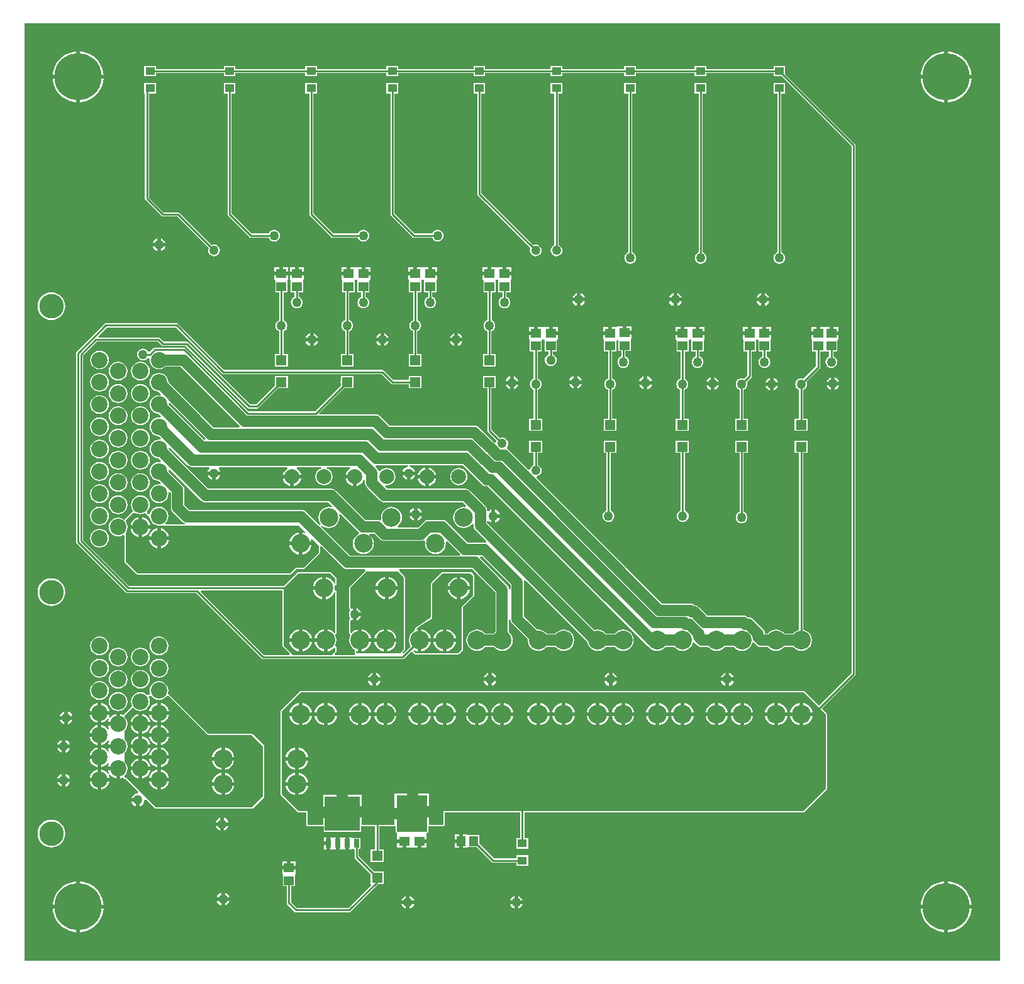
<source format=gbr>
%TF.GenerationSoftware,Altium Limited,Altium Designer,18.1.9 (240)*%
G04 Layer_Physical_Order=1*
G04 Layer_Color=255*
%FSLAX26Y26*%
%MOIN*%
%TF.FileFunction,Copper,L1,Top,Signal*%
%TF.Part,Single*%
G01*
G75*
%TA.AperFunction,SMDPad,CuDef*%
%ADD10R,0.051181X0.043307*%
%ADD11R,0.053150X0.045276*%
%ADD12R,0.185039X0.181102*%
%ADD13R,0.027559X0.045276*%
%ADD14R,0.045276X0.053150*%
%ADD15R,0.163386X0.192913*%
%ADD16R,0.057087X0.051181*%
%ADD17R,0.057087X0.053150*%
%TA.AperFunction,Conductor*%
%ADD18C,0.059055*%
%ADD19C,0.010000*%
%TA.AperFunction,ViaPad*%
%ADD20C,0.250000*%
%TA.AperFunction,ComponentPad*%
%ADD21C,0.086614*%
%ADD22C,0.129921*%
%ADD23C,0.098425*%
%ADD24C,0.078740*%
%ADD25C,0.100000*%
%TA.AperFunction,ViaPad*%
%ADD26C,0.050000*%
G36*
X5185000Y15000D02*
X15000D01*
X15000Y4985000D01*
X5185000Y4985000D01*
X5185000Y15000D01*
D02*
G37*
%LPC*%
G36*
X4047339Y4757968D02*
X3984158D01*
Y4741530D01*
X3630263D01*
Y4757968D01*
X3567082D01*
Y4741530D01*
X3257142D01*
Y4757968D01*
X3193961D01*
Y4741530D01*
X2866236D01*
Y4757968D01*
X2803055D01*
Y4741530D01*
X2457367D01*
Y4757968D01*
X2394186D01*
Y4741530D01*
X1997010D01*
Y4757968D01*
X1933829D01*
Y4741530D01*
X1567024D01*
Y4757968D01*
X1503843D01*
Y4741530D01*
X1133953D01*
Y4757968D01*
X1070772D01*
Y4741530D01*
X712663D01*
Y4757968D01*
X649482D01*
Y4702662D01*
X712663D01*
Y4719100D01*
X1070772D01*
Y4702662D01*
X1133953D01*
Y4719100D01*
X1503843D01*
Y4702662D01*
X1567024D01*
Y4719100D01*
X1933829D01*
Y4702662D01*
X1997010D01*
Y4719100D01*
X2394186D01*
Y4702662D01*
X2457367D01*
Y4719100D01*
X2803055D01*
Y4702662D01*
X2866236D01*
Y4719100D01*
X3193961D01*
Y4702662D01*
X3257142D01*
Y4719100D01*
X3567082D01*
Y4702662D01*
X3630263D01*
Y4719100D01*
X3984158D01*
Y4702662D01*
X4027540D01*
X4398233Y4331969D01*
Y1539568D01*
X4225352Y1366687D01*
X4148804Y1443236D01*
X4144212Y1445138D01*
X1478857D01*
X1474265Y1443236D01*
X1373281Y1342251D01*
X1371379Y1337659D01*
Y897895D01*
X1373281Y893303D01*
X1459766Y806818D01*
X1460879Y804130D01*
X1465471Y802228D01*
X1510329D01*
Y735223D01*
X1512231Y730631D01*
X1516823Y728729D01*
X1597934D01*
X1601934Y726056D01*
Y696756D01*
X1798974D01*
Y726056D01*
X1802974Y728729D01*
X1873609D01*
Y602457D01*
X1850281D01*
Y537307D01*
X1919367D01*
Y602457D01*
X1896040D01*
Y728729D01*
X1977085D01*
X1981086Y726056D01*
Y692465D01*
X1989988D01*
X1990235Y684567D01*
X1990235Y684464D01*
Y658976D01*
X2028778D01*
Y648976D01*
X2038778D01*
Y613386D01*
X2062235D01*
X2067322Y613386D01*
X2075322Y613386D01*
X2098778D01*
Y648976D01*
X2108778D01*
Y658976D01*
X2147322D01*
Y684464D01*
X2147322Y684567D01*
X2147569Y692465D01*
X2156471D01*
Y726056D01*
X2160472Y728729D01*
X2235137D01*
X2239729Y730631D01*
X2241631Y735223D01*
Y802228D01*
X2642575D01*
Y663480D01*
X2622200D01*
Y608173D01*
X2685381D01*
Y663480D01*
X2665006D01*
Y802228D01*
X4144212D01*
X4148804Y804130D01*
X4266914Y922240D01*
X4268816Y926832D01*
Y1320533D01*
X4266914Y1325125D01*
X4241214Y1350826D01*
X4417380Y1526992D01*
X4419811Y1530630D01*
X4420664Y1534922D01*
X4420664Y1534923D01*
Y4336614D01*
X4420664Y4336614D01*
X4419811Y4340906D01*
X4417380Y4344545D01*
X4417379Y4344545D01*
X4047339Y4714586D01*
Y4757968D01*
D02*
G37*
G36*
X4910000Y4834630D02*
Y4710000D01*
X5034630D01*
X5033750Y4721184D01*
X5028790Y4741846D01*
X5020658Y4761478D01*
X5009555Y4779596D01*
X4995755Y4795755D01*
X4979596Y4809555D01*
X4961478Y4820658D01*
X4941846Y4828790D01*
X4921184Y4833750D01*
X4910000Y4834630D01*
D02*
G37*
G36*
X4890000D02*
X4878816Y4833750D01*
X4858154Y4828790D01*
X4838522Y4820658D01*
X4820404Y4809555D01*
X4804245Y4795755D01*
X4790445Y4779596D01*
X4779342Y4761478D01*
X4771210Y4741846D01*
X4766250Y4721184D01*
X4765370Y4710000D01*
X4890000D01*
Y4834630D01*
D02*
G37*
G36*
X310000D02*
Y4710000D01*
X434630D01*
X433750Y4721184D01*
X428790Y4741846D01*
X420658Y4761478D01*
X409555Y4779596D01*
X395755Y4795755D01*
X379596Y4809555D01*
X361478Y4820658D01*
X341846Y4828790D01*
X321184Y4833750D01*
X310000Y4834630D01*
D02*
G37*
G36*
X290000D02*
X278816Y4833750D01*
X258154Y4828790D01*
X238522Y4820658D01*
X220404Y4809555D01*
X204245Y4795755D01*
X190445Y4779596D01*
X179342Y4761478D01*
X171210Y4741846D01*
X166250Y4721184D01*
X165370Y4710000D01*
X290000D01*
Y4834630D01*
D02*
G37*
G36*
X5034630Y4690000D02*
X4910000D01*
Y4565370D01*
X4921184Y4566250D01*
X4941846Y4571210D01*
X4961478Y4579342D01*
X4979596Y4590445D01*
X4995755Y4604245D01*
X5009555Y4620404D01*
X5020658Y4638522D01*
X5028790Y4658154D01*
X5033750Y4678816D01*
X5034630Y4690000D01*
D02*
G37*
G36*
X4890000D02*
X4765370D01*
X4766250Y4678816D01*
X4771210Y4658154D01*
X4779342Y4638522D01*
X4790445Y4620404D01*
X4804245Y4604245D01*
X4820404Y4590445D01*
X4838522Y4579342D01*
X4858154Y4571210D01*
X4878816Y4566250D01*
X4890000Y4565370D01*
Y4690000D01*
D02*
G37*
G36*
X434630D02*
X310000D01*
Y4565370D01*
X321184Y4566250D01*
X341846Y4571210D01*
X361478Y4579342D01*
X379596Y4590445D01*
X395755Y4604245D01*
X409555Y4620404D01*
X420658Y4638522D01*
X428790Y4658154D01*
X433750Y4678816D01*
X434630Y4690000D01*
D02*
G37*
G36*
X290000D02*
X165370D01*
X166250Y4678816D01*
X171210Y4658154D01*
X179342Y4638522D01*
X190445Y4620404D01*
X204245Y4604245D01*
X220404Y4590445D01*
X238522Y4579342D01*
X258154Y4571210D01*
X278816Y4566250D01*
X290000Y4565370D01*
Y4690000D01*
D02*
G37*
G36*
X1997010Y4667417D02*
X1933829D01*
Y4612110D01*
X1954204D01*
Y3970473D01*
X1954204Y3970472D01*
X1955058Y3966180D01*
X1957489Y3962542D01*
X2069694Y3850337D01*
X2073332Y3847906D01*
X2077624Y3847052D01*
X2077625Y3847052D01*
X2175816D01*
X2177646Y3842634D01*
X2182615Y3836158D01*
X2189091Y3831189D01*
X2196632Y3828066D01*
X2204724Y3827000D01*
X2212817Y3828066D01*
X2220358Y3831189D01*
X2226834Y3836158D01*
X2231803Y3842634D01*
X2234927Y3850175D01*
X2235992Y3858268D01*
X2234927Y3866360D01*
X2231803Y3873901D01*
X2226834Y3880377D01*
X2220358Y3885346D01*
X2212817Y3888470D01*
X2204724Y3889535D01*
X2196632Y3888470D01*
X2189091Y3885346D01*
X2182615Y3880377D01*
X2177646Y3873901D01*
X2175816Y3869483D01*
X2082270D01*
X1976635Y3975118D01*
Y4612110D01*
X1997010D01*
Y4667417D01*
D02*
G37*
G36*
X1567024D02*
X1503843D01*
Y4612110D01*
X1524218D01*
Y3970473D01*
X1524217Y3970472D01*
X1525071Y3966180D01*
X1527503Y3962542D01*
X1639707Y3850337D01*
X1643346Y3847906D01*
X1647638Y3847052D01*
X1647638Y3847052D01*
X1782115D01*
X1783945Y3842634D01*
X1788914Y3836158D01*
X1795390Y3831189D01*
X1802931Y3828066D01*
X1811024Y3827000D01*
X1819116Y3828066D01*
X1826657Y3831189D01*
X1833133Y3836158D01*
X1838102Y3842634D01*
X1841226Y3850175D01*
X1842291Y3858268D01*
X1841226Y3866360D01*
X1838102Y3873901D01*
X1833133Y3880377D01*
X1826657Y3885346D01*
X1819116Y3888470D01*
X1811024Y3889535D01*
X1802931Y3888470D01*
X1795390Y3885346D01*
X1788914Y3880377D01*
X1783945Y3873901D01*
X1782115Y3869483D01*
X1652284D01*
X1546649Y3975118D01*
Y4612110D01*
X1567024D01*
Y4667417D01*
D02*
G37*
G36*
X1133953D02*
X1070772D01*
Y4612110D01*
X1091147D01*
Y3970473D01*
X1091147Y3970472D01*
X1092000Y3966180D01*
X1094432Y3962542D01*
X1206636Y3850337D01*
X1210275Y3847906D01*
X1214567Y3847052D01*
X1214567Y3847052D01*
X1309674D01*
X1311504Y3842634D01*
X1316473Y3836158D01*
X1322949Y3831189D01*
X1330490Y3828066D01*
X1338583Y3827000D01*
X1346675Y3828066D01*
X1354216Y3831189D01*
X1360692Y3836158D01*
X1365661Y3842634D01*
X1368785Y3850175D01*
X1369850Y3858268D01*
X1368785Y3866360D01*
X1365661Y3873901D01*
X1360692Y3880377D01*
X1354216Y3885346D01*
X1346675Y3888470D01*
X1338583Y3889535D01*
X1330490Y3888470D01*
X1322949Y3885346D01*
X1316473Y3880377D01*
X1311504Y3873901D01*
X1309674Y3869483D01*
X1219213D01*
X1113578Y3975118D01*
Y4612110D01*
X1133953D01*
Y4667417D01*
D02*
G37*
G36*
X738346Y3843549D02*
Y3819807D01*
X762088D01*
X758919Y3827458D01*
X753309Y3834770D01*
X745997Y3840380D01*
X738346Y3843549D01*
D02*
G37*
G36*
X718346D02*
X710695Y3840380D01*
X703384Y3834770D01*
X697774Y3827458D01*
X694605Y3819807D01*
X718346D01*
Y3843549D01*
D02*
G37*
G36*
X762088Y3799807D02*
X738346D01*
Y3776066D01*
X745997Y3779235D01*
X753309Y3784845D01*
X758919Y3792156D01*
X762088Y3799807D01*
D02*
G37*
G36*
X718346D02*
X694605D01*
X697774Y3792156D01*
X703384Y3784845D01*
X710695Y3779235D01*
X718346Y3776066D01*
Y3799807D01*
D02*
G37*
G36*
X2866236Y4667417D02*
X2803055D01*
Y4612110D01*
X2823430D01*
Y3808436D01*
X2819012Y3806606D01*
X2812536Y3801637D01*
X2807567Y3795161D01*
X2804444Y3787620D01*
X2803378Y3779528D01*
X2804444Y3771435D01*
X2807567Y3763894D01*
X2812536Y3757418D01*
X2819012Y3752449D01*
X2826553Y3749325D01*
X2834646Y3748260D01*
X2842738Y3749325D01*
X2850279Y3752449D01*
X2856755Y3757418D01*
X2861724Y3763894D01*
X2864848Y3771435D01*
X2865913Y3779528D01*
X2864848Y3787620D01*
X2861724Y3795161D01*
X2856755Y3801637D01*
X2850279Y3806606D01*
X2845861Y3808436D01*
Y4612110D01*
X2866236D01*
Y4667417D01*
D02*
G37*
G36*
X2457367D02*
X2394186D01*
Y4612110D01*
X2414561D01*
Y4078434D01*
X2414561Y4078433D01*
X2415415Y4074141D01*
X2417846Y4070503D01*
X2696311Y3792038D01*
X2694481Y3787620D01*
X2693415Y3779528D01*
X2694481Y3771435D01*
X2697604Y3763894D01*
X2702573Y3757418D01*
X2709049Y3752449D01*
X2716590Y3749325D01*
X2724683Y3748260D01*
X2732776Y3749325D01*
X2740317Y3752449D01*
X2746792Y3757418D01*
X2751761Y3763894D01*
X2754885Y3771435D01*
X2755950Y3779528D01*
X2754885Y3787620D01*
X2751761Y3795161D01*
X2746792Y3801637D01*
X2740317Y3806606D01*
X2732776Y3809730D01*
X2724683Y3810795D01*
X2716590Y3809730D01*
X2712172Y3807899D01*
X2436992Y4083079D01*
Y4612110D01*
X2457367D01*
Y4667417D01*
D02*
G37*
G36*
X712663D02*
X649482D01*
Y4612110D01*
X653857D01*
Y4054397D01*
X653857Y4054396D01*
X654710Y4050104D01*
X657142Y4046466D01*
X741065Y3962542D01*
X741065Y3962542D01*
X744704Y3960111D01*
X748996Y3959257D01*
X748996Y3959257D01*
X824432D01*
X991651Y3792038D01*
X989821Y3787620D01*
X988755Y3779528D01*
X989821Y3771435D01*
X992944Y3763894D01*
X997913Y3757418D01*
X1004389Y3752449D01*
X1011930Y3749325D01*
X1020023Y3748260D01*
X1028115Y3749325D01*
X1035656Y3752449D01*
X1042132Y3757418D01*
X1047101Y3763894D01*
X1050225Y3771435D01*
X1051290Y3779528D01*
X1050225Y3787620D01*
X1047101Y3795161D01*
X1042132Y3801637D01*
X1035656Y3806606D01*
X1028115Y3809730D01*
X1020023Y3810795D01*
X1011930Y3809730D01*
X1007512Y3807899D01*
X837008Y3978403D01*
X833370Y3980834D01*
X829078Y3981688D01*
X829077Y3981688D01*
X753642D01*
X676288Y4059042D01*
Y4612110D01*
X712663D01*
Y4667417D01*
D02*
G37*
G36*
X4047339D02*
X3984158D01*
Y4612110D01*
X4004533D01*
Y3769066D01*
X4000114Y3767236D01*
X3993639Y3762267D01*
X3988670Y3755791D01*
X3985546Y3748250D01*
X3984481Y3740157D01*
X3985546Y3732065D01*
X3988670Y3724524D01*
X3993639Y3718048D01*
X4000114Y3713079D01*
X4007655Y3709955D01*
X4015748Y3708890D01*
X4023841Y3709955D01*
X4031382Y3713079D01*
X4037858Y3718048D01*
X4042827Y3724524D01*
X4045950Y3732065D01*
X4047016Y3740157D01*
X4045950Y3748250D01*
X4042827Y3755791D01*
X4037858Y3762267D01*
X4031382Y3767236D01*
X4026964Y3769066D01*
Y4612110D01*
X4047339D01*
Y4667417D01*
D02*
G37*
G36*
X3630263D02*
X3567082D01*
Y4612110D01*
X3587457D01*
Y3769066D01*
X3583039Y3767236D01*
X3576563Y3762267D01*
X3571594Y3755791D01*
X3568470Y3748250D01*
X3567405Y3740157D01*
X3568470Y3732065D01*
X3571594Y3724524D01*
X3576563Y3718048D01*
X3583039Y3713079D01*
X3590580Y3709955D01*
X3598673Y3708890D01*
X3606765Y3709955D01*
X3614306Y3713079D01*
X3620782Y3718048D01*
X3625751Y3724524D01*
X3628875Y3732065D01*
X3629940Y3740157D01*
X3628875Y3748250D01*
X3625751Y3755791D01*
X3620782Y3762267D01*
X3614306Y3767236D01*
X3609888Y3769066D01*
Y4612110D01*
X3630263D01*
Y4667417D01*
D02*
G37*
G36*
X3257142D02*
X3193961D01*
Y4612110D01*
X3214336D01*
Y3769066D01*
X3209917Y3767236D01*
X3203442Y3762267D01*
X3198473Y3755791D01*
X3195349Y3748250D01*
X3194284Y3740157D01*
X3195349Y3732065D01*
X3198473Y3724524D01*
X3203442Y3718048D01*
X3209917Y3713079D01*
X3217459Y3709955D01*
X3225551Y3708890D01*
X3233644Y3709955D01*
X3241185Y3713079D01*
X3247661Y3718048D01*
X3252630Y3724524D01*
X3255753Y3732065D01*
X3256819Y3740157D01*
X3255753Y3748250D01*
X3252630Y3755791D01*
X3247661Y3762267D01*
X3241185Y3767236D01*
X3236767Y3769066D01*
Y4612110D01*
X3257142D01*
Y4667417D01*
D02*
G37*
G36*
X2175354Y3689134D02*
Y3666496D01*
X2201929D01*
Y3689134D01*
X2175354D01*
D02*
G37*
G36*
X1495079D02*
X1468504D01*
Y3666496D01*
X1495079D01*
Y3689134D01*
D02*
G37*
G36*
X1413604D02*
X1387029D01*
Y3666496D01*
X1413604D01*
Y3689134D01*
D02*
G37*
G36*
X2569055D02*
Y3666496D01*
X2595630D01*
Y3689134D01*
X2569055D01*
D02*
G37*
G36*
X1821024D02*
Y3666496D01*
X1847599D01*
Y3689134D01*
X1821024D01*
D02*
G37*
G36*
X2076614D02*
X2050039D01*
Y3666496D01*
X2076614D01*
Y3689134D01*
D02*
G37*
G36*
X1448504D02*
X1421929D01*
Y3666496D01*
X1448504D01*
Y3689134D01*
D02*
G37*
G36*
X1367029D02*
X1340454D01*
Y3666496D01*
X1367029D01*
Y3689134D01*
D02*
G37*
G36*
X2470315D02*
X2443740D01*
Y3666496D01*
X2470315D01*
Y3689134D01*
D02*
G37*
G36*
X1722284D02*
X1695709D01*
Y3666496D01*
X1722284D01*
Y3689134D01*
D02*
G37*
G36*
X3938915Y3553312D02*
Y3529571D01*
X3962657D01*
X3959488Y3537222D01*
X3953878Y3544533D01*
X3946566Y3550143D01*
X3938915Y3553312D01*
D02*
G37*
G36*
X3918915D02*
X3911264Y3550143D01*
X3903953Y3544533D01*
X3898343Y3537222D01*
X3895174Y3529571D01*
X3918915D01*
Y3553312D01*
D02*
G37*
G36*
X3474567D02*
Y3529571D01*
X3498309D01*
X3495139Y3537222D01*
X3489529Y3544533D01*
X3482218Y3550143D01*
X3474567Y3553312D01*
D02*
G37*
G36*
X3454567D02*
X3446916Y3550143D01*
X3439605Y3544533D01*
X3433995Y3537222D01*
X3430825Y3529571D01*
X3454567D01*
Y3553312D01*
D02*
G37*
G36*
X2962756D02*
Y3529571D01*
X2986497D01*
X2983328Y3537222D01*
X2977718Y3544533D01*
X2970407Y3550143D01*
X2962756Y3553312D01*
D02*
G37*
G36*
X2942756D02*
X2935105Y3550143D01*
X2927794Y3544533D01*
X2922184Y3537222D01*
X2919014Y3529571D01*
X2942756D01*
Y3553312D01*
D02*
G37*
G36*
X3962657Y3509571D02*
X3938915D01*
Y3485829D01*
X3946566Y3488998D01*
X3953878Y3494608D01*
X3959488Y3501920D01*
X3962657Y3509571D01*
D02*
G37*
G36*
X3918915D02*
X3895174D01*
X3898343Y3501920D01*
X3903953Y3494608D01*
X3911264Y3488998D01*
X3918915Y3485829D01*
Y3509571D01*
D02*
G37*
G36*
X3498309D02*
X3474567D01*
Y3485829D01*
X3482218Y3488998D01*
X3489529Y3494608D01*
X3495139Y3501920D01*
X3498309Y3509571D01*
D02*
G37*
G36*
X3454567D02*
X3430825D01*
X3433995Y3501920D01*
X3439605Y3494608D01*
X3446916Y3488998D01*
X3454567Y3485829D01*
Y3509571D01*
D02*
G37*
G36*
X2986497D02*
X2962756D01*
Y3485829D01*
X2970407Y3488998D01*
X2977718Y3494608D01*
X2983328Y3501920D01*
X2986497Y3509571D01*
D02*
G37*
G36*
X2942756D02*
X2919014D01*
X2922184Y3501920D01*
X2927794Y3494608D01*
X2935105Y3488998D01*
X2942756Y3485829D01*
Y3509571D01*
D02*
G37*
G36*
X2516890Y3689134D02*
X2514480Y3689134D01*
X2490315D01*
Y3656496D01*
X2480315D01*
Y3646496D01*
X2443740D01*
Y3623858D01*
X2446828D01*
X2447740Y3616236D01*
X2447740Y3615858D01*
Y3558961D01*
X2469099D01*
Y3410197D01*
X2463757Y3407984D01*
X2457282Y3403015D01*
X2452313Y3396539D01*
X2449189Y3388998D01*
X2448124Y3380905D01*
X2449189Y3372813D01*
X2452313Y3365272D01*
X2457282Y3358796D01*
X2463757Y3353827D01*
X2468175Y3351997D01*
Y3230409D01*
X2444848D01*
Y3165260D01*
X2513934D01*
Y3230409D01*
X2490606D01*
Y3351997D01*
X2495025Y3353827D01*
X2501501Y3358796D01*
X2506469Y3365272D01*
X2509593Y3372813D01*
X2510659Y3380905D01*
X2509593Y3388998D01*
X2506469Y3396539D01*
X2501501Y3403015D01*
X2495025Y3407984D01*
X2491530Y3409431D01*
Y3558961D01*
X2512890D01*
Y3615858D01*
X2512890Y3616236D01*
X2513802Y3623858D01*
X2522480Y3623858D01*
X2525568Y3623858D01*
X2526480Y3616236D01*
X2526480Y3615858D01*
Y3558961D01*
X2547840D01*
Y3532845D01*
X2543421Y3531015D01*
X2536946Y3526046D01*
X2531977Y3519571D01*
X2528853Y3512030D01*
X2527788Y3503937D01*
X2528853Y3495844D01*
X2531977Y3488303D01*
X2536946Y3481827D01*
X2543421Y3476859D01*
X2550963Y3473735D01*
X2559055Y3472669D01*
X2567148Y3473735D01*
X2574689Y3476859D01*
X2581165Y3481827D01*
X2586134Y3488303D01*
X2589257Y3495844D01*
X2590323Y3503937D01*
X2589257Y3512030D01*
X2586134Y3519571D01*
X2581165Y3526046D01*
X2574689Y3531015D01*
X2570271Y3532845D01*
Y3558961D01*
X2591630D01*
Y3615858D01*
X2591630Y3616236D01*
X2592543Y3623858D01*
X2595630D01*
Y3646496D01*
X2559055D01*
Y3656496D01*
X2549055D01*
Y3689134D01*
X2524890D01*
X2516890Y3689134D01*
D02*
G37*
G36*
X2123189D02*
X2120780Y3689134D01*
X2096614D01*
Y3656496D01*
X2086614D01*
Y3646496D01*
X2050039D01*
Y3623858D01*
X2053127D01*
X2054039Y3616236D01*
X2054039Y3615858D01*
Y3558961D01*
X2075399D01*
Y3409814D01*
X2070980Y3407984D01*
X2064505Y3403015D01*
X2059536Y3396539D01*
X2056412Y3388998D01*
X2055347Y3380905D01*
X2056412Y3372813D01*
X2059536Y3365272D01*
X2064505Y3358796D01*
X2070980Y3353827D01*
X2074475Y3352380D01*
Y3230409D01*
X2051147D01*
Y3165260D01*
X2120233D01*
Y3230409D01*
X2096906D01*
Y3351614D01*
X2102248Y3353827D01*
X2108724Y3358796D01*
X2113693Y3365272D01*
X2116816Y3372813D01*
X2117882Y3380905D01*
X2116816Y3388998D01*
X2113693Y3396539D01*
X2108724Y3403015D01*
X2102248Y3407984D01*
X2097830Y3409814D01*
Y3558961D01*
X2119189D01*
Y3615858D01*
X2119189Y3616236D01*
X2120102Y3623858D01*
X2128780Y3623858D01*
X2131867Y3623858D01*
X2132780Y3616236D01*
X2132780Y3615858D01*
Y3558961D01*
X2154139D01*
Y3532845D01*
X2149721Y3531015D01*
X2143245Y3526046D01*
X2138276Y3519571D01*
X2135152Y3512030D01*
X2134087Y3503937D01*
X2135152Y3495844D01*
X2138276Y3488303D01*
X2143245Y3481827D01*
X2149721Y3476859D01*
X2157262Y3473735D01*
X2165354Y3472669D01*
X2173447Y3473735D01*
X2180988Y3476859D01*
X2187464Y3481827D01*
X2192433Y3488303D01*
X2195557Y3495844D01*
X2196622Y3503937D01*
X2195557Y3512030D01*
X2192433Y3519571D01*
X2187464Y3526046D01*
X2180988Y3531015D01*
X2176570Y3532845D01*
Y3558961D01*
X2197929D01*
Y3615858D01*
X2197929Y3616236D01*
X2198842Y3623858D01*
X2201929D01*
Y3646496D01*
X2165354D01*
Y3656496D01*
X2155354D01*
Y3689134D01*
X2131189D01*
X2123189Y3689134D01*
D02*
G37*
G36*
X1768858D02*
X1766449Y3689134D01*
X1742284D01*
Y3656496D01*
X1732284D01*
Y3646496D01*
X1695709D01*
Y3623858D01*
X1698796D01*
X1699709Y3616236D01*
X1699709Y3615858D01*
Y3558961D01*
X1714238D01*
Y3409814D01*
X1709820Y3407984D01*
X1703344Y3403015D01*
X1698376Y3396539D01*
X1695252Y3388998D01*
X1694187Y3380905D01*
X1695252Y3372813D01*
X1698376Y3365272D01*
X1703344Y3358796D01*
X1709820Y3353827D01*
X1714238Y3351997D01*
Y3230409D01*
X1690911D01*
Y3165260D01*
X1759997D01*
Y3230409D01*
X1736669D01*
Y3351997D01*
X1741088Y3353827D01*
X1747563Y3358796D01*
X1752532Y3365272D01*
X1755656Y3372813D01*
X1756722Y3380905D01*
X1755656Y3388998D01*
X1752532Y3396539D01*
X1747563Y3403015D01*
X1741088Y3407984D01*
X1736669Y3409814D01*
Y3558961D01*
X1764858D01*
Y3615858D01*
X1764858Y3616236D01*
X1765771Y3623858D01*
X1774449Y3623858D01*
X1777536Y3623858D01*
X1778449Y3616236D01*
X1778449Y3615858D01*
Y3558961D01*
X1799808D01*
Y3532845D01*
X1795390Y3531015D01*
X1788914Y3526046D01*
X1783945Y3519571D01*
X1780822Y3512030D01*
X1779756Y3503937D01*
X1780822Y3495844D01*
X1783945Y3488303D01*
X1788914Y3481827D01*
X1795390Y3476859D01*
X1802931Y3473735D01*
X1811024Y3472669D01*
X1819116Y3473735D01*
X1826657Y3476859D01*
X1833133Y3481827D01*
X1838102Y3488303D01*
X1841226Y3495844D01*
X1842291Y3503937D01*
X1841226Y3512030D01*
X1838102Y3519571D01*
X1833133Y3526046D01*
X1826657Y3531015D01*
X1822239Y3532845D01*
Y3558961D01*
X1843599D01*
Y3615858D01*
X1843599Y3616236D01*
X1844511Y3623858D01*
X1847599D01*
Y3646496D01*
X1811024D01*
Y3656496D01*
X1801024D01*
Y3689134D01*
X1776858D01*
X1768858Y3689134D01*
D02*
G37*
G36*
X1495079Y3646496D02*
X1458504D01*
X1421929D01*
Y3623858D01*
X1425017D01*
X1425929Y3616236D01*
X1425929Y3615858D01*
Y3558961D01*
X1447289D01*
Y3532845D01*
X1442870Y3531015D01*
X1436395Y3526046D01*
X1431426Y3519571D01*
X1428302Y3512030D01*
X1427236Y3503937D01*
X1428302Y3495844D01*
X1431426Y3488303D01*
X1436395Y3481827D01*
X1442870Y3476859D01*
X1450411Y3473735D01*
X1458504Y3472669D01*
X1466597Y3473735D01*
X1474138Y3476859D01*
X1480613Y3481827D01*
X1485582Y3488303D01*
X1488706Y3495844D01*
X1489772Y3503937D01*
X1488706Y3512030D01*
X1485582Y3519571D01*
X1480613Y3526046D01*
X1474138Y3531015D01*
X1469719Y3532845D01*
Y3558961D01*
X1491079D01*
Y3615858D01*
X1491079Y3616236D01*
X1491991Y3623858D01*
X1495079D01*
Y3646496D01*
D02*
G37*
G36*
X157480Y3557566D02*
X143178Y3556157D01*
X129424Y3551985D01*
X116749Y3545210D01*
X105640Y3536092D01*
X96522Y3524983D01*
X89747Y3512308D01*
X85575Y3498555D01*
X84167Y3484252D01*
X85575Y3469949D01*
X89747Y3456196D01*
X96522Y3443521D01*
X105640Y3432411D01*
X116749Y3423294D01*
X129424Y3416519D01*
X143178Y3412347D01*
X157480Y3410938D01*
X171783Y3412347D01*
X185536Y3416519D01*
X198211Y3423294D01*
X209321Y3432411D01*
X218438Y3443521D01*
X225213Y3456196D01*
X229385Y3469949D01*
X230794Y3484252D01*
X229385Y3498555D01*
X225213Y3512308D01*
X218438Y3524983D01*
X209321Y3536092D01*
X198211Y3545210D01*
X185536Y3551985D01*
X171783Y3556157D01*
X157480Y3557566D01*
D02*
G37*
G36*
X3206477Y3375984D02*
Y3353346D01*
X3233052D01*
Y3375984D01*
X3206477D01*
D02*
G37*
G36*
X3947008Y3374173D02*
Y3351535D01*
X3973583D01*
Y3374173D01*
X3947008D01*
D02*
G37*
G36*
X3592677D02*
Y3351535D01*
X3619252D01*
Y3374173D01*
X3592677D01*
D02*
G37*
G36*
X2814171D02*
Y3351535D01*
X2840746D01*
Y3374173D01*
X2814171D01*
D02*
G37*
G36*
X4327913D02*
X4301338D01*
Y3351535D01*
X4327913D01*
Y3374173D01*
D02*
G37*
G36*
X3493937D02*
X3467362D01*
Y3351535D01*
X3493937D01*
Y3374173D01*
D02*
G37*
G36*
X3848267D02*
X3821693D01*
Y3351535D01*
X3848267D01*
Y3374173D01*
D02*
G37*
G36*
X2714683D02*
X2688108D01*
Y3351535D01*
X2714683D01*
Y3374173D01*
D02*
G37*
G36*
X4211494D02*
X4184919D01*
Y3351535D01*
X4211494D01*
Y3374173D01*
D02*
G37*
G36*
X3109132D02*
X3082557D01*
Y3351535D01*
X3109132D01*
Y3374173D01*
D02*
G37*
G36*
X2313150Y3340828D02*
Y3317087D01*
X2336891D01*
X2333722Y3324738D01*
X2328112Y3332049D01*
X2320801Y3337659D01*
X2313150Y3340828D01*
D02*
G37*
G36*
X2293150D02*
X2285499Y3337659D01*
X2278187Y3332049D01*
X2272577Y3324738D01*
X2269408Y3317087D01*
X2293150D01*
Y3340828D01*
D02*
G37*
G36*
X1921845D02*
Y3317087D01*
X1945586D01*
X1942417Y3324738D01*
X1936807Y3332049D01*
X1929496Y3337659D01*
X1921845Y3340828D01*
D02*
G37*
G36*
X1901845D02*
X1894194Y3337659D01*
X1886883Y3332049D01*
X1881273Y3324738D01*
X1878103Y3317087D01*
X1901845D01*
Y3340828D01*
D02*
G37*
G36*
X1547855D02*
Y3317087D01*
X1571597D01*
X1568428Y3324738D01*
X1562818Y3332049D01*
X1555506Y3337659D01*
X1547855Y3340828D01*
D02*
G37*
G36*
X1527855D02*
X1520205Y3337659D01*
X1512893Y3332049D01*
X1507283Y3324738D01*
X1504114Y3317087D01*
X1527855D01*
Y3340828D01*
D02*
G37*
G36*
X2336891Y3297087D02*
X2313150D01*
Y3273345D01*
X2320801Y3276514D01*
X2328112Y3282124D01*
X2333722Y3289436D01*
X2336891Y3297087D01*
D02*
G37*
G36*
X2293150D02*
X2269408D01*
X2272577Y3289436D01*
X2278187Y3282124D01*
X2285499Y3276514D01*
X2293150Y3273345D01*
Y3297087D01*
D02*
G37*
G36*
X1945586D02*
X1921845D01*
Y3273345D01*
X1929496Y3276514D01*
X1936807Y3282124D01*
X1942417Y3289436D01*
X1945586Y3297087D01*
D02*
G37*
G36*
X1901845D02*
X1878103D01*
X1881273Y3289436D01*
X1886883Y3282124D01*
X1894194Y3276514D01*
X1901845Y3273345D01*
Y3297087D01*
D02*
G37*
G36*
X1571597D02*
X1547855D01*
Y3273345D01*
X1555506Y3276514D01*
X1562818Y3282124D01*
X1568428Y3289436D01*
X1571597Y3297087D01*
D02*
G37*
G36*
X1527855D02*
X1504114D01*
X1507283Y3289436D01*
X1512893Y3282124D01*
X1520205Y3276514D01*
X1527855Y3273345D01*
Y3297087D01*
D02*
G37*
G36*
X2767596Y3374173D02*
X2761258D01*
X2759596Y3374173D01*
X2734683D01*
Y3341535D01*
X2724683D01*
Y3331535D01*
X2688108D01*
Y3308898D01*
X2691195D01*
X2692108Y3301276D01*
X2692108Y3300898D01*
Y3244000D01*
X2713467D01*
Y3099775D01*
X2709049Y3097945D01*
X2702573Y3092976D01*
X2697604Y3086500D01*
X2694481Y3078959D01*
X2693415Y3070866D01*
X2694481Y3062773D01*
X2697604Y3055232D01*
X2702573Y3048757D01*
X2709049Y3043788D01*
X2713467Y3041958D01*
Y2887557D01*
X2690140D01*
Y2822407D01*
X2759226D01*
Y2887557D01*
X2735898D01*
Y3041958D01*
X2740317Y3043788D01*
X2746792Y3048757D01*
X2751761Y3055232D01*
X2754885Y3062773D01*
X2755950Y3070866D01*
X2754885Y3078959D01*
X2751761Y3086500D01*
X2746792Y3092976D01*
X2740317Y3097945D01*
X2735898Y3099775D01*
Y3244000D01*
X2757258D01*
Y3300898D01*
X2757258Y3301276D01*
X2758170Y3308898D01*
X2761258Y3308898D01*
X2767596D01*
X2770684Y3308898D01*
X2771596Y3301276D01*
X2771596Y3300898D01*
Y3244000D01*
X2792956D01*
Y3227727D01*
X2788537Y3225897D01*
X2782062Y3220928D01*
X2777093Y3214453D01*
X2773969Y3206911D01*
X2772904Y3198819D01*
X2773969Y3190726D01*
X2777093Y3183185D01*
X2782062Y3176709D01*
X2788537Y3171740D01*
X2796079Y3168617D01*
X2804171Y3167551D01*
X2812264Y3168617D01*
X2819805Y3171740D01*
X2826281Y3176709D01*
X2831250Y3183185D01*
X2834373Y3190726D01*
X2835439Y3198819D01*
X2834373Y3206911D01*
X2831250Y3214453D01*
X2826281Y3220928D01*
X2819805Y3225897D01*
X2815387Y3227727D01*
Y3244000D01*
X2836746D01*
Y3300898D01*
X2836746Y3301276D01*
X2837659Y3308898D01*
X2840746D01*
Y3331535D01*
X2804171D01*
Y3341535D01*
X2794171D01*
Y3374173D01*
X2769258D01*
X2767596Y3374173D01*
D02*
G37*
G36*
X1413604Y3646496D02*
X1377029D01*
X1340454D01*
Y3623858D01*
X1343541D01*
X1344454Y3616236D01*
X1344454Y3615858D01*
Y3558961D01*
X1365813D01*
Y3409814D01*
X1361395Y3407984D01*
X1354919Y3403015D01*
X1349950Y3396539D01*
X1346827Y3388998D01*
X1345761Y3380905D01*
X1346827Y3372813D01*
X1349950Y3365272D01*
X1354919Y3358796D01*
X1361395Y3353827D01*
X1365813Y3351997D01*
Y3230409D01*
X1342486D01*
Y3165260D01*
X1411572D01*
Y3230409D01*
X1388244D01*
Y3351997D01*
X1392663Y3353827D01*
X1399138Y3358796D01*
X1404107Y3365272D01*
X1407231Y3372813D01*
X1408296Y3380905D01*
X1407231Y3388998D01*
X1404107Y3396539D01*
X1399138Y3403015D01*
X1392663Y3407984D01*
X1388244Y3409814D01*
Y3558961D01*
X1409604D01*
Y3615858D01*
X1409604Y3616236D01*
X1410516Y3623858D01*
X1413604D01*
Y3646496D01*
D02*
G37*
G36*
X4281338Y3374173D02*
X4231494D01*
Y3341535D01*
X4221494D01*
Y3331535D01*
X4184919D01*
Y3308898D01*
X4188007D01*
X4188919Y3301276D01*
X4188919Y3300898D01*
Y3244000D01*
X4210279D01*
Y3166063D01*
X4143454Y3099238D01*
X4139035Y3101068D01*
X4130943Y3102134D01*
X4122850Y3101068D01*
X4115309Y3097945D01*
X4108833Y3092976D01*
X4103864Y3086500D01*
X4100741Y3078959D01*
X4099675Y3070866D01*
X4100741Y3062773D01*
X4103864Y3055232D01*
X4108833Y3048757D01*
X4115309Y3043788D01*
X4119727Y3041958D01*
Y2887557D01*
X4096400D01*
Y2822407D01*
X4165486D01*
Y2887557D01*
X4142158D01*
Y3041958D01*
X4146577Y3043788D01*
X4153052Y3048757D01*
X4158021Y3055232D01*
X4161145Y3062773D01*
X4162210Y3070866D01*
X4161145Y3078959D01*
X4159315Y3083377D01*
X4229425Y3153487D01*
X4231856Y3157125D01*
X4232710Y3161417D01*
X4232709Y3161418D01*
Y3244000D01*
X4258764Y3244000D01*
X4262069Y3244000D01*
X4280123D01*
Y3217885D01*
X4275705Y3216055D01*
X4269229Y3211086D01*
X4264260Y3204610D01*
X4261136Y3197069D01*
X4260071Y3188976D01*
X4261136Y3180884D01*
X4264260Y3173343D01*
X4269229Y3166867D01*
X4275705Y3161898D01*
X4283246Y3158774D01*
X4291339Y3157709D01*
X4299431Y3158774D01*
X4306972Y3161898D01*
X4313448Y3166867D01*
X4318417Y3173343D01*
X4321541Y3180884D01*
X4322606Y3188976D01*
X4321541Y3197069D01*
X4318417Y3204610D01*
X4313448Y3211086D01*
X4306972Y3216055D01*
X4302554Y3217885D01*
Y3244000D01*
X4323913D01*
Y3300898D01*
X4323913Y3301276D01*
X4324826Y3308898D01*
X4327913D01*
Y3331535D01*
X4291338D01*
Y3341535D01*
X4281338D01*
Y3374173D01*
D02*
G37*
G36*
X3894843Y3374173D02*
X3892433Y3374173D01*
X3868267D01*
Y3341535D01*
X3858267D01*
Y3331535D01*
X3821693D01*
Y3308898D01*
X3824780D01*
X3825693Y3301276D01*
X3825693Y3300898D01*
Y3244000D01*
X3847052D01*
Y3117797D01*
X3828493Y3099238D01*
X3824075Y3101068D01*
X3815982Y3102134D01*
X3807890Y3101068D01*
X3800348Y3097945D01*
X3793873Y3092976D01*
X3788904Y3086500D01*
X3785780Y3078959D01*
X3784715Y3070866D01*
X3785780Y3062773D01*
X3788904Y3055232D01*
X3793873Y3048757D01*
X3800348Y3043788D01*
X3804767Y3041958D01*
Y2887557D01*
X3781439D01*
Y2822407D01*
X3850526D01*
Y2887557D01*
X3827198D01*
Y3041958D01*
X3831616Y3043788D01*
X3838092Y3048757D01*
X3843061Y3055232D01*
X3846184Y3062773D01*
X3847250Y3070866D01*
X3846184Y3078959D01*
X3844354Y3083377D01*
X3866198Y3105221D01*
X3866198Y3105221D01*
X3868630Y3108860D01*
X3869483Y3113152D01*
Y3244000D01*
X3890843D01*
Y3300898D01*
X3890843Y3301276D01*
X3891755Y3308898D01*
X3900433Y3308898D01*
X3903521Y3308898D01*
X3904433Y3301276D01*
X3904433Y3300898D01*
Y3244000D01*
X3925792D01*
Y3217885D01*
X3921374Y3216055D01*
X3914898Y3211086D01*
X3909930Y3204610D01*
X3906806Y3197069D01*
X3905740Y3188976D01*
X3906806Y3180884D01*
X3909930Y3173343D01*
X3914898Y3166867D01*
X3921374Y3161898D01*
X3928915Y3158774D01*
X3937008Y3157709D01*
X3945101Y3158774D01*
X3952642Y3161898D01*
X3959117Y3166867D01*
X3964086Y3173343D01*
X3967210Y3180884D01*
X3968275Y3188976D01*
X3967210Y3197069D01*
X3964086Y3204610D01*
X3959117Y3211086D01*
X3952642Y3216055D01*
X3948223Y3217885D01*
Y3244000D01*
X3969583D01*
Y3300898D01*
X3969583Y3301276D01*
X3970495Y3308898D01*
X3973583D01*
Y3331535D01*
X3937008D01*
Y3341535D01*
X3927008D01*
Y3374173D01*
X3902843D01*
X3894843Y3374173D01*
D02*
G37*
G36*
X3540512D02*
X3538102Y3374173D01*
X3513937D01*
Y3341535D01*
X3503937D01*
Y3331535D01*
X3467362D01*
Y3308898D01*
X3470450D01*
X3471362Y3301276D01*
X3471362Y3300898D01*
Y3244000D01*
X3492722D01*
Y3100982D01*
X3485388Y3097945D01*
X3478912Y3092976D01*
X3473943Y3086500D01*
X3470820Y3078959D01*
X3469754Y3070866D01*
X3470820Y3062773D01*
X3473943Y3055232D01*
X3478912Y3048757D01*
X3485388Y3043788D01*
X3489806Y3041958D01*
Y2887557D01*
X3466478D01*
Y2822407D01*
X3535565D01*
Y2887557D01*
X3512237D01*
Y3041958D01*
X3516655Y3043788D01*
X3523131Y3048757D01*
X3528100Y3055232D01*
X3531224Y3062773D01*
X3532289Y3070866D01*
X3531224Y3078959D01*
X3528100Y3086500D01*
X3523131Y3092976D01*
X3516655Y3097945D01*
X3515153Y3098567D01*
Y3244000D01*
X3536512D01*
Y3300898D01*
X3536512Y3301276D01*
X3537424Y3308898D01*
X3546102Y3308898D01*
X3549190Y3308898D01*
X3550102Y3301276D01*
X3550102Y3300898D01*
Y3244000D01*
X3571462D01*
Y3217885D01*
X3567043Y3216055D01*
X3560568Y3211086D01*
X3555599Y3204610D01*
X3552475Y3197069D01*
X3551410Y3188976D01*
X3552475Y3180884D01*
X3555599Y3173343D01*
X3560568Y3166867D01*
X3567043Y3161898D01*
X3574585Y3158774D01*
X3582677Y3157709D01*
X3590770Y3158774D01*
X3598311Y3161898D01*
X3604787Y3166867D01*
X3609756Y3173343D01*
X3612879Y3180884D01*
X3613945Y3188976D01*
X3612879Y3197069D01*
X3609756Y3204610D01*
X3604787Y3211086D01*
X3598311Y3216055D01*
X3593893Y3217885D01*
Y3244000D01*
X3615252D01*
Y3300898D01*
X3615252Y3301276D01*
X3616165Y3308898D01*
X3619252D01*
Y3331535D01*
X3582677D01*
Y3341535D01*
X3572677D01*
Y3374173D01*
X3548512D01*
X3540512Y3374173D01*
D02*
G37*
G36*
X3159902Y3375984D02*
X3152652Y3374173D01*
X3129132D01*
Y3341535D01*
X3119132D01*
Y3331535D01*
X3082557D01*
Y3308898D01*
X3085644D01*
X3086557Y3301276D01*
X3086557Y3300898D01*
Y3244000D01*
X3107916D01*
Y3099775D01*
X3103498Y3097945D01*
X3097022Y3092976D01*
X3092053Y3086500D01*
X3088930Y3078959D01*
X3087864Y3070866D01*
X3088930Y3062773D01*
X3092053Y3055232D01*
X3097022Y3048757D01*
X3103498Y3043788D01*
X3107916Y3041958D01*
Y2887557D01*
X3084588D01*
Y2822407D01*
X3153675D01*
Y2887557D01*
X3130347D01*
Y3041958D01*
X3134766Y3043788D01*
X3141241Y3048757D01*
X3146210Y3055232D01*
X3149334Y3062773D01*
X3150399Y3070866D01*
X3149334Y3078959D01*
X3146210Y3086500D01*
X3141241Y3092976D01*
X3134766Y3097945D01*
X3130347Y3099775D01*
Y3244000D01*
X3151707D01*
Y3300898D01*
X3151707Y3301276D01*
X3151778Y3301876D01*
X3160287Y3305649D01*
X3163902Y3303086D01*
X3163902Y3302709D01*
Y3245811D01*
X3177761D01*
Y3217885D01*
X3173343Y3216055D01*
X3166867Y3211086D01*
X3161898Y3204610D01*
X3158774Y3197069D01*
X3157709Y3188976D01*
X3158774Y3180884D01*
X3161898Y3173343D01*
X3166867Y3166867D01*
X3173343Y3161898D01*
X3180884Y3158774D01*
X3188976Y3157709D01*
X3197069Y3158774D01*
X3204610Y3161898D01*
X3211086Y3166867D01*
X3216055Y3173343D01*
X3219178Y3180884D01*
X3220244Y3188976D01*
X3219178Y3197069D01*
X3216055Y3204610D01*
X3211086Y3211086D01*
X3204610Y3216055D01*
X3200192Y3217885D01*
Y3245811D01*
X3229052D01*
Y3302709D01*
X3229052Y3303087D01*
X3229964Y3310709D01*
X3233052D01*
Y3333346D01*
X3196477D01*
Y3343346D01*
X3186477D01*
Y3375984D01*
X3162957D01*
X3160070Y3375984D01*
X3159902D01*
D02*
G37*
G36*
X413386Y3248551D02*
X400514Y3246857D01*
X388519Y3241889D01*
X378219Y3233985D01*
X370316Y3223685D01*
X365348Y3211691D01*
X363653Y3198819D01*
X365348Y3185947D01*
X370316Y3173952D01*
X378219Y3163653D01*
X388519Y3155749D01*
X400514Y3150781D01*
X413386Y3149086D01*
X426257Y3150781D01*
X438252Y3155749D01*
X448552Y3163653D01*
X456455Y3173952D01*
X461424Y3185947D01*
X463118Y3198819D01*
X461424Y3211691D01*
X456455Y3223685D01*
X448552Y3233985D01*
X438252Y3241889D01*
X426257Y3246857D01*
X413386Y3248551D01*
D02*
G37*
G36*
X2945495Y3115434D02*
Y3091693D01*
X2969237D01*
X2966068Y3099344D01*
X2960458Y3106655D01*
X2953146Y3112265D01*
X2945495Y3115434D01*
D02*
G37*
G36*
X2925495D02*
X2917844Y3112265D01*
X2910533Y3106655D01*
X2904923Y3099344D01*
X2901754Y3091693D01*
X2925495D01*
Y3115434D01*
D02*
G37*
G36*
X629921Y3189496D02*
X617049Y3187802D01*
X605055Y3182833D01*
X594755Y3174930D01*
X586851Y3164630D01*
X581883Y3152635D01*
X580189Y3139764D01*
X581883Y3126892D01*
X586851Y3114897D01*
X594755Y3104597D01*
X605055Y3096694D01*
X617049Y3091726D01*
X629921Y3090031D01*
X642793Y3091726D01*
X654788Y3096694D01*
X665087Y3104597D01*
X672991Y3114897D01*
X677959Y3126892D01*
X679654Y3139764D01*
X677959Y3152635D01*
X672991Y3164630D01*
X665087Y3174930D01*
X654788Y3182833D01*
X642793Y3187802D01*
X629921Y3189496D01*
D02*
G37*
G36*
X511811D02*
X498939Y3187802D01*
X486945Y3182833D01*
X476645Y3174930D01*
X468741Y3164630D01*
X463773Y3152635D01*
X462078Y3139764D01*
X463773Y3126892D01*
X468741Y3114897D01*
X476645Y3104597D01*
X486945Y3096694D01*
X498939Y3091726D01*
X511811Y3090031D01*
X524683Y3091726D01*
X536677Y3096694D01*
X546977Y3104597D01*
X554881Y3114897D01*
X559849Y3126892D01*
X561544Y3139764D01*
X559849Y3152635D01*
X554881Y3164630D01*
X546977Y3174930D01*
X536677Y3182833D01*
X524683Y3187802D01*
X511811Y3189496D01*
D02*
G37*
G36*
X3317087Y3112700D02*
Y3088959D01*
X3340828D01*
X3337659Y3096610D01*
X3332049Y3103921D01*
X3324738Y3109531D01*
X3317087Y3112700D01*
D02*
G37*
G36*
X3297087D02*
X3289436Y3109531D01*
X3282124Y3103921D01*
X3276514Y3096610D01*
X3273345Y3088959D01*
X3297087D01*
Y3112700D01*
D02*
G37*
G36*
X2608425D02*
Y3088959D01*
X2632167D01*
X2628998Y3096610D01*
X2623387Y3103921D01*
X2616076Y3109531D01*
X2608425Y3112700D01*
D02*
G37*
G36*
X2588425D02*
X2580774Y3109531D01*
X2573463Y3103921D01*
X2567853Y3096610D01*
X2564684Y3088959D01*
X2588425D01*
Y3112700D01*
D02*
G37*
G36*
X4309431Y3107523D02*
Y3083782D01*
X4333173D01*
X4330004Y3091432D01*
X4324394Y3098744D01*
X4317082Y3104354D01*
X4309431Y3107523D01*
D02*
G37*
G36*
X4289431D02*
X4281780Y3104354D01*
X4274469Y3098744D01*
X4268859Y3091432D01*
X4265690Y3083782D01*
X4289431D01*
Y3107523D01*
D02*
G37*
G36*
X3671417D02*
Y3083782D01*
X3695159D01*
X3691990Y3091432D01*
X3686380Y3098744D01*
X3679068Y3104354D01*
X3671417Y3107523D01*
D02*
G37*
G36*
X3651417D02*
X3643766Y3104354D01*
X3636455Y3098744D01*
X3630845Y3091432D01*
X3627676Y3083782D01*
X3651417D01*
Y3107523D01*
D02*
G37*
G36*
X3986378Y3104608D02*
Y3080866D01*
X4010120D01*
X4006950Y3088517D01*
X4001340Y3095828D01*
X3994029Y3101439D01*
X3986378Y3104608D01*
D02*
G37*
G36*
X3966378D02*
X3958727Y3101439D01*
X3951416Y3095828D01*
X3945806Y3088517D01*
X3942636Y3080866D01*
X3966378D01*
Y3104608D01*
D02*
G37*
G36*
X822121Y3393672D02*
X822120Y3393672D01*
X446444D01*
X442152Y3392818D01*
X438513Y3390387D01*
X438513Y3390387D01*
X291030Y3242904D01*
X288599Y3239266D01*
X287745Y3234974D01*
X287745Y3234973D01*
Y2233689D01*
X287745Y2233689D01*
X288599Y2229397D01*
X291030Y2225758D01*
X550895Y1965894D01*
X554533Y1963463D01*
X558825Y1962609D01*
X558826Y1962609D01*
X925073D01*
X1271597Y1616085D01*
X1275236Y1613654D01*
X1279528Y1612800D01*
X1279528Y1612800D01*
X2020135D01*
X2020135Y1612800D01*
X2024427Y1613654D01*
X2028066Y1616085D01*
X2062711Y1650730D01*
X2062803Y1650773D01*
X2064414Y1651062D01*
X2073153Y1649858D01*
X2082267Y1640744D01*
X2086859Y1638842D01*
X2313006D01*
X2317598Y1640744D01*
X2337780Y1660926D01*
X2339682Y1665518D01*
Y1888212D01*
X2397332Y1945862D01*
X2399234Y1950454D01*
Y2055724D01*
X2397332Y2060317D01*
X2384492Y2073157D01*
X2379899Y2075059D01*
X2231323D01*
X2226730Y2073157D01*
X2171115Y2017542D01*
X2169213Y2012950D01*
Y1832439D01*
X2116632Y1798449D01*
X2089241Y1781203D01*
X2088037Y1779502D01*
X2086617Y1777977D01*
X2086633Y1777520D01*
X2086368Y1777146D01*
X2086719Y1775092D01*
X2086793Y1773010D01*
X2086864Y1772855D01*
X2084043Y1763448D01*
X2083355Y1762742D01*
X2080537Y1761575D01*
X2068839Y1752599D01*
X2059863Y1740901D01*
X2054220Y1727278D01*
X2052295Y1712659D01*
X2054220Y1698040D01*
X2059863Y1684417D01*
X2061952Y1681694D01*
X2021441Y1641183D01*
X2021240Y1641223D01*
X2018607Y1649904D01*
X2029629Y1660926D01*
X2031531Y1665518D01*
Y2048880D01*
X2030586Y2051159D01*
X2029649Y2053451D01*
X2001209Y2082150D01*
X2001784Y2086012D01*
X2003687Y2090150D01*
X2388190D01*
X2511410Y1966930D01*
Y1755767D01*
X2507305Y1752617D01*
X2504154Y1748511D01*
X2456476D01*
X2453326Y1752617D01*
X2441628Y1761593D01*
X2428005Y1767236D01*
X2413386Y1769160D01*
X2398767Y1767236D01*
X2385144Y1761593D01*
X2373446Y1752617D01*
X2364470Y1740919D01*
X2358827Y1727296D01*
X2356903Y1712677D01*
X2358827Y1698058D01*
X2364470Y1684436D01*
X2373446Y1672737D01*
X2385144Y1663761D01*
X2398767Y1658119D01*
X2413386Y1656194D01*
X2428005Y1658119D01*
X2441628Y1663761D01*
X2453326Y1672737D01*
X2456476Y1676843D01*
X2504154D01*
X2507305Y1672737D01*
X2519003Y1663761D01*
X2532625Y1658119D01*
X2547244Y1656194D01*
X2561863Y1658119D01*
X2575486Y1663761D01*
X2587184Y1672737D01*
X2596160Y1684436D01*
X2601803Y1698058D01*
X2603727Y1712677D01*
X2601803Y1727296D01*
X2596160Y1740919D01*
X2587184Y1752617D01*
X2583078Y1755767D01*
Y1822208D01*
X2591078Y1822732D01*
X2592039Y1815432D01*
X2595619Y1806789D01*
X2601314Y1799368D01*
X2682892Y1717790D01*
X2682216Y1712659D01*
X2684141Y1698040D01*
X2689784Y1684417D01*
X2698760Y1672719D01*
X2710458Y1663743D01*
X2724081Y1658100D01*
X2738700Y1656176D01*
X2753319Y1658100D01*
X2766941Y1663743D01*
X2778639Y1672719D01*
X2781790Y1676825D01*
X2829468D01*
X2832618Y1672719D01*
X2844316Y1663743D01*
X2857939Y1658100D01*
X2872558Y1656176D01*
X2887177Y1658100D01*
X2900800Y1663743D01*
X2912498Y1672719D01*
X2921474Y1684417D01*
X2927117Y1698040D01*
X2929041Y1712659D01*
X2927117Y1727278D01*
X2921474Y1740901D01*
X2912498Y1752599D01*
X2900800Y1761575D01*
X2887177Y1767218D01*
X2872558Y1769142D01*
X2857939Y1767218D01*
X2844316Y1761575D01*
X2832618Y1752599D01*
X2829468Y1748493D01*
X2781790D01*
X2778639Y1752599D01*
X2766941Y1761575D01*
X2753319Y1767218D01*
X2738700Y1769142D01*
X2733569Y1768467D01*
X2662487Y1839549D01*
Y2020729D01*
X2661360Y2029286D01*
X2661959Y2029920D01*
X2670373Y2031587D01*
X2998371Y1703588D01*
X2999102Y1698040D01*
X3004744Y1684417D01*
X3013721Y1672719D01*
X3025419Y1663743D01*
X3039041Y1658100D01*
X3053660Y1656176D01*
X3068279Y1658100D01*
X3081902Y1663743D01*
X3093600Y1672719D01*
X3096750Y1676825D01*
X3144429D01*
X3147579Y1672719D01*
X3159277Y1663743D01*
X3172900Y1658100D01*
X3187519Y1656176D01*
X3202138Y1658100D01*
X3215760Y1663743D01*
X3227458Y1672719D01*
X3236435Y1684417D01*
X3242077Y1698040D01*
X3244002Y1712659D01*
X3242077Y1727278D01*
X3236435Y1740901D01*
X3227458Y1752599D01*
X3215760Y1761575D01*
X3202138Y1767218D01*
X3187519Y1769142D01*
X3172900Y1767218D01*
X3159277Y1761575D01*
X3147579Y1752599D01*
X3144429Y1748493D01*
X3096750D01*
X3093600Y1752599D01*
X3081902Y1761575D01*
X3068279Y1767218D01*
X3053660Y1769142D01*
X3039041Y1767218D01*
X3036959Y1766355D01*
X2467372Y2335941D01*
Y2344706D01*
X2475372Y2347422D01*
X2475631Y2347085D01*
X2482942Y2341475D01*
X2490593Y2338306D01*
Y2372047D01*
Y2405789D01*
X2482942Y2402620D01*
X2475631Y2397010D01*
X2475372Y2396672D01*
X2467372Y2399388D01*
Y2400597D01*
X2466151Y2409872D01*
X2462572Y2418515D01*
X2456877Y2425936D01*
X2377159Y2505653D01*
X2369738Y2511348D01*
X2361095Y2514928D01*
X2351821Y2516149D01*
X1938365D01*
X1926897Y2527617D01*
X1930634Y2535194D01*
X1935039Y2534614D01*
X1946883Y2536173D01*
X1957920Y2540745D01*
X1967398Y2548017D01*
X1974670Y2557495D01*
X1979242Y2568532D01*
X1980801Y2580376D01*
X1979242Y2592220D01*
X1974670Y2603256D01*
X1967398Y2612734D01*
X1957920Y2620006D01*
X1946883Y2624578D01*
X1935039Y2626137D01*
X1923195Y2624578D01*
X1912159Y2620006D01*
X1902681Y2612734D01*
X1899175Y2608165D01*
X1890811Y2610406D01*
X1890755Y2610835D01*
X1887175Y2619477D01*
X1881480Y2626899D01*
X1874650Y2633729D01*
X1878038Y2640994D01*
X1878361Y2641331D01*
X2048819D01*
X2049343Y2633331D01*
X2047631Y2633106D01*
X2043215Y2632524D01*
X2034700Y2628998D01*
X2027389Y2623387D01*
X2021779Y2616076D01*
X2018610Y2608425D01*
X2086093D01*
X2082924Y2616076D01*
X2077314Y2623387D01*
X2070003Y2628998D01*
X2061488Y2632524D01*
X2057072Y2633106D01*
X2055360Y2633331D01*
X2055884Y2641331D01*
X2338252D01*
X2439654Y2539929D01*
X2447076Y2534235D01*
X2455718Y2530655D01*
X2464993Y2529434D01*
X2470566D01*
X3312680Y1687321D01*
X3320101Y1681626D01*
X3322661Y1680565D01*
X3328681Y1672719D01*
X3340379Y1663743D01*
X3354002Y1658100D01*
X3368621Y1656176D01*
X3383240Y1658100D01*
X3396863Y1663743D01*
X3408561Y1672719D01*
X3411711Y1676825D01*
X3459389D01*
X3462540Y1672719D01*
X3474238Y1663743D01*
X3487860Y1658100D01*
X3502479Y1656176D01*
X3517098Y1658100D01*
X3530721Y1663743D01*
X3542419Y1672719D01*
X3551395Y1684417D01*
X3557038Y1698040D01*
X3557189Y1699185D01*
X3565635Y1702053D01*
X3580367Y1687321D01*
X3587789Y1681626D01*
X3596431Y1678046D01*
X3605706Y1676825D01*
X3640492D01*
X3643642Y1672719D01*
X3655340Y1663743D01*
X3668963Y1658100D01*
X3683582Y1656176D01*
X3698200Y1658100D01*
X3711823Y1663743D01*
X3723521Y1672719D01*
X3726672Y1676825D01*
X3774350D01*
X3777500Y1672719D01*
X3789198Y1663743D01*
X3802821Y1658100D01*
X3817440Y1656176D01*
X3832059Y1658100D01*
X3845682Y1663743D01*
X3857380Y1672719D01*
X3866356Y1684417D01*
X3871999Y1698040D01*
X3872149Y1699185D01*
X3880596Y1702053D01*
X3895328Y1687321D01*
X3902749Y1681626D01*
X3911392Y1678046D01*
X3920666Y1676825D01*
X3955452D01*
X3958603Y1672719D01*
X3970301Y1663743D01*
X3983923Y1658100D01*
X3998542Y1656176D01*
X4013161Y1658100D01*
X4026784Y1663743D01*
X4038482Y1672719D01*
X4041632Y1676825D01*
X4089311D01*
X4092461Y1672719D01*
X4104159Y1663743D01*
X4117782Y1658100D01*
X4132401Y1656176D01*
X4147020Y1658100D01*
X4160642Y1663743D01*
X4172340Y1672719D01*
X4181316Y1684417D01*
X4186959Y1698040D01*
X4188884Y1712659D01*
X4186959Y1727278D01*
X4181316Y1740901D01*
X4172340Y1752599D01*
X4160642Y1761575D01*
X4147020Y1767218D01*
X4142158Y1767858D01*
Y2706265D01*
X4165486D01*
Y2771415D01*
X4096400D01*
Y2706265D01*
X4119727D01*
Y1767474D01*
X4117782Y1767218D01*
X4104159Y1761575D01*
X4092461Y1752599D01*
X4089311Y1748493D01*
X4041632D01*
X4038482Y1752599D01*
X4026784Y1761575D01*
X4013161Y1767218D01*
X3998542Y1769142D01*
X3983923Y1767218D01*
X3970301Y1761575D01*
X3958603Y1752599D01*
X3955452Y1748493D01*
X3938748D01*
X3937581Y1757360D01*
X3934001Y1766003D01*
X3928306Y1773424D01*
X3878205Y1823525D01*
X3870784Y1829220D01*
X3862141Y1832800D01*
X3852867Y1834021D01*
X3849982D01*
X3849842Y1834160D01*
X3842421Y1839855D01*
X3833778Y1843435D01*
X3824503Y1844656D01*
X3634115D01*
X3590191Y1888580D01*
X3582770Y1894275D01*
X3574127Y1897855D01*
X3567473Y1898731D01*
X3562187Y1902787D01*
X3553544Y1906367D01*
X3544270Y1907588D01*
X3395544D01*
X2728584Y2574548D01*
X2731451Y2582994D01*
X2732776Y2583169D01*
X2740317Y2586292D01*
X2746792Y2591261D01*
X2751761Y2597737D01*
X2754885Y2605278D01*
X2755950Y2613371D01*
X2754885Y2621463D01*
X2751761Y2629004D01*
X2746792Y2635480D01*
X2740317Y2640449D01*
X2735898Y2642279D01*
Y2706265D01*
X2759226D01*
Y2771415D01*
X2690140D01*
Y2706265D01*
X2713467D01*
Y2642279D01*
X2709049Y2640449D01*
X2702573Y2635480D01*
X2697604Y2629004D01*
X2694481Y2621463D01*
X2694364Y2620576D01*
X2685917Y2617708D01*
X2582909Y2720716D01*
X2575488Y2726411D01*
X2573788Y2727115D01*
X2572572Y2728948D01*
X2571776Y2731377D01*
X2571575Y2736691D01*
X2574323Y2740272D01*
X2577446Y2747813D01*
X2578512Y2755905D01*
X2577446Y2763998D01*
X2574323Y2771539D01*
X2569354Y2778015D01*
X2562878Y2782984D01*
X2555337Y2786108D01*
X2547244Y2787173D01*
X2539152Y2786108D01*
X2534733Y2784278D01*
X2490606Y2828404D01*
Y3049118D01*
X2513934D01*
Y3114267D01*
X2444848D01*
Y3049118D01*
X2468175D01*
Y2823759D01*
X2468175Y2823759D01*
X2469029Y2819467D01*
X2471460Y2815828D01*
X2517232Y2770057D01*
X2515187Y2762787D01*
X2507711Y2760517D01*
X2506511Y2761716D01*
X2499090Y2767411D01*
X2496427Y2768514D01*
X2424327Y2840614D01*
X2416906Y2846309D01*
X2408263Y2849889D01*
X2398988Y2851110D01*
X1950245D01*
X1901528Y2899827D01*
X1894107Y2905521D01*
X1885464Y2909101D01*
X1876189Y2910322D01*
X1580397D01*
X1577336Y2917713D01*
X1708740Y3049118D01*
X1759997D01*
Y3114267D01*
X1690911D01*
Y3086647D01*
X1690468Y3085985D01*
X1689615Y3081693D01*
X1690468Y3077401D01*
X1690911Y3076739D01*
Y3063010D01*
X1554131Y2926231D01*
X1203698D01*
X868873Y3261057D01*
X865234Y3263488D01*
X860942Y3264341D01*
X860942Y3264341D01*
X705852D01*
X705852Y3264341D01*
X701560Y3263488D01*
X697921Y3261057D01*
X679947Y3243082D01*
X671639Y3243908D01*
X670488Y3244538D01*
X665947Y3250456D01*
X659471Y3255425D01*
X651930Y3258548D01*
X643837Y3259614D01*
X635745Y3258548D01*
X628203Y3255425D01*
X621728Y3250456D01*
X616759Y3243980D01*
X613635Y3236439D01*
X612570Y3228346D01*
X613635Y3220254D01*
X616759Y3212713D01*
X621728Y3206237D01*
X628203Y3201268D01*
X635745Y3198144D01*
X643837Y3197079D01*
X651930Y3198144D01*
X659471Y3201268D01*
X665947Y3206237D01*
X669271Y3210569D01*
X669639Y3210823D01*
X672598Y3211142D01*
X679411Y3204873D01*
X678614Y3198819D01*
X680308Y3185947D01*
X685277Y3173952D01*
X693180Y3163653D01*
X703480Y3155749D01*
X715475Y3150781D01*
X728346Y3149086D01*
X741218Y3150781D01*
X753213Y3155749D01*
X762642Y3162985D01*
X843092D01*
X1156809Y2849267D01*
X1156799Y2848800D01*
X1154058Y2841267D01*
X1018465D01*
X777936Y3081796D01*
X776384Y3093580D01*
X771416Y3105575D01*
X763513Y3115875D01*
X753213Y3123778D01*
X741218Y3128747D01*
X728346Y3130441D01*
X715475Y3128747D01*
X703480Y3123778D01*
X693180Y3115875D01*
X685277Y3105575D01*
X680308Y3093580D01*
X678614Y3080709D01*
X680308Y3067837D01*
X685277Y3055842D01*
X693180Y3045542D01*
X703480Y3037639D01*
X715475Y3032671D01*
X727259Y3031119D01*
X739438Y3018940D01*
X735702Y3011363D01*
X728346Y3012331D01*
X715475Y3010636D01*
X703480Y3005668D01*
X693180Y2997765D01*
X685277Y2987465D01*
X680308Y2975470D01*
X678614Y2962598D01*
X680308Y2949727D01*
X685277Y2937732D01*
X693180Y2927432D01*
X703480Y2919529D01*
X715475Y2914560D01*
X727259Y2913009D01*
X739438Y2900829D01*
X735702Y2893252D01*
X728346Y2894221D01*
X715475Y2892526D01*
X703480Y2887558D01*
X693180Y2879654D01*
X685277Y2869354D01*
X680308Y2857360D01*
X678614Y2844488D01*
X680308Y2831616D01*
X685277Y2819622D01*
X693180Y2809322D01*
X703480Y2801418D01*
X715475Y2796450D01*
X727259Y2794899D01*
X739438Y2782719D01*
X735702Y2775142D01*
X728346Y2776110D01*
X715475Y2774416D01*
X703480Y2769448D01*
X693180Y2761544D01*
X685277Y2751244D01*
X680308Y2739250D01*
X678614Y2726378D01*
X680308Y2713506D01*
X685277Y2701512D01*
X693180Y2691212D01*
X703480Y2683308D01*
X715475Y2678340D01*
X727259Y2676789D01*
X739438Y2664609D01*
X735702Y2657032D01*
X728346Y2658000D01*
X715475Y2656306D01*
X703480Y2651337D01*
X693180Y2643434D01*
X685277Y2633134D01*
X680308Y2621139D01*
X678614Y2608268D01*
X680308Y2595396D01*
X685277Y2583401D01*
X693180Y2573101D01*
X703480Y2565198D01*
X715475Y2560230D01*
X727259Y2558678D01*
X739438Y2546499D01*
X735702Y2538922D01*
X728346Y2539890D01*
X715475Y2538195D01*
X703480Y2533227D01*
X693180Y2525324D01*
X685277Y2515024D01*
X680308Y2503029D01*
X678614Y2490157D01*
X680308Y2477286D01*
X685277Y2465291D01*
X693180Y2454991D01*
X703480Y2447088D01*
X715475Y2442119D01*
X728346Y2440425D01*
X741218Y2442119D01*
X753213Y2447088D01*
X763513Y2454991D01*
X771416Y2465291D01*
X776384Y2477286D01*
X778079Y2490157D01*
X777111Y2497513D01*
X784688Y2501249D01*
X790938Y2494999D01*
Y2416705D01*
X792159Y2407431D01*
X795739Y2398788D01*
X801433Y2391367D01*
X849377Y2343423D01*
X856799Y2337728D01*
X865441Y2334148D01*
X866238Y2334043D01*
X865714Y2326043D01*
X762530Y2326043D01*
X759815Y2334043D01*
X763513Y2336881D01*
X771416Y2347181D01*
X776384Y2359175D01*
X778079Y2372047D01*
X776384Y2384919D01*
X771416Y2396914D01*
X763513Y2407213D01*
X753213Y2415117D01*
X741218Y2420085D01*
X728346Y2421780D01*
X715475Y2420085D01*
X703480Y2415117D01*
X693180Y2407213D01*
X685277Y2396914D01*
X680308Y2384919D01*
X680155Y2383755D01*
X672540Y2381304D01*
X666938Y2387273D01*
X665088Y2395936D01*
X666820Y2398194D01*
X672991Y2406236D01*
X677959Y2418231D01*
X679654Y2431102D01*
X677959Y2443974D01*
X672991Y2455969D01*
X665087Y2466269D01*
X654788Y2474172D01*
X642793Y2479140D01*
X629921Y2480835D01*
X617049Y2479140D01*
X605055Y2474172D01*
X594755Y2466269D01*
X586851Y2455969D01*
X581883Y2443974D01*
X580189Y2431102D01*
X581883Y2418231D01*
X586851Y2406236D01*
X589663Y2402573D01*
X589735Y2401947D01*
X587432Y2394037D01*
X586669Y2393332D01*
X585959Y2393039D01*
X546589Y2353669D01*
X541554Y2352320D01*
X536677Y2356062D01*
X524683Y2361030D01*
X511811Y2362725D01*
X498939Y2361030D01*
X486945Y2356062D01*
X476645Y2348158D01*
X468741Y2337858D01*
X463773Y2325864D01*
X462078Y2312992D01*
X463773Y2300120D01*
X468741Y2288126D01*
X476645Y2277826D01*
X486945Y2269922D01*
X498939Y2264954D01*
X511811Y2263260D01*
X524683Y2264954D01*
X536677Y2269922D01*
X537512Y2270563D01*
X544687Y2267024D01*
Y2131953D01*
X546589Y2127360D01*
X609977Y2063972D01*
X614569Y2062070D01*
X1423929Y2062070D01*
X1423961Y2062083D01*
X1423992Y2062070D01*
X1426250Y2063032D01*
X1428521Y2063972D01*
X1428534Y2064004D01*
X1428566Y2064017D01*
X1454648Y2090613D01*
X1493718Y2090613D01*
X1494362Y2090880D01*
X1495046Y2090751D01*
X1496587Y2091802D01*
X1498311Y2092515D01*
X1498577Y2093159D01*
X1499153Y2093551D01*
X1499572Y2094192D01*
X1579341Y2173962D01*
X1581244Y2178554D01*
X1581244Y2209127D01*
X1589244Y2212441D01*
X1701039Y2100646D01*
X1708461Y2094951D01*
X1717103Y2091371D01*
X1726378Y2090150D01*
X1818717D01*
X1820571Y2086135D01*
X1821170Y2082150D01*
X1738044Y1999025D01*
X1736142Y1994433D01*
Y1882429D01*
X1736558Y1881425D01*
X1736487Y1880341D01*
X1737473Y1879217D01*
X1738044Y1877836D01*
X1738073Y1877824D01*
X1739799Y1874157D01*
X1739892Y1867621D01*
X1738670Y1866027D01*
X1735546Y1858486D01*
X1734481Y1850394D01*
X1735546Y1842301D01*
X1738670Y1834760D01*
X1739892Y1833167D01*
X1739799Y1826631D01*
X1738073Y1822963D01*
X1738044Y1822951D01*
X1737473Y1821570D01*
X1736487Y1820446D01*
X1736558Y1819362D01*
X1736142Y1818359D01*
Y1752755D01*
X1736695Y1751420D01*
X1736766Y1749978D01*
X1737609Y1749214D01*
X1738044Y1748162D01*
X1739379Y1747610D01*
X1740449Y1746640D01*
X1743432Y1737352D01*
X1739259Y1727278D01*
X1737335Y1712659D01*
X1739259Y1698040D01*
X1744902Y1684417D01*
X1753878Y1672719D01*
X1763470Y1665359D01*
X1765608Y1662762D01*
X1765859Y1654967D01*
X1765806Y1654880D01*
X1765551Y1653154D01*
X1764883Y1651542D01*
X1765198Y1650779D01*
X1765077Y1649963D01*
X1766117Y1648562D01*
X1766785Y1646949D01*
X1770503Y1643231D01*
X1767189Y1635231D01*
X1663089D01*
X1660028Y1642622D01*
X1668489Y1651083D01*
X1670391Y1655676D01*
Y1672563D01*
X1669838Y1673898D01*
X1669767Y1675340D01*
X1668924Y1676104D01*
X1668489Y1677155D01*
X1667155Y1677708D01*
X1666085Y1678678D01*
X1663101Y1687966D01*
X1667274Y1698040D01*
X1669199Y1712659D01*
X1667274Y1727278D01*
X1663101Y1737352D01*
X1666085Y1746640D01*
X1667155Y1747610D01*
X1668489Y1748163D01*
X1668924Y1749214D01*
X1669767Y1749978D01*
X1669838Y1751420D01*
X1670391Y1752755D01*
Y1969787D01*
X1669609Y1971674D01*
X1669113Y1973656D01*
X1668681Y1973914D01*
X1668489Y1974379D01*
X1666602Y1975161D01*
X1664850Y1976211D01*
X1659850Y1976953D01*
X1657888Y1984709D01*
X1658562Y1989824D01*
X1657888Y1994940D01*
X1659850Y2002696D01*
X1664850Y2003438D01*
X1666602Y2004488D01*
X1668489Y2005270D01*
X1668681Y2005734D01*
X1669113Y2005993D01*
X1669609Y2007974D01*
X1670391Y2009862D01*
Y2039037D01*
X1669447Y2041317D01*
X1668510Y2043608D01*
X1639248Y2073136D01*
X1639234Y2073142D01*
X1639227Y2073157D01*
X1636947Y2074102D01*
X1634665Y2075059D01*
X1634650Y2075053D01*
X1634635Y2075059D01*
X1465471D01*
X1460879Y2073157D01*
X1388762Y2001040D01*
X570098D01*
X326176Y2244962D01*
Y3223701D01*
X398346Y3295871D01*
X721976D01*
X740652Y3277196D01*
X740652Y3277195D01*
X744291Y3274764D01*
X748583Y3273910D01*
X869551D01*
X1198636Y2944826D01*
X1198636Y2944825D01*
X1202275Y2942394D01*
X1206567Y2941540D01*
X1206567Y2941540D01*
X1248091D01*
X1248092Y2941540D01*
X1252384Y2942394D01*
X1256023Y2944825D01*
X1360315Y3049118D01*
X1411572D01*
Y3114268D01*
X1342486D01*
Y3063011D01*
X1243446Y2963971D01*
X1211212D01*
X882127Y3293057D01*
X878489Y3295488D01*
X874197Y3296341D01*
X874196Y3296341D01*
X753228D01*
X734553Y3315017D01*
X730914Y3317448D01*
X726622Y3318302D01*
X726621Y3318302D01*
X408603D01*
X405541Y3325693D01*
X451089Y3371241D01*
X817475D01*
X1061379Y3127337D01*
X1061379Y3127337D01*
X1065018Y3124906D01*
X1069310Y3124052D01*
X1069310Y3124052D01*
X1907199D01*
X1957489Y3073762D01*
X1957489Y3073762D01*
X1961128Y3071331D01*
X1965420Y3070477D01*
X1965420Y3070477D01*
X2051147D01*
Y3049118D01*
X2120233D01*
Y3114267D01*
X2051147D01*
Y3092908D01*
X1970065D01*
X1919775Y3143198D01*
X1916137Y3145629D01*
X1911845Y3146483D01*
X1911844Y3146483D01*
X1073956D01*
X830051Y3390387D01*
X826413Y3392818D01*
X822121Y3393672D01*
D02*
G37*
G36*
X2969237Y3071693D02*
X2945495D01*
Y3047951D01*
X2953146Y3051120D01*
X2960458Y3056730D01*
X2966068Y3064042D01*
X2969237Y3071693D01*
D02*
G37*
G36*
X2925495D02*
X2901754D01*
X2904923Y3064042D01*
X2910533Y3056730D01*
X2917844Y3051120D01*
X2925495Y3047951D01*
Y3071693D01*
D02*
G37*
G36*
X3340828Y3068959D02*
X3317087D01*
Y3045217D01*
X3324738Y3048386D01*
X3332049Y3053996D01*
X3337659Y3061308D01*
X3340828Y3068959D01*
D02*
G37*
G36*
X3297087D02*
X3273345D01*
X3276514Y3061308D01*
X3282124Y3053996D01*
X3289436Y3048386D01*
X3297087Y3045217D01*
Y3068959D01*
D02*
G37*
G36*
X2632167D02*
X2608425D01*
Y3045217D01*
X2616076Y3048386D01*
X2623387Y3053996D01*
X2628998Y3061308D01*
X2632167Y3068959D01*
D02*
G37*
G36*
X2588425D02*
X2564684D01*
X2567853Y3061308D01*
X2573463Y3053996D01*
X2580774Y3048386D01*
X2588425Y3045217D01*
Y3068959D01*
D02*
G37*
G36*
X4333173Y3063782D02*
X4309431D01*
Y3040040D01*
X4317082Y3043209D01*
X4324394Y3048819D01*
X4330004Y3056131D01*
X4333173Y3063782D01*
D02*
G37*
G36*
X4289431D02*
X4265690D01*
X4268859Y3056131D01*
X4274469Y3048819D01*
X4281780Y3043209D01*
X4289431Y3040040D01*
Y3063782D01*
D02*
G37*
G36*
X3695159D02*
X3671417D01*
Y3040040D01*
X3679068Y3043209D01*
X3686380Y3048819D01*
X3691990Y3056131D01*
X3695159Y3063782D01*
D02*
G37*
G36*
X3651417D02*
X3627676D01*
X3630845Y3056131D01*
X3636455Y3048819D01*
X3643766Y3043209D01*
X3651417Y3040040D01*
Y3063782D01*
D02*
G37*
G36*
X4010120Y3060866D02*
X3986378D01*
Y3037124D01*
X3994029Y3040294D01*
X4001340Y3045904D01*
X4006950Y3053215D01*
X4010120Y3060866D01*
D02*
G37*
G36*
X3966378D02*
X3942636D01*
X3945806Y3053215D01*
X3951416Y3045904D01*
X3958727Y3040294D01*
X3966378Y3037124D01*
Y3060866D01*
D02*
G37*
G36*
X413386Y3130441D02*
X400514Y3128747D01*
X388519Y3123778D01*
X378219Y3115875D01*
X370316Y3105575D01*
X365348Y3093580D01*
X363653Y3080709D01*
X365348Y3067837D01*
X370316Y3055842D01*
X378219Y3045542D01*
X388519Y3037639D01*
X400514Y3032671D01*
X413386Y3030976D01*
X426257Y3032671D01*
X438252Y3037639D01*
X448552Y3045542D01*
X456455Y3055842D01*
X461424Y3067837D01*
X463118Y3080709D01*
X461424Y3093580D01*
X456455Y3105575D01*
X448552Y3115875D01*
X438252Y3123778D01*
X426257Y3128747D01*
X413386Y3130441D01*
D02*
G37*
G36*
X629921Y3071386D02*
X617049Y3069691D01*
X605055Y3064723D01*
X594755Y3056820D01*
X586851Y3046520D01*
X581883Y3034525D01*
X580189Y3021653D01*
X581883Y3008782D01*
X586851Y2996787D01*
X594755Y2986487D01*
X605055Y2978584D01*
X617049Y2973615D01*
X629921Y2971921D01*
X642793Y2973615D01*
X654788Y2978584D01*
X665087Y2986487D01*
X672991Y2996787D01*
X677959Y3008782D01*
X679654Y3021653D01*
X677959Y3034525D01*
X672991Y3046520D01*
X665087Y3056820D01*
X654788Y3064723D01*
X642793Y3069691D01*
X629921Y3071386D01*
D02*
G37*
G36*
X511811D02*
X498939Y3069691D01*
X486945Y3064723D01*
X476645Y3056820D01*
X468741Y3046520D01*
X463773Y3034525D01*
X462078Y3021653D01*
X463773Y3008782D01*
X468741Y2996787D01*
X476645Y2986487D01*
X486945Y2978584D01*
X498939Y2973615D01*
X511811Y2971921D01*
X524683Y2973615D01*
X536677Y2978584D01*
X546977Y2986487D01*
X554881Y2996787D01*
X559849Y3008782D01*
X561544Y3021653D01*
X559849Y3034525D01*
X554881Y3046520D01*
X546977Y3056820D01*
X536677Y3064723D01*
X524683Y3069691D01*
X511811Y3071386D01*
D02*
G37*
G36*
X413386Y3012331D02*
X400514Y3010636D01*
X388519Y3005668D01*
X378219Y2997765D01*
X370316Y2987465D01*
X365348Y2975470D01*
X363653Y2962598D01*
X365348Y2949727D01*
X370316Y2937732D01*
X378219Y2927432D01*
X388519Y2919529D01*
X400514Y2914560D01*
X413386Y2912866D01*
X426257Y2914560D01*
X438252Y2919529D01*
X448552Y2927432D01*
X456455Y2937732D01*
X461424Y2949727D01*
X463118Y2962598D01*
X461424Y2975470D01*
X456455Y2987465D01*
X448552Y2997765D01*
X438252Y3005668D01*
X426257Y3010636D01*
X413386Y3012331D01*
D02*
G37*
G36*
X629921Y2953276D02*
X617049Y2951581D01*
X605055Y2946613D01*
X594755Y2938709D01*
X586851Y2928410D01*
X581883Y2916415D01*
X580189Y2903543D01*
X581883Y2890671D01*
X586851Y2878677D01*
X594755Y2868377D01*
X605055Y2860474D01*
X617049Y2855505D01*
X629921Y2853811D01*
X642793Y2855505D01*
X654788Y2860474D01*
X665087Y2868377D01*
X672991Y2878677D01*
X677959Y2890671D01*
X679654Y2903543D01*
X677959Y2916415D01*
X672991Y2928410D01*
X665087Y2938709D01*
X654788Y2946613D01*
X642793Y2951581D01*
X629921Y2953276D01*
D02*
G37*
G36*
X511811D02*
X498939Y2951581D01*
X486945Y2946613D01*
X476645Y2938709D01*
X468741Y2928410D01*
X463773Y2916415D01*
X462078Y2903543D01*
X463773Y2890671D01*
X468741Y2878677D01*
X476645Y2868377D01*
X486945Y2860474D01*
X498939Y2855505D01*
X511811Y2853811D01*
X524683Y2855505D01*
X536677Y2860474D01*
X546977Y2868377D01*
X554881Y2878677D01*
X559849Y2890671D01*
X561544Y2903543D01*
X559849Y2916415D01*
X554881Y2928410D01*
X546977Y2938709D01*
X536677Y2946613D01*
X524683Y2951581D01*
X511811Y2953276D01*
D02*
G37*
G36*
X413386Y2894221D02*
X400514Y2892526D01*
X388519Y2887558D01*
X378219Y2879654D01*
X370316Y2869354D01*
X365348Y2857360D01*
X363653Y2844488D01*
X365348Y2831616D01*
X370316Y2819622D01*
X378219Y2809322D01*
X388519Y2801418D01*
X400514Y2796450D01*
X413386Y2794756D01*
X426257Y2796450D01*
X438252Y2801418D01*
X448552Y2809322D01*
X456455Y2819622D01*
X461424Y2831616D01*
X463118Y2844488D01*
X461424Y2857360D01*
X456455Y2869354D01*
X448552Y2879654D01*
X438252Y2887558D01*
X426257Y2892526D01*
X413386Y2894221D01*
D02*
G37*
G36*
X629921Y2835166D02*
X617049Y2833471D01*
X605055Y2828503D01*
X594755Y2820599D01*
X586851Y2810299D01*
X581883Y2798305D01*
X580189Y2785433D01*
X581883Y2772561D01*
X586851Y2760567D01*
X594755Y2750267D01*
X605055Y2742363D01*
X617049Y2737395D01*
X629921Y2735700D01*
X642793Y2737395D01*
X654788Y2742363D01*
X665087Y2750267D01*
X672991Y2760567D01*
X677959Y2772561D01*
X679654Y2785433D01*
X677959Y2798305D01*
X672991Y2810299D01*
X665087Y2820599D01*
X654788Y2828503D01*
X642793Y2833471D01*
X629921Y2835166D01*
D02*
G37*
G36*
X511811D02*
X498939Y2833471D01*
X486945Y2828503D01*
X476645Y2820599D01*
X468741Y2810299D01*
X463773Y2798305D01*
X462078Y2785433D01*
X463773Y2772561D01*
X468741Y2760567D01*
X476645Y2750267D01*
X486945Y2742363D01*
X498939Y2737395D01*
X511811Y2735700D01*
X524683Y2737395D01*
X536677Y2742363D01*
X546977Y2750267D01*
X554881Y2760567D01*
X559849Y2772561D01*
X561544Y2785433D01*
X559849Y2798305D01*
X554881Y2810299D01*
X546977Y2820599D01*
X536677Y2828503D01*
X524683Y2833471D01*
X511811Y2835166D01*
D02*
G37*
G36*
X413386Y2776110D02*
X400514Y2774416D01*
X388519Y2769448D01*
X378219Y2761544D01*
X370316Y2751244D01*
X365348Y2739250D01*
X363653Y2726378D01*
X365348Y2713506D01*
X370316Y2701512D01*
X378219Y2691212D01*
X388519Y2683308D01*
X400514Y2678340D01*
X413386Y2676645D01*
X426257Y2678340D01*
X438252Y2683308D01*
X448552Y2691212D01*
X456455Y2701512D01*
X461424Y2713506D01*
X463118Y2726378D01*
X461424Y2739250D01*
X456455Y2751244D01*
X448552Y2761544D01*
X438252Y2769448D01*
X426257Y2774416D01*
X413386Y2776110D01*
D02*
G37*
G36*
X629921Y2717055D02*
X617049Y2715361D01*
X605055Y2710392D01*
X594755Y2702489D01*
X586851Y2692189D01*
X581883Y2680195D01*
X580189Y2667323D01*
X581883Y2654451D01*
X586851Y2642456D01*
X594755Y2632157D01*
X605055Y2624253D01*
X617049Y2619285D01*
X629921Y2617590D01*
X642793Y2619285D01*
X654788Y2624253D01*
X665087Y2632157D01*
X672991Y2642456D01*
X677959Y2654451D01*
X679654Y2667323D01*
X677959Y2680195D01*
X672991Y2692189D01*
X665087Y2702489D01*
X654788Y2710392D01*
X642793Y2715361D01*
X629921Y2717055D01*
D02*
G37*
G36*
X511811D02*
X498939Y2715361D01*
X486945Y2710392D01*
X476645Y2702489D01*
X468741Y2692189D01*
X463773Y2680195D01*
X462078Y2667323D01*
X463773Y2654451D01*
X468741Y2642456D01*
X476645Y2632157D01*
X486945Y2624253D01*
X498939Y2619285D01*
X511811Y2617590D01*
X524683Y2619285D01*
X536677Y2624253D01*
X546977Y2632157D01*
X554881Y2642456D01*
X559849Y2654451D01*
X561544Y2667323D01*
X559849Y2680195D01*
X554881Y2692189D01*
X546977Y2702489D01*
X536677Y2710392D01*
X524683Y2715361D01*
X511811Y2717055D01*
D02*
G37*
G36*
X2157916Y2628855D02*
Y2590376D01*
X2196396D01*
X2196015Y2593264D01*
X2191041Y2605274D01*
X2183127Y2615587D01*
X2172814Y2623500D01*
X2160804Y2628475D01*
X2157916Y2628855D01*
D02*
G37*
G36*
X2137916D02*
X2135028Y2628475D01*
X2123018Y2623500D01*
X2112705Y2615587D01*
X2104791Y2605274D01*
X2099817Y2593264D01*
X2099437Y2590376D01*
X2137916D01*
Y2628855D01*
D02*
G37*
G36*
X2086093Y2588425D02*
X2062352D01*
Y2564684D01*
X2070003Y2567853D01*
X2077314Y2573463D01*
X2082924Y2580774D01*
X2086093Y2588425D01*
D02*
G37*
G36*
X2042351D02*
X2018610D01*
X2021779Y2580774D01*
X2027389Y2573463D01*
X2034700Y2567853D01*
X2042351Y2564684D01*
Y2588425D01*
D02*
G37*
G36*
X413386Y2658000D02*
X400514Y2656306D01*
X388519Y2651337D01*
X378219Y2643434D01*
X370316Y2633134D01*
X365348Y2621139D01*
X363653Y2608268D01*
X365348Y2595396D01*
X370316Y2583401D01*
X378219Y2573101D01*
X388519Y2565198D01*
X400514Y2560230D01*
X413386Y2558535D01*
X426257Y2560230D01*
X438252Y2565198D01*
X448552Y2573101D01*
X456455Y2583401D01*
X461424Y2595396D01*
X463118Y2608268D01*
X461424Y2621139D01*
X456455Y2633134D01*
X448552Y2643434D01*
X438252Y2651337D01*
X426257Y2656306D01*
X413386Y2658000D01*
D02*
G37*
G36*
X2317207Y2626137D02*
X2305363Y2624578D01*
X2294327Y2620006D01*
X2284849Y2612734D01*
X2277577Y2603256D01*
X2273005Y2592220D01*
X2271446Y2580376D01*
X2273005Y2568532D01*
X2277577Y2557495D01*
X2284849Y2548017D01*
X2294327Y2540745D01*
X2305363Y2536173D01*
X2317207Y2534614D01*
X2329052Y2536173D01*
X2340088Y2540745D01*
X2349566Y2548017D01*
X2356838Y2557495D01*
X2361410Y2568532D01*
X2362969Y2580376D01*
X2361410Y2592220D01*
X2356838Y2603256D01*
X2349566Y2612734D01*
X2340088Y2620006D01*
X2329052Y2624578D01*
X2317207Y2626137D01*
D02*
G37*
G36*
X2196396Y2570376D02*
X2157916D01*
Y2531896D01*
X2160804Y2532276D01*
X2172814Y2537251D01*
X2183127Y2545164D01*
X2191041Y2555478D01*
X2196015Y2567487D01*
X2196396Y2570376D01*
D02*
G37*
G36*
X2137916D02*
X2099437D01*
X2099817Y2567487D01*
X2104791Y2555478D01*
X2112705Y2545164D01*
X2123018Y2537251D01*
X2135028Y2532276D01*
X2137916Y2531896D01*
Y2570376D01*
D02*
G37*
G36*
X629921Y2598945D02*
X617049Y2597251D01*
X605055Y2592282D01*
X594755Y2584379D01*
X586851Y2574079D01*
X581883Y2562084D01*
X580189Y2549213D01*
X581883Y2536341D01*
X586851Y2524346D01*
X594755Y2514046D01*
X605055Y2506143D01*
X617049Y2501175D01*
X629921Y2499480D01*
X642793Y2501175D01*
X654788Y2506143D01*
X665087Y2514046D01*
X672991Y2524346D01*
X677959Y2536341D01*
X679654Y2549213D01*
X677959Y2562084D01*
X672991Y2574079D01*
X665087Y2584379D01*
X654788Y2592282D01*
X642793Y2597251D01*
X629921Y2598945D01*
D02*
G37*
G36*
X511811D02*
X498939Y2597251D01*
X486945Y2592282D01*
X476645Y2584379D01*
X468741Y2574079D01*
X463773Y2562084D01*
X462078Y2549213D01*
X463773Y2536341D01*
X468741Y2524346D01*
X476645Y2514046D01*
X486945Y2506143D01*
X498939Y2501175D01*
X511811Y2499480D01*
X524683Y2501175D01*
X536677Y2506143D01*
X546977Y2514046D01*
X554881Y2524346D01*
X559849Y2536341D01*
X561544Y2549213D01*
X559849Y2562084D01*
X554881Y2574079D01*
X546977Y2584379D01*
X536677Y2592282D01*
X524683Y2597251D01*
X511811Y2598945D01*
D02*
G37*
G36*
X413386Y2539890D02*
X400514Y2538195D01*
X388519Y2533227D01*
X378219Y2525324D01*
X370316Y2515024D01*
X365348Y2503029D01*
X363653Y2490157D01*
X365348Y2477286D01*
X370316Y2465291D01*
X378219Y2454991D01*
X388519Y2447088D01*
X400514Y2442119D01*
X413386Y2440425D01*
X426257Y2442119D01*
X438252Y2447088D01*
X448552Y2454991D01*
X456455Y2465291D01*
X461424Y2477286D01*
X463118Y2490157D01*
X461424Y2503029D01*
X456455Y2515024D01*
X448552Y2525324D01*
X438252Y2533227D01*
X426257Y2538195D01*
X413386Y2539890D01*
D02*
G37*
G36*
X2510593Y2405789D02*
Y2382047D01*
X2534335D01*
X2531166Y2389698D01*
X2525556Y2397010D01*
X2518244Y2402620D01*
X2510593Y2405789D01*
D02*
G37*
G36*
X511811Y2480835D02*
X498939Y2479140D01*
X486945Y2474172D01*
X476645Y2466269D01*
X468741Y2455969D01*
X463773Y2443974D01*
X462078Y2431102D01*
X463773Y2418231D01*
X468741Y2406236D01*
X476645Y2395936D01*
X486945Y2388033D01*
X498939Y2383064D01*
X511811Y2381370D01*
X524683Y2383064D01*
X536677Y2388033D01*
X546977Y2395936D01*
X554881Y2406236D01*
X559849Y2418231D01*
X561544Y2431102D01*
X559849Y2443974D01*
X554881Y2455969D01*
X546977Y2466269D01*
X536677Y2474172D01*
X524683Y2479140D01*
X511811Y2480835D01*
D02*
G37*
G36*
X3535565Y2771415D02*
X3466478D01*
Y2706265D01*
X3492722D01*
Y2400956D01*
X3488303Y2399126D01*
X3481827Y2394157D01*
X3476859Y2387681D01*
X3473735Y2380140D01*
X3472669Y2372047D01*
X3473735Y2363955D01*
X3476859Y2356413D01*
X3481827Y2349938D01*
X3488303Y2344969D01*
X3495844Y2341845D01*
X3503937Y2340780D01*
X3512030Y2341845D01*
X3519571Y2344969D01*
X3526046Y2349938D01*
X3531015Y2356413D01*
X3534139Y2363955D01*
X3535204Y2372047D01*
X3534139Y2380140D01*
X3531015Y2387681D01*
X3526046Y2394157D01*
X3519571Y2399126D01*
X3515153Y2400956D01*
Y2706265D01*
X3535565D01*
Y2771415D01*
D02*
G37*
G36*
X3153675D02*
X3084588D01*
Y2706265D01*
X3099021D01*
Y2400956D01*
X3094603Y2399126D01*
X3088127Y2394157D01*
X3083158Y2387681D01*
X3080034Y2380140D01*
X3078969Y2372047D01*
X3080034Y2363955D01*
X3083158Y2356413D01*
X3088127Y2349938D01*
X3094603Y2344969D01*
X3102144Y2341845D01*
X3110236Y2340780D01*
X3118329Y2341845D01*
X3125870Y2344969D01*
X3132346Y2349938D01*
X3137315Y2356413D01*
X3140438Y2363955D01*
X3141504Y2372047D01*
X3140438Y2380140D01*
X3137315Y2387681D01*
X3132346Y2394157D01*
X3125870Y2399126D01*
X3121452Y2400956D01*
Y2706265D01*
X3153675D01*
Y2771415D01*
D02*
G37*
G36*
X2534335Y2362047D02*
X2510593D01*
Y2338306D01*
X2518244Y2341475D01*
X2525556Y2347085D01*
X2531166Y2354396D01*
X2534335Y2362047D01*
D02*
G37*
G36*
X3850526Y2771415D02*
X3781439D01*
Y2706265D01*
X3804767D01*
Y2392749D01*
X3800348Y2390919D01*
X3793873Y2385950D01*
X3788904Y2379474D01*
X3785780Y2371933D01*
X3784715Y2363840D01*
X3785780Y2355747D01*
X3788904Y2348206D01*
X3793873Y2341731D01*
X3800348Y2336762D01*
X3807890Y2333638D01*
X3815982Y2332573D01*
X3824075Y2333638D01*
X3831616Y2336762D01*
X3838092Y2341731D01*
X3843061Y2348206D01*
X3846184Y2355747D01*
X3847250Y2363840D01*
X3846184Y2371933D01*
X3843061Y2379474D01*
X3838092Y2385950D01*
X3831616Y2390919D01*
X3827198Y2392749D01*
Y2706265D01*
X3850526D01*
Y2771415D01*
D02*
G37*
G36*
X413386Y2421780D02*
X400514Y2420085D01*
X388519Y2415117D01*
X378219Y2407213D01*
X370316Y2396914D01*
X365348Y2384919D01*
X363653Y2372047D01*
X365348Y2359175D01*
X370316Y2347181D01*
X378219Y2336881D01*
X388519Y2328977D01*
X400514Y2324009D01*
X413386Y2322315D01*
X426257Y2324009D01*
X438252Y2328977D01*
X448552Y2336881D01*
X456455Y2347181D01*
X461424Y2359175D01*
X463118Y2372047D01*
X461424Y2384919D01*
X456455Y2396914D01*
X448552Y2407213D01*
X438252Y2415117D01*
X426257Y2420085D01*
X413386Y2421780D01*
D02*
G37*
G36*
Y2303669D02*
X400514Y2301975D01*
X388519Y2297007D01*
X378219Y2289103D01*
X370316Y2278803D01*
X365348Y2266809D01*
X363653Y2253937D01*
X365348Y2241065D01*
X370316Y2229071D01*
X378219Y2218771D01*
X388519Y2210867D01*
X400514Y2205899D01*
X413386Y2204204D01*
X426257Y2205899D01*
X438252Y2210867D01*
X448552Y2218771D01*
X456455Y2229071D01*
X461424Y2241065D01*
X463118Y2253937D01*
X461424Y2266809D01*
X456455Y2278803D01*
X448552Y2289103D01*
X438252Y2297007D01*
X426257Y2301975D01*
X413386Y2303669D01*
D02*
G37*
G36*
X157480Y2041818D02*
X143178Y2040409D01*
X129424Y2036237D01*
X116749Y2029462D01*
X105640Y2020344D01*
X96522Y2009235D01*
X89747Y1996560D01*
X85575Y1982807D01*
X84167Y1968504D01*
X85575Y1954201D01*
X89747Y1940448D01*
X96522Y1927773D01*
X105640Y1916663D01*
X116749Y1907546D01*
X129424Y1900771D01*
X143178Y1896599D01*
X157480Y1895190D01*
X171783Y1896599D01*
X185536Y1900771D01*
X198211Y1907546D01*
X209321Y1916663D01*
X218438Y1927773D01*
X225213Y1940448D01*
X229385Y1954201D01*
X230794Y1968504D01*
X229385Y1982807D01*
X225213Y1996560D01*
X218438Y2009235D01*
X209321Y2020344D01*
X198211Y2029462D01*
X185536Y2036237D01*
X171783Y2040409D01*
X157480Y2041818D01*
D02*
G37*
G36*
X728346Y1732803D02*
X715475Y1731109D01*
X703480Y1726140D01*
X693180Y1718237D01*
X685277Y1707937D01*
X680308Y1695943D01*
X678614Y1683071D01*
X680308Y1670199D01*
X685277Y1658205D01*
X693180Y1647905D01*
X703480Y1640001D01*
X715475Y1635033D01*
X728346Y1633338D01*
X741218Y1635033D01*
X753213Y1640001D01*
X763513Y1647905D01*
X771416Y1658205D01*
X776384Y1670199D01*
X778079Y1683071D01*
X776384Y1695943D01*
X771416Y1707937D01*
X763513Y1718237D01*
X753213Y1726140D01*
X741218Y1731109D01*
X728346Y1732803D01*
D02*
G37*
G36*
X413386D02*
X400514Y1731109D01*
X388519Y1726140D01*
X378219Y1718237D01*
X370316Y1707937D01*
X365348Y1695943D01*
X363653Y1683071D01*
X365348Y1670199D01*
X370316Y1658205D01*
X378219Y1647905D01*
X388519Y1640001D01*
X400514Y1635033D01*
X413386Y1633338D01*
X426257Y1635033D01*
X438252Y1640001D01*
X448552Y1647905D01*
X456455Y1658205D01*
X461424Y1670199D01*
X463118Y1683071D01*
X461424Y1695943D01*
X456455Y1707937D01*
X448552Y1718237D01*
X438252Y1726140D01*
X426257Y1731109D01*
X413386Y1732803D01*
D02*
G37*
G36*
X629921Y1673748D02*
X617049Y1672054D01*
X605055Y1667085D01*
X594755Y1659182D01*
X586851Y1648882D01*
X581883Y1636887D01*
X580189Y1624016D01*
X581883Y1611144D01*
X586851Y1599149D01*
X594755Y1588849D01*
X605055Y1580946D01*
X617049Y1575978D01*
X629921Y1574283D01*
X642793Y1575978D01*
X654788Y1580946D01*
X665087Y1588849D01*
X672991Y1599149D01*
X677959Y1611144D01*
X679654Y1624016D01*
X677959Y1636887D01*
X672991Y1648882D01*
X665087Y1659182D01*
X654788Y1667085D01*
X642793Y1672054D01*
X629921Y1673748D01*
D02*
G37*
G36*
X511811D02*
X498939Y1672054D01*
X486945Y1667085D01*
X476645Y1659182D01*
X468741Y1648882D01*
X463773Y1636887D01*
X462078Y1624016D01*
X463773Y1611144D01*
X468741Y1599149D01*
X476645Y1588849D01*
X486945Y1580946D01*
X498939Y1575978D01*
X511811Y1574283D01*
X524683Y1575978D01*
X536677Y1580946D01*
X546977Y1588849D01*
X554881Y1599149D01*
X559849Y1611144D01*
X561544Y1624016D01*
X559849Y1636887D01*
X554881Y1648882D01*
X546977Y1659182D01*
X536677Y1667085D01*
X524683Y1672054D01*
X511811Y1673748D01*
D02*
G37*
G36*
X3750157Y1539647D02*
Y1515906D01*
X3773899D01*
X3770730Y1523556D01*
X3765120Y1530868D01*
X3757809Y1536478D01*
X3750157Y1539647D01*
D02*
G37*
G36*
X3730157D02*
X3722506Y1536478D01*
X3715195Y1530868D01*
X3709585Y1523556D01*
X3706416Y1515906D01*
X3730157D01*
Y1539647D01*
D02*
G37*
G36*
X3131452D02*
Y1515906D01*
X3155193D01*
X3152024Y1523556D01*
X3146414Y1530868D01*
X3139103Y1536478D01*
X3131452Y1539647D01*
D02*
G37*
G36*
X3111452D02*
X3103801Y1536478D01*
X3096490Y1530868D01*
X3090879Y1523556D01*
X3087710Y1515906D01*
X3111452D01*
Y1539647D01*
D02*
G37*
G36*
X2492942D02*
Y1515906D01*
X2516684D01*
X2513515Y1523556D01*
X2507905Y1530868D01*
X2500593Y1536478D01*
X2492942Y1539647D01*
D02*
G37*
G36*
X2472942D02*
X2465291Y1536478D01*
X2457980Y1530868D01*
X2452370Y1523556D01*
X2449201Y1515906D01*
X2472942D01*
Y1539647D01*
D02*
G37*
G36*
X1879345D02*
Y1515906D01*
X1903086D01*
X1899917Y1523556D01*
X1894307Y1530868D01*
X1886996Y1536478D01*
X1879345Y1539647D01*
D02*
G37*
G36*
X1859345D02*
X1851694Y1536478D01*
X1844382Y1530868D01*
X1838772Y1523556D01*
X1835603Y1515906D01*
X1859345D01*
Y1539647D01*
D02*
G37*
G36*
X728346Y1614693D02*
X715475Y1612999D01*
X703480Y1608030D01*
X693180Y1600127D01*
X685277Y1589827D01*
X680308Y1577832D01*
X678614Y1564961D01*
X680308Y1552089D01*
X685277Y1540094D01*
X693180Y1529794D01*
X703480Y1521891D01*
X715475Y1516923D01*
X728346Y1515228D01*
X741218Y1516923D01*
X753213Y1521891D01*
X763513Y1529794D01*
X771416Y1540094D01*
X776384Y1552089D01*
X778079Y1564961D01*
X776384Y1577832D01*
X771416Y1589827D01*
X763513Y1600127D01*
X753213Y1608030D01*
X741218Y1612999D01*
X728346Y1614693D01*
D02*
G37*
G36*
X413386D02*
X400514Y1612999D01*
X388519Y1608030D01*
X378219Y1600127D01*
X370316Y1589827D01*
X365348Y1577832D01*
X363653Y1564961D01*
X365348Y1552089D01*
X370316Y1540094D01*
X378219Y1529794D01*
X388519Y1521891D01*
X400514Y1516923D01*
X413386Y1515228D01*
X426257Y1516923D01*
X438252Y1521891D01*
X448552Y1529794D01*
X456455Y1540094D01*
X461424Y1552089D01*
X463118Y1564961D01*
X461424Y1577832D01*
X456455Y1589827D01*
X448552Y1600127D01*
X438252Y1608030D01*
X426257Y1612999D01*
X413386Y1614693D01*
D02*
G37*
G36*
X3773899Y1495906D02*
X3750157D01*
Y1472164D01*
X3757809Y1475333D01*
X3765120Y1480943D01*
X3770730Y1488255D01*
X3773899Y1495906D01*
D02*
G37*
G36*
X3730157D02*
X3706416D01*
X3709585Y1488255D01*
X3715195Y1480943D01*
X3722506Y1475333D01*
X3730157Y1472164D01*
Y1495906D01*
D02*
G37*
G36*
X3155193D02*
X3131452D01*
Y1472164D01*
X3139103Y1475333D01*
X3146414Y1480943D01*
X3152024Y1488255D01*
X3155193Y1495906D01*
D02*
G37*
G36*
X3111452D02*
X3087710D01*
X3090879Y1488255D01*
X3096490Y1480943D01*
X3103801Y1475333D01*
X3111452Y1472164D01*
Y1495906D01*
D02*
G37*
G36*
X2516684D02*
X2492942D01*
Y1472164D01*
X2500593Y1475333D01*
X2507905Y1480943D01*
X2513515Y1488255D01*
X2516684Y1495906D01*
D02*
G37*
G36*
X2472942D02*
X2449201D01*
X2452370Y1488255D01*
X2457980Y1480943D01*
X2465291Y1475333D01*
X2472942Y1472164D01*
Y1495906D01*
D02*
G37*
G36*
X1903086D02*
X1879345D01*
Y1472164D01*
X1886996Y1475333D01*
X1894307Y1480943D01*
X1899917Y1488255D01*
X1903086Y1495906D01*
D02*
G37*
G36*
X1859345D02*
X1835603D01*
X1838772Y1488255D01*
X1844382Y1480943D01*
X1851694Y1475333D01*
X1859345Y1472164D01*
Y1495906D01*
D02*
G37*
G36*
X629921Y1555638D02*
X617049Y1553944D01*
X605055Y1548975D01*
X594755Y1541072D01*
X586851Y1530772D01*
X581883Y1518777D01*
X580189Y1505906D01*
X581883Y1493034D01*
X586851Y1481039D01*
X594755Y1470739D01*
X605055Y1462836D01*
X617049Y1457868D01*
X629921Y1456173D01*
X642793Y1457868D01*
X654788Y1462836D01*
X665087Y1470739D01*
X672991Y1481039D01*
X677959Y1493034D01*
X679654Y1505906D01*
X677959Y1518777D01*
X672991Y1530772D01*
X665087Y1541072D01*
X654788Y1548975D01*
X642793Y1553944D01*
X629921Y1555638D01*
D02*
G37*
G36*
X511811D02*
X498939Y1553944D01*
X486945Y1548975D01*
X476645Y1541072D01*
X468741Y1530772D01*
X463773Y1518777D01*
X462078Y1505906D01*
X463773Y1493034D01*
X468741Y1481039D01*
X476645Y1470739D01*
X486945Y1462836D01*
X498939Y1457868D01*
X511811Y1456173D01*
X524683Y1457868D01*
X536677Y1462836D01*
X546977Y1470739D01*
X554881Y1481039D01*
X559849Y1493034D01*
X561544Y1505906D01*
X559849Y1518777D01*
X554881Y1530772D01*
X546977Y1541072D01*
X536677Y1548975D01*
X524683Y1553944D01*
X511811Y1555638D01*
D02*
G37*
G36*
X728346Y1496583D02*
X715475Y1494888D01*
X703480Y1489920D01*
X693180Y1482017D01*
X685277Y1471717D01*
X680308Y1459722D01*
X678614Y1446850D01*
X680308Y1433979D01*
X681762Y1430469D01*
X677318Y1423817D01*
X675067D01*
X674063Y1423401D01*
X672979Y1423473D01*
X667174Y1423097D01*
X662933Y1424614D01*
X654788Y1430865D01*
X642793Y1435833D01*
X629921Y1437528D01*
X617049Y1435833D01*
X605055Y1430865D01*
X594755Y1422961D01*
X586851Y1412661D01*
X581883Y1400667D01*
X580189Y1387795D01*
X581883Y1374924D01*
X584383Y1368890D01*
X584562Y1367938D01*
X583971Y1362378D01*
X583420Y1359832D01*
X542385Y1318796D01*
X541659Y1317043D01*
X538694Y1316249D01*
X525727Y1321620D01*
X521811Y1322136D01*
Y1269685D01*
X511811D01*
Y1259685D01*
X459361D01*
X459876Y1255769D01*
X463759Y1246394D01*
X464393Y1244864D01*
X457405Y1240830D01*
X456510Y1241996D01*
X451405Y1248649D01*
X440269Y1257194D01*
X427302Y1262565D01*
X423386Y1263080D01*
Y1210630D01*
Y1158179D01*
X427302Y1158695D01*
X440269Y1164066D01*
X451405Y1172611D01*
X456510Y1179264D01*
X457405Y1180430D01*
X464393Y1176396D01*
X463759Y1174866D01*
X459876Y1165491D01*
X459361Y1161575D01*
X511811D01*
Y1141575D01*
X459361D01*
X459876Y1137659D01*
X463759Y1128284D01*
X464393Y1126754D01*
X457405Y1122720D01*
X456510Y1123886D01*
X451405Y1130539D01*
X440269Y1139083D01*
X427302Y1144455D01*
X423386Y1144970D01*
Y1092520D01*
Y1040069D01*
X427302Y1040585D01*
X440269Y1045956D01*
X451405Y1054501D01*
X456510Y1061154D01*
X457405Y1062320D01*
X464393Y1058285D01*
X463759Y1056755D01*
X459876Y1047380D01*
X459361Y1043465D01*
X511811D01*
Y1033465D01*
X521811D01*
Y981014D01*
X525727Y981529D01*
X532483Y984328D01*
X540062Y984256D01*
X542169Y980180D01*
X542385Y979660D01*
X546977Y977758D01*
X550754D01*
X619452Y909059D01*
X616301Y902097D01*
X615783Y901414D01*
X606869Y900241D01*
X598354Y896714D01*
X591043Y891104D01*
X585433Y883793D01*
X582264Y876142D01*
X616005D01*
Y866142D01*
X626005D01*
Y832400D01*
X633656Y835569D01*
X640968Y841179D01*
X646578Y848491D01*
X650104Y857005D01*
X651278Y865919D01*
X651961Y866438D01*
X658923Y869588D01*
X706332Y822179D01*
X710924Y820277D01*
X1220473D01*
X1225065Y822179D01*
X1284120Y881235D01*
X1286022Y885827D01*
Y1151575D01*
X1284120Y1156167D01*
X1225065Y1215222D01*
X1220473Y1217124D01*
X990509D01*
X785718Y1421915D01*
X781126Y1423817D01*
X779375D01*
X774931Y1430469D01*
X776384Y1433979D01*
X778079Y1446850D01*
X776384Y1459722D01*
X771416Y1471717D01*
X763513Y1482017D01*
X753213Y1489920D01*
X741218Y1494888D01*
X728346Y1496583D01*
D02*
G37*
G36*
X413386D02*
X400514Y1494888D01*
X388519Y1489920D01*
X378219Y1482017D01*
X370316Y1471717D01*
X365348Y1459722D01*
X363653Y1446850D01*
X365348Y1433979D01*
X370316Y1421984D01*
X378219Y1411684D01*
X388519Y1403781D01*
X400514Y1398812D01*
X413386Y1397118D01*
X426257Y1398812D01*
X438252Y1403781D01*
X448552Y1411684D01*
X456455Y1421984D01*
X461424Y1433979D01*
X463118Y1446850D01*
X461424Y1459722D01*
X456455Y1471717D01*
X448552Y1482017D01*
X438252Y1489920D01*
X426257Y1494888D01*
X413386Y1496583D01*
D02*
G37*
G36*
X423386Y1381191D02*
Y1338740D01*
X465836D01*
X465321Y1342656D01*
X459950Y1355624D01*
X451405Y1366759D01*
X440269Y1375304D01*
X427302Y1380675D01*
X423386Y1381191D01*
D02*
G37*
G36*
X403386D02*
X399470Y1380675D01*
X386502Y1375304D01*
X375367Y1366759D01*
X366822Y1355624D01*
X361451Y1342656D01*
X360935Y1338740D01*
X403386D01*
Y1381191D01*
D02*
G37*
G36*
X511811Y1437528D02*
X498939Y1435833D01*
X486945Y1430865D01*
X476645Y1422961D01*
X468741Y1412661D01*
X463773Y1400667D01*
X462078Y1387795D01*
X463773Y1374924D01*
X468741Y1362929D01*
X476645Y1352629D01*
X486945Y1344726D01*
X498939Y1339757D01*
X511811Y1338063D01*
X524683Y1339757D01*
X536677Y1344726D01*
X546977Y1352629D01*
X554881Y1362929D01*
X559849Y1374924D01*
X561544Y1387795D01*
X559849Y1400667D01*
X554881Y1412661D01*
X546977Y1422961D01*
X536677Y1430865D01*
X524683Y1435833D01*
X511811Y1437528D01*
D02*
G37*
G36*
X246220Y1335598D02*
Y1311857D01*
X269962D01*
X266793Y1319507D01*
X261183Y1326819D01*
X253871Y1332429D01*
X246220Y1335598D01*
D02*
G37*
G36*
X226220D02*
X218570Y1332429D01*
X211258Y1326819D01*
X205648Y1319507D01*
X202479Y1311857D01*
X226220D01*
Y1335598D01*
D02*
G37*
G36*
X501811Y1322136D02*
X497895Y1321620D01*
X484927Y1316249D01*
X473792Y1307704D01*
X468687Y1301051D01*
X467792Y1299885D01*
X460804Y1303919D01*
X461438Y1305449D01*
X465321Y1314824D01*
X465836Y1318740D01*
X423386D01*
Y1276290D01*
X427302Y1276805D01*
X440269Y1282176D01*
X451405Y1290721D01*
X456510Y1297374D01*
X457405Y1298540D01*
X464393Y1294506D01*
X463759Y1292976D01*
X459876Y1283601D01*
X459361Y1279685D01*
X501811D01*
Y1322136D01*
D02*
G37*
G36*
X403386Y1318740D02*
X360935D01*
X361451Y1314824D01*
X366822Y1301857D01*
X375367Y1290721D01*
X386502Y1282176D01*
X399470Y1276805D01*
X403386Y1276290D01*
Y1318740D01*
D02*
G37*
G36*
X269962Y1291857D02*
X246220D01*
Y1268115D01*
X253871Y1271284D01*
X261183Y1276894D01*
X266793Y1284206D01*
X269962Y1291857D01*
D02*
G37*
G36*
X226220D02*
X202479D01*
X205648Y1284206D01*
X211258Y1276894D01*
X218570Y1271284D01*
X226220Y1268115D01*
Y1291857D01*
D02*
G37*
G36*
X403386Y1263080D02*
X399470Y1262565D01*
X386502Y1257194D01*
X375367Y1248649D01*
X366822Y1237514D01*
X361451Y1224546D01*
X360935Y1220630D01*
X403386D01*
Y1263080D01*
D02*
G37*
G36*
X233357Y1185316D02*
Y1161575D01*
X257098D01*
X253929Y1169226D01*
X248319Y1176537D01*
X241007Y1182147D01*
X233357Y1185316D01*
D02*
G37*
G36*
X213357D02*
X205706Y1182147D01*
X198394Y1176537D01*
X192784Y1169226D01*
X189615Y1161575D01*
X213357D01*
Y1185316D01*
D02*
G37*
G36*
X403386Y1200630D02*
X360935D01*
X361451Y1196714D01*
X366822Y1183746D01*
X375367Y1172611D01*
X386502Y1164066D01*
X399470Y1158695D01*
X403386Y1158179D01*
Y1200630D01*
D02*
G37*
G36*
X257098Y1141575D02*
X233357D01*
Y1117833D01*
X241007Y1121002D01*
X248319Y1126612D01*
X253929Y1133924D01*
X257098Y1141575D01*
D02*
G37*
G36*
X213357D02*
X189615D01*
X192784Y1133924D01*
X198394Y1126612D01*
X205706Y1121002D01*
X213357Y1117833D01*
Y1141575D01*
D02*
G37*
G36*
X403386Y1144970D02*
X399470Y1144455D01*
X386502Y1139083D01*
X375367Y1130539D01*
X366822Y1119403D01*
X361451Y1106436D01*
X360935Y1102520D01*
X403386D01*
Y1144970D01*
D02*
G37*
G36*
Y1082520D02*
X360935D01*
X361451Y1078604D01*
X366822Y1065636D01*
X375367Y1054501D01*
X386502Y1045956D01*
X399470Y1040585D01*
X403386Y1040069D01*
Y1082520D01*
D02*
G37*
G36*
Y1026860D02*
X399470Y1026344D01*
X386502Y1020973D01*
X375367Y1012428D01*
X366822Y1001293D01*
X361451Y988325D01*
X360935Y984409D01*
X403386D01*
Y1026860D01*
D02*
G37*
G36*
X233357Y1005416D02*
Y981674D01*
X257098D01*
X253929Y989325D01*
X248319Y996636D01*
X241007Y1002246D01*
X233357Y1005416D01*
D02*
G37*
G36*
X213357D02*
X205706Y1002246D01*
X198394Y996636D01*
X192784Y989325D01*
X189615Y981674D01*
X213357D01*
Y1005416D01*
D02*
G37*
G36*
X423386Y1026860D02*
Y984409D01*
X465836D01*
X465321Y988325D01*
X461438Y997700D01*
X460804Y999230D01*
X467792Y1003264D01*
X468687Y1002099D01*
X473792Y995445D01*
X484928Y986901D01*
X497895Y981529D01*
X501811Y981014D01*
Y1023465D01*
X459361D01*
X459876Y1019549D01*
X463759Y1010174D01*
X464393Y1008644D01*
X457405Y1004610D01*
X456510Y1005775D01*
X451405Y1012428D01*
X440269Y1020973D01*
X427302Y1026344D01*
X423386Y1026860D01*
D02*
G37*
G36*
X257098Y961674D02*
X233357D01*
Y937933D01*
X241007Y941102D01*
X248319Y946712D01*
X253929Y954023D01*
X257098Y961674D01*
D02*
G37*
G36*
X213357D02*
X189615D01*
X192784Y954023D01*
X198394Y946712D01*
X205706Y941102D01*
X213357Y937933D01*
Y961674D01*
D02*
G37*
G36*
X465836Y964409D02*
X423386D01*
Y921959D01*
X427302Y922474D01*
X440269Y927846D01*
X451405Y936390D01*
X459950Y947526D01*
X465321Y960494D01*
X465836Y964409D01*
D02*
G37*
G36*
X403386D02*
X360935D01*
X361451Y960494D01*
X366822Y947526D01*
X375367Y936390D01*
X386502Y927846D01*
X399470Y922474D01*
X403386Y921959D01*
Y964409D01*
D02*
G37*
G36*
X606005Y856142D02*
X582264D01*
X585433Y848491D01*
X591043Y841179D01*
X598354Y835569D01*
X606005Y832400D01*
Y856142D01*
D02*
G37*
G36*
X1072953Y772636D02*
Y748895D01*
X1096694D01*
X1093525Y756546D01*
X1087915Y763857D01*
X1080604Y769467D01*
X1072953Y772636D01*
D02*
G37*
G36*
X1052953D02*
X1045302Y769467D01*
X1037991Y763857D01*
X1032380Y756546D01*
X1029211Y748895D01*
X1052953D01*
Y772636D01*
D02*
G37*
G36*
X1096694Y728895D02*
X1072953D01*
Y705153D01*
X1080604Y708322D01*
X1087915Y713932D01*
X1093525Y721244D01*
X1096694Y728895D01*
D02*
G37*
G36*
X1052953D02*
X1029211D01*
X1032380Y721244D01*
X1037991Y713932D01*
X1045302Y708322D01*
X1052953Y705153D01*
Y728895D01*
D02*
G37*
G36*
X1701675Y668465D02*
X1693674Y668465D01*
X1685454D01*
Y635827D01*
Y603189D01*
X1693674D01*
X1699234Y603189D01*
X1707234Y603189D01*
X1715454D01*
Y635827D01*
Y668465D01*
X1707234D01*
X1701675Y668465D01*
D02*
G37*
G36*
X2317756Y685551D02*
X2295118D01*
Y658976D01*
X2317756D01*
Y685551D01*
D02*
G37*
G36*
X1615454Y668465D02*
X1601675D01*
Y645827D01*
X1615454D01*
Y668465D01*
D02*
G37*
G36*
X157480Y762290D02*
X143178Y760881D01*
X129424Y756709D01*
X116749Y749934D01*
X105640Y740817D01*
X96522Y729707D01*
X89747Y717032D01*
X85575Y703279D01*
X84167Y688976D01*
X85575Y674673D01*
X89747Y660920D01*
X96522Y648245D01*
X105640Y637136D01*
X116749Y628018D01*
X129424Y621243D01*
X143178Y617071D01*
X157480Y615663D01*
X171783Y617071D01*
X185536Y621243D01*
X198211Y628018D01*
X209321Y637136D01*
X218438Y648245D01*
X225213Y660920D01*
X229385Y674673D01*
X230794Y688976D01*
X229385Y703279D01*
X225213Y717032D01*
X218438Y729707D01*
X209321Y740817D01*
X198211Y749934D01*
X185536Y756709D01*
X171783Y760881D01*
X157480Y762290D01*
D02*
G37*
G36*
X2147322Y638976D02*
X2118778D01*
Y613386D01*
X2147322D01*
Y638976D01*
D02*
G37*
G36*
X2018778D02*
X1990235D01*
Y613386D01*
X2018778D01*
Y638976D01*
D02*
G37*
G36*
X2317756D02*
X2295118D01*
Y612402D01*
X2317756D01*
Y638976D01*
D02*
G37*
G36*
X1651675Y668465D02*
X1643674Y668465D01*
X1635454D01*
Y635827D01*
X1625454D01*
D01*
X1635454D01*
Y603189D01*
X1643674D01*
X1649234Y603189D01*
X1657234Y603189D01*
X1665454D01*
Y635827D01*
Y668465D01*
X1657234D01*
X1651675Y668465D01*
D02*
G37*
G36*
X1615454Y625827D02*
X1601675D01*
Y603189D01*
X1615454D01*
Y625827D01*
D02*
G37*
G36*
X2360394Y685551D02*
X2337756D01*
Y648976D01*
Y612402D01*
X2360394D01*
Y615489D01*
X2368016Y616401D01*
X2368394Y616402D01*
X2413367D01*
X2492423Y537345D01*
X2492424Y537345D01*
X2496062Y534914D01*
X2500354Y534060D01*
X2622200D01*
Y517622D01*
X2685381D01*
Y572929D01*
X2622200D01*
Y556491D01*
X2505000D01*
X2425291Y636200D01*
Y681551D01*
X2368394D01*
X2368016Y681551D01*
X2360394Y682464D01*
Y685551D01*
D02*
G37*
G36*
X1453898Y539528D02*
X1427323D01*
Y516890D01*
X1453898D01*
Y539528D01*
D02*
G37*
G36*
X1407323D02*
X1380748D01*
Y516890D01*
X1407323D01*
Y539528D01*
D02*
G37*
G36*
X1735454Y668465D02*
Y635827D01*
Y603189D01*
X1749234D01*
Y603425D01*
X1755675Y607189D01*
X1756238D01*
X1764238Y604787D01*
Y563111D01*
X1764238Y563110D01*
X1765092Y558818D01*
X1767523Y555179D01*
X1850281Y472422D01*
Y421165D01*
X1850281D01*
X1852709Y415303D01*
X1731101Y293696D01*
X1458798D01*
X1428538Y323955D01*
Y409354D01*
X1449898D01*
Y466252D01*
X1449898Y466630D01*
X1450810Y474252D01*
X1453898D01*
Y496890D01*
X1380748D01*
Y474252D01*
X1383835D01*
X1384748Y466630D01*
X1384748Y466252D01*
Y409354D01*
X1406107D01*
Y319310D01*
X1406107Y319310D01*
X1406961Y315018D01*
X1409392Y311379D01*
X1446222Y274550D01*
X1446222Y274550D01*
X1449861Y272118D01*
X1454152Y271265D01*
X1735746D01*
X1735747Y271265D01*
X1740039Y272118D01*
X1743678Y274550D01*
X1890293Y421165D01*
X1919367D01*
Y486315D01*
X1868110D01*
X1786669Y567756D01*
Y607189D01*
X1795234D01*
Y664465D01*
X1757234D01*
X1755675Y664465D01*
X1749234Y668228D01*
Y668465D01*
X1735454D01*
D02*
G37*
G36*
X1077953Y375348D02*
Y351606D01*
X1101694D01*
X1098525Y359257D01*
X1092915Y366569D01*
X1085604Y372179D01*
X1077953Y375348D01*
D02*
G37*
G36*
X1057953D02*
X1050302Y372179D01*
X1042991Y366569D01*
X1037380Y359257D01*
X1034211Y351606D01*
X1057953D01*
Y375348D01*
D02*
G37*
G36*
X2632200Y357697D02*
Y333955D01*
X2655942D01*
X2652773Y341606D01*
X2647163Y348918D01*
X2639851Y354528D01*
X2632200Y357697D01*
D02*
G37*
G36*
X2612200D02*
X2604549Y354528D01*
X2597238Y348918D01*
X2591628Y341606D01*
X2588459Y333955D01*
X2612200D01*
Y357697D01*
D02*
G37*
G36*
X2057244D02*
Y333955D01*
X2080986D01*
X2077816Y341606D01*
X2072206Y348918D01*
X2064895Y354528D01*
X2057244Y357697D01*
D02*
G37*
G36*
X2037244D02*
X2029593Y354528D01*
X2022282Y348918D01*
X2016672Y341606D01*
X2013503Y333955D01*
X2037244D01*
Y357697D01*
D02*
G37*
G36*
X4910000Y434630D02*
Y310000D01*
X5034630D01*
X5033750Y321184D01*
X5028790Y341846D01*
X5020658Y361478D01*
X5009555Y379596D01*
X4995755Y395755D01*
X4979596Y409555D01*
X4961478Y420658D01*
X4941846Y428790D01*
X4921184Y433750D01*
X4910000Y434630D01*
D02*
G37*
G36*
X4890000D02*
X4878816Y433750D01*
X4858154Y428790D01*
X4838522Y420658D01*
X4820404Y409555D01*
X4804245Y395755D01*
X4790445Y379596D01*
X4779342Y361478D01*
X4771210Y341846D01*
X4766250Y321184D01*
X4765370Y310000D01*
X4890000D01*
Y434630D01*
D02*
G37*
G36*
X310000D02*
Y310000D01*
X434630D01*
X433750Y321184D01*
X428790Y341846D01*
X420658Y361478D01*
X409555Y379596D01*
X395755Y395755D01*
X379596Y409555D01*
X361478Y420658D01*
X341846Y428790D01*
X321184Y433750D01*
X310000Y434630D01*
D02*
G37*
G36*
X290000D02*
X278816Y433750D01*
X258154Y428790D01*
X238522Y420658D01*
X220404Y409555D01*
X204245Y395755D01*
X190445Y379596D01*
X179342Y361478D01*
X171210Y341846D01*
X166250Y321184D01*
X165370Y310000D01*
X290000D01*
Y434630D01*
D02*
G37*
G36*
X1101694Y331606D02*
X1077953D01*
Y307865D01*
X1085604Y311034D01*
X1092915Y316644D01*
X1098525Y323955D01*
X1101694Y331606D01*
D02*
G37*
G36*
X1057953D02*
X1034211D01*
X1037380Y323955D01*
X1042991Y316644D01*
X1050302Y311034D01*
X1057953Y307865D01*
Y331606D01*
D02*
G37*
G36*
X2655942Y313955D02*
X2632200D01*
Y290214D01*
X2639851Y293383D01*
X2647163Y298993D01*
X2652773Y306305D01*
X2655942Y313955D01*
D02*
G37*
G36*
X2612200D02*
X2588459D01*
X2591628Y306305D01*
X2597238Y298993D01*
X2604549Y293383D01*
X2612200Y290214D01*
Y313955D01*
D02*
G37*
G36*
X2080986D02*
X2057244D01*
Y290214D01*
X2064895Y293383D01*
X2072206Y298993D01*
X2077816Y306305D01*
X2080986Y313955D01*
D02*
G37*
G36*
X2037244D02*
X2013503D01*
X2016672Y306305D01*
X2022282Y298993D01*
X2029593Y293383D01*
X2037244Y290214D01*
Y313955D01*
D02*
G37*
G36*
X5034630Y290000D02*
X4910000D01*
Y165370D01*
X4921184Y166250D01*
X4941846Y171210D01*
X4961478Y179342D01*
X4979596Y190445D01*
X4995755Y204245D01*
X5009555Y220404D01*
X5020658Y238522D01*
X5028790Y258154D01*
X5033750Y278816D01*
X5034630Y290000D01*
D02*
G37*
G36*
X4890000D02*
X4765370D01*
X4766250Y278816D01*
X4771210Y258154D01*
X4779342Y238522D01*
X4790445Y220404D01*
X4804245Y204245D01*
X4820404Y190445D01*
X4838522Y179342D01*
X4858154Y171210D01*
X4878816Y166250D01*
X4890000Y165370D01*
Y290000D01*
D02*
G37*
G36*
X434630D02*
X310000D01*
Y165370D01*
X321184Y166250D01*
X341846Y171210D01*
X361478Y179342D01*
X379596Y190445D01*
X395755Y204245D01*
X409555Y220404D01*
X420658Y238522D01*
X428790Y258154D01*
X433750Y278816D01*
X434630Y290000D01*
D02*
G37*
G36*
X290000D02*
X165370D01*
X166250Y278816D01*
X171210Y258154D01*
X179342Y238522D01*
X190445Y220404D01*
X204245Y204245D01*
X220404Y190445D01*
X238522Y179342D01*
X258154Y171210D01*
X278816Y166250D01*
X290000Y165370D01*
Y290000D01*
D02*
G37*
%LPD*%
G36*
X4262322Y1320533D02*
Y926832D01*
X4144212Y808722D01*
X2235137D01*
Y735223D01*
X2160471D01*
Y784921D01*
X2068778D01*
X1977086D01*
Y735223D01*
X1802974D01*
Y783307D01*
X1700454D01*
X1597934D01*
Y735223D01*
X1516823D01*
Y808722D01*
X1465471D01*
Y810297D01*
X1377873Y897895D01*
Y1337659D01*
X1478857Y1438643D01*
X4144212D01*
X4262322Y1320533D01*
D02*
G37*
%LPC*%
G36*
X2423386Y1381431D02*
Y1332126D01*
X2472691D01*
X2472518Y1333888D01*
X2469087Y1345198D01*
X2463515Y1355621D01*
X2456018Y1364758D01*
X2446881Y1372256D01*
X2436458Y1377827D01*
X2425148Y1381258D01*
X2423386Y1381431D01*
D02*
G37*
G36*
X2403386Y1381431D02*
X2401624Y1381258D01*
X2390314Y1377827D01*
X2379890Y1372256D01*
X2370754Y1364758D01*
X2363256Y1355621D01*
X2357685Y1345198D01*
X2354254Y1333888D01*
X2354081Y1332126D01*
X2403386D01*
Y1381431D01*
D02*
G37*
G36*
X2557244D02*
Y1332126D01*
X2606550D01*
X2606376Y1333888D01*
X2602945Y1345198D01*
X2597374Y1355621D01*
X2589876Y1364758D01*
X2580740Y1372256D01*
X2570316Y1377827D01*
X2559006Y1381258D01*
X2557244Y1381431D01*
D02*
G37*
G36*
X2537244D02*
X2535482Y1381258D01*
X2524172Y1377827D01*
X2513749Y1372256D01*
X2504613Y1364758D01*
X2497115Y1355621D01*
X2491543Y1345198D01*
X2488112Y1333888D01*
X2487939Y1332126D01*
X2537244D01*
Y1381431D01*
D02*
G37*
G36*
X4142401Y1381413D02*
Y1332108D01*
X4191706D01*
X4191532Y1333870D01*
X4188102Y1345180D01*
X4182530Y1355603D01*
X4175032Y1364739D01*
X4165896Y1372237D01*
X4155473Y1377809D01*
X4144163Y1381240D01*
X4142401Y1381413D01*
D02*
G37*
G36*
X4122401Y1381413D02*
X4120639Y1381240D01*
X4109328Y1377809D01*
X4098905Y1372237D01*
X4089769Y1364739D01*
X4082271Y1355603D01*
X4076700Y1345180D01*
X4073269Y1333870D01*
X4073095Y1332108D01*
X4122401D01*
Y1381413D01*
D02*
G37*
G36*
X4008542Y1381413D02*
Y1332108D01*
X4057848D01*
X4057674Y1333870D01*
X4054243Y1345180D01*
X4048672Y1355603D01*
X4041174Y1364739D01*
X4032038Y1372237D01*
X4021614Y1377809D01*
X4010304Y1381240D01*
X4008542Y1381413D01*
D02*
G37*
G36*
X3827440D02*
Y1332108D01*
X3876745D01*
X3876572Y1333870D01*
X3873141Y1345180D01*
X3867570Y1355603D01*
X3860072Y1364739D01*
X3850935Y1372237D01*
X3840512Y1377809D01*
X3829202Y1381240D01*
X3827440Y1381413D01*
D02*
G37*
G36*
X3197519D02*
Y1332108D01*
X3246824D01*
X3246651Y1333870D01*
X3243220Y1345180D01*
X3237648Y1355603D01*
X3230150Y1364739D01*
X3221014Y1372237D01*
X3210591Y1377809D01*
X3199281Y1381240D01*
X3197519Y1381413D01*
D02*
G37*
G36*
X1803818D02*
Y1332108D01*
X1853123D01*
X1852950Y1333870D01*
X1849519Y1345180D01*
X1843947Y1355603D01*
X1836450Y1364739D01*
X1827313Y1372237D01*
X1816890Y1377809D01*
X1805580Y1381240D01*
X1803818Y1381413D01*
D02*
G37*
G36*
X3177519Y1381413D02*
X3175757Y1381240D01*
X3164447Y1377809D01*
X3154023Y1372237D01*
X3144887Y1364739D01*
X3137389Y1355603D01*
X3131818Y1345180D01*
X3128387Y1333870D01*
X3128213Y1332108D01*
X3177519D01*
Y1381413D01*
D02*
G37*
G36*
X1783818D02*
X1782056Y1381240D01*
X1770746Y1377809D01*
X1760322Y1372237D01*
X1751186Y1364739D01*
X1743688Y1355603D01*
X1738117Y1345180D01*
X1734686Y1333870D01*
X1734513Y1332108D01*
X1783818D01*
Y1381413D01*
D02*
G37*
G36*
X3988542D02*
X3986780Y1381240D01*
X3975470Y1377809D01*
X3965047Y1372237D01*
X3955911Y1364739D01*
X3948413Y1355603D01*
X3942841Y1345180D01*
X3939410Y1333870D01*
X3939237Y1332108D01*
X3988542D01*
Y1381413D01*
D02*
G37*
G36*
X3807440D02*
X3805678Y1381240D01*
X3794368Y1377809D01*
X3783944Y1372237D01*
X3774808Y1364739D01*
X3767310Y1355603D01*
X3761739Y1345180D01*
X3758308Y1333870D01*
X3758135Y1332108D01*
X3807440D01*
Y1381413D01*
D02*
G37*
G36*
X3693582D02*
Y1332108D01*
X3742887D01*
X3742713Y1333870D01*
X3739283Y1345180D01*
X3733711Y1355603D01*
X3726213Y1364739D01*
X3717077Y1372237D01*
X3706654Y1377809D01*
X3695344Y1381240D01*
X3693582Y1381413D01*
D02*
G37*
G36*
X3063660D02*
Y1332108D01*
X3112966D01*
X3112792Y1333870D01*
X3109361Y1345180D01*
X3103790Y1355603D01*
X3096292Y1364739D01*
X3087156Y1372237D01*
X3076733Y1377809D01*
X3065423Y1381240D01*
X3063660Y1381413D01*
D02*
G37*
G36*
X2882558D02*
Y1332108D01*
X2931863D01*
X2931690Y1333870D01*
X2928259Y1345180D01*
X2922688Y1355603D01*
X2915190Y1364739D01*
X2906053Y1372237D01*
X2895630Y1377809D01*
X2884320Y1381240D01*
X2882558Y1381413D01*
D02*
G37*
G36*
X2252637D02*
Y1332108D01*
X2301942D01*
X2301769Y1333870D01*
X2298338Y1345180D01*
X2292766Y1355603D01*
X2285269Y1364739D01*
X2276132Y1372237D01*
X2265709Y1377809D01*
X2254399Y1381240D01*
X2252637Y1381413D01*
D02*
G37*
G36*
X1937676D02*
Y1332108D01*
X1986982D01*
X1986808Y1333870D01*
X1983377Y1345180D01*
X1977806Y1355603D01*
X1970308Y1364739D01*
X1961172Y1372237D01*
X1950748Y1377809D01*
X1939438Y1381240D01*
X1937676Y1381413D01*
D02*
G37*
G36*
X1622716D02*
Y1332108D01*
X1672021D01*
X1671847Y1333870D01*
X1668417Y1345180D01*
X1662845Y1355603D01*
X1655347Y1364739D01*
X1646211Y1372237D01*
X1635788Y1377809D01*
X1624478Y1381240D01*
X1622716Y1381413D01*
D02*
G37*
G36*
X1488857D02*
Y1332108D01*
X1538163D01*
X1537989Y1333870D01*
X1534558Y1345180D01*
X1528987Y1355603D01*
X1521489Y1364739D01*
X1512353Y1372237D01*
X1501929Y1377809D01*
X1490619Y1381240D01*
X1488857Y1381413D01*
D02*
G37*
G36*
X3043660D02*
X3041898Y1381240D01*
X3030588Y1377809D01*
X3020165Y1372237D01*
X3011029Y1364739D01*
X3003531Y1355603D01*
X2997959Y1345180D01*
X2994529Y1333870D01*
X2994355Y1332108D01*
X3043660D01*
Y1381413D01*
D02*
G37*
G36*
X2862558D02*
X2860796Y1381240D01*
X2849486Y1377809D01*
X2839062Y1372237D01*
X2829926Y1364739D01*
X2822428Y1355603D01*
X2816857Y1345180D01*
X2813426Y1333870D01*
X2813253Y1332108D01*
X2862558D01*
Y1381413D01*
D02*
G37*
G36*
X2232637D02*
X2230875Y1381240D01*
X2219565Y1377809D01*
X2209141Y1372237D01*
X2200005Y1364739D01*
X2192507Y1355603D01*
X2186936Y1345180D01*
X2183505Y1333870D01*
X2183331Y1332108D01*
X2232637D01*
Y1381413D01*
D02*
G37*
G36*
X1917676D02*
X1915914Y1381240D01*
X1904604Y1377809D01*
X1894181Y1372237D01*
X1885044Y1364739D01*
X1877547Y1355603D01*
X1871975Y1345180D01*
X1868544Y1333870D01*
X1868371Y1332108D01*
X1917676D01*
Y1381413D01*
D02*
G37*
G36*
X1602716D02*
X1600953Y1381240D01*
X1589643Y1377809D01*
X1579220Y1372237D01*
X1570084Y1364739D01*
X1562586Y1355603D01*
X1557014Y1345180D01*
X1553584Y1333870D01*
X1553410Y1332108D01*
X1602716D01*
Y1381413D01*
D02*
G37*
G36*
X1468857D02*
X1467095Y1381240D01*
X1455785Y1377809D01*
X1445362Y1372237D01*
X1436226Y1364739D01*
X1428728Y1355603D01*
X1423156Y1345180D01*
X1419725Y1333870D01*
X1419552Y1332108D01*
X1468857D01*
Y1381413D01*
D02*
G37*
G36*
X3673582D02*
X3671820Y1381240D01*
X3660510Y1377809D01*
X3650086Y1372237D01*
X3640950Y1364739D01*
X3633452Y1355603D01*
X3627881Y1345180D01*
X3624450Y1333870D01*
X3624276Y1332108D01*
X3673582D01*
Y1381413D01*
D02*
G37*
G36*
X3512479D02*
Y1332108D01*
X3561785D01*
X3561611Y1333870D01*
X3558180Y1345180D01*
X3552609Y1355603D01*
X3545111Y1364739D01*
X3535975Y1372237D01*
X3525551Y1377809D01*
X3514241Y1381240D01*
X3512479Y1381413D01*
D02*
G37*
G36*
X2748700D02*
Y1332108D01*
X2798005D01*
X2797831Y1333870D01*
X2794401Y1345180D01*
X2788829Y1355603D01*
X2781331Y1364739D01*
X2772195Y1372237D01*
X2761772Y1377809D01*
X2750462Y1381240D01*
X2748700Y1381413D01*
D02*
G37*
G36*
X2118778D02*
Y1332108D01*
X2168084D01*
X2167910Y1333870D01*
X2164479Y1345180D01*
X2158908Y1355603D01*
X2151410Y1364739D01*
X2142274Y1372237D01*
X2131851Y1377809D01*
X2120541Y1381240D01*
X2118778Y1381413D01*
D02*
G37*
G36*
X2728700Y1381413D02*
X2726938Y1381240D01*
X2715628Y1377809D01*
X2705204Y1372237D01*
X2696068Y1364739D01*
X2688570Y1355603D01*
X2682999Y1345180D01*
X2679568Y1333870D01*
X2679394Y1332108D01*
X2728700D01*
Y1381413D01*
D02*
G37*
G36*
X2098778D02*
X2097016Y1381240D01*
X2085706Y1377809D01*
X2075283Y1372237D01*
X2066147Y1364739D01*
X2058649Y1355603D01*
X2053077Y1345180D01*
X2049647Y1333870D01*
X2049473Y1332108D01*
X2098778D01*
Y1381413D01*
D02*
G37*
G36*
X3492479D02*
X3490717Y1381240D01*
X3479407Y1377809D01*
X3468984Y1372237D01*
X3459848Y1364739D01*
X3452350Y1355603D01*
X3446778Y1345180D01*
X3443347Y1333870D01*
X3443174Y1332108D01*
X3492479D01*
Y1381413D01*
D02*
G37*
G36*
X3378621Y1381413D02*
Y1332108D01*
X3427926D01*
X3427753Y1333870D01*
X3424322Y1345180D01*
X3418751Y1355603D01*
X3411253Y1364739D01*
X3402117Y1372237D01*
X3391693Y1377809D01*
X3380383Y1381240D01*
X3378621Y1381413D01*
D02*
G37*
G36*
X3358621Y1381413D02*
X3356859Y1381240D01*
X3345549Y1377809D01*
X3335126Y1372237D01*
X3325989Y1364739D01*
X3318491Y1355603D01*
X3312920Y1345180D01*
X3309489Y1333870D01*
X3309316Y1332108D01*
X3358621D01*
Y1381413D01*
D02*
G37*
G36*
X2472691Y1312126D02*
X2423386D01*
Y1262821D01*
X2425148Y1262994D01*
X2436458Y1266425D01*
X2446881Y1271996D01*
X2456018Y1279494D01*
X2463515Y1288630D01*
X2469087Y1299054D01*
X2472518Y1310364D01*
X2472691Y1312126D01*
D02*
G37*
G36*
X2606550Y1312126D02*
X2557244D01*
Y1262821D01*
X2559006Y1262994D01*
X2570316Y1266425D01*
X2580740Y1271996D01*
X2589876Y1279494D01*
X2597374Y1288630D01*
X2602945Y1299054D01*
X2606376Y1310364D01*
X2606550Y1312126D01*
D02*
G37*
G36*
X2537244D02*
X2487939D01*
X2488112Y1310364D01*
X2491543Y1299054D01*
X2497115Y1288630D01*
X2504613Y1279494D01*
X2513749Y1271996D01*
X2524172Y1266425D01*
X2535482Y1262994D01*
X2537244Y1262821D01*
Y1312126D01*
D02*
G37*
G36*
X2403386Y1312126D02*
X2354081D01*
X2354254Y1310364D01*
X2357685Y1299054D01*
X2363256Y1288630D01*
X2370754Y1279494D01*
X2379890Y1271996D01*
X2390314Y1266425D01*
X2401624Y1262994D01*
X2403386Y1262821D01*
Y1312126D01*
D02*
G37*
G36*
X4191706Y1312108D02*
X4142401D01*
Y1262803D01*
X4144163Y1262976D01*
X4155473Y1266407D01*
X4165896Y1271978D01*
X4175032Y1279476D01*
X4182530Y1288612D01*
X4188102Y1299036D01*
X4191532Y1310346D01*
X4191706Y1312108D01*
D02*
G37*
G36*
X3358621Y1312108D02*
X3309316D01*
X3309489Y1310346D01*
X3312920Y1299036D01*
X3318491Y1288612D01*
X3325989Y1279476D01*
X3335126Y1271978D01*
X3345549Y1266407D01*
X3356859Y1262976D01*
X3358621Y1262803D01*
Y1312108D01*
D02*
G37*
G36*
X4057848Y1312108D02*
X4008542D01*
Y1262803D01*
X4010304Y1262976D01*
X4021614Y1266407D01*
X4032038Y1271978D01*
X4041174Y1279476D01*
X4048672Y1288612D01*
X4054243Y1299036D01*
X4057674Y1310346D01*
X4057848Y1312108D01*
D02*
G37*
G36*
X3876745D02*
X3827440D01*
Y1262803D01*
X3829202Y1262976D01*
X3840512Y1266407D01*
X3850935Y1271978D01*
X3860072Y1279476D01*
X3867570Y1288612D01*
X3873141Y1299036D01*
X3876572Y1310346D01*
X3876745Y1312108D01*
D02*
G37*
G36*
X3246824D02*
X3197519D01*
Y1262803D01*
X3199281Y1262976D01*
X3210591Y1266407D01*
X3221014Y1271978D01*
X3230150Y1279476D01*
X3237648Y1288612D01*
X3243220Y1299036D01*
X3246651Y1310346D01*
X3246824Y1312108D01*
D02*
G37*
G36*
X1853123D02*
X1803818D01*
Y1262803D01*
X1805580Y1262976D01*
X1816890Y1266407D01*
X1827313Y1271978D01*
X1836450Y1279476D01*
X1843947Y1288612D01*
X1849519Y1299036D01*
X1852950Y1310346D01*
X1853123Y1312108D01*
D02*
G37*
G36*
X3492479Y1312108D02*
X3443174D01*
X3443347Y1310346D01*
X3446778Y1299036D01*
X3452350Y1288612D01*
X3459848Y1279476D01*
X3468984Y1271978D01*
X3479407Y1266407D01*
X3490717Y1262976D01*
X3492479Y1262803D01*
Y1312108D01*
D02*
G37*
G36*
X2728700D02*
X2679394D01*
X2679568Y1310346D01*
X2682999Y1299036D01*
X2688570Y1288612D01*
X2696068Y1279476D01*
X2705204Y1271978D01*
X2715628Y1266407D01*
X2726938Y1262976D01*
X2728700Y1262803D01*
Y1312108D01*
D02*
G37*
G36*
X2098778D02*
X2049473D01*
X2049647Y1310346D01*
X2053077Y1299036D01*
X2058649Y1288612D01*
X2066147Y1279476D01*
X2075283Y1271978D01*
X2085706Y1266407D01*
X2097016Y1262976D01*
X2098778Y1262803D01*
Y1312108D01*
D02*
G37*
G36*
X3742887Y1312108D02*
X3693582D01*
Y1262802D01*
X3695344Y1262976D01*
X3706654Y1266407D01*
X3717077Y1271978D01*
X3726213Y1279476D01*
X3733711Y1288612D01*
X3739283Y1299036D01*
X3742713Y1310346D01*
X3742887Y1312108D01*
D02*
G37*
G36*
X3112966D02*
X3063660D01*
Y1262802D01*
X3065423Y1262976D01*
X3076733Y1266407D01*
X3087156Y1271978D01*
X3096292Y1279476D01*
X3103790Y1288612D01*
X3109361Y1299036D01*
X3112792Y1310346D01*
X3112966Y1312108D01*
D02*
G37*
G36*
X2931863D02*
X2882558D01*
Y1262802D01*
X2884320Y1262976D01*
X2895630Y1266407D01*
X2906053Y1271978D01*
X2915190Y1279476D01*
X2922688Y1288612D01*
X2928259Y1299036D01*
X2931690Y1310346D01*
X2931863Y1312108D01*
D02*
G37*
G36*
X2301942D02*
X2252637D01*
Y1262802D01*
X2254399Y1262976D01*
X2265709Y1266407D01*
X2276132Y1271978D01*
X2285269Y1279476D01*
X2292766Y1288612D01*
X2298338Y1299036D01*
X2301769Y1310346D01*
X2301942Y1312108D01*
D02*
G37*
G36*
X1986982D02*
X1937676D01*
Y1262802D01*
X1939438Y1262976D01*
X1950748Y1266407D01*
X1961172Y1271978D01*
X1970308Y1279476D01*
X1977806Y1288612D01*
X1983377Y1299036D01*
X1986808Y1310346D01*
X1986982Y1312108D01*
D02*
G37*
G36*
X1672021D02*
X1622716D01*
Y1262802D01*
X1624478Y1262976D01*
X1635788Y1266407D01*
X1646211Y1271978D01*
X1655347Y1279476D01*
X1662845Y1288612D01*
X1668417Y1299036D01*
X1671847Y1310346D01*
X1672021Y1312108D01*
D02*
G37*
G36*
X1538163D02*
X1488857D01*
Y1262802D01*
X1490619Y1262976D01*
X1501929Y1266407D01*
X1512353Y1271978D01*
X1521489Y1279476D01*
X1528987Y1288612D01*
X1534558Y1299036D01*
X1537989Y1310346D01*
X1538163Y1312108D01*
D02*
G37*
G36*
X3673582D02*
X3624276D01*
X3624450Y1310346D01*
X3627881Y1299036D01*
X3633452Y1288612D01*
X3640950Y1279476D01*
X3650086Y1271978D01*
X3660510Y1266407D01*
X3671820Y1262976D01*
X3673582Y1262802D01*
Y1312108D01*
D02*
G37*
G36*
X3043660D02*
X2994355D01*
X2994529Y1310346D01*
X2997959Y1299036D01*
X3003531Y1288612D01*
X3011029Y1279476D01*
X3020165Y1271978D01*
X3030588Y1266407D01*
X3041898Y1262976D01*
X3043660Y1262802D01*
Y1312108D01*
D02*
G37*
G36*
X2862558D02*
X2813253D01*
X2813426Y1310346D01*
X2816857Y1299036D01*
X2822428Y1288612D01*
X2829926Y1279476D01*
X2839062Y1271978D01*
X2849486Y1266407D01*
X2860796Y1262976D01*
X2862558Y1262802D01*
Y1312108D01*
D02*
G37*
G36*
X2232637D02*
X2183331D01*
X2183505Y1310346D01*
X2186936Y1299036D01*
X2192507Y1288612D01*
X2200005Y1279476D01*
X2209141Y1271978D01*
X2219565Y1266407D01*
X2230875Y1262976D01*
X2232637Y1262802D01*
Y1312108D01*
D02*
G37*
G36*
X1917676D02*
X1868371D01*
X1868544Y1310346D01*
X1871975Y1299036D01*
X1877547Y1288612D01*
X1885044Y1279476D01*
X1894181Y1271978D01*
X1904604Y1266407D01*
X1915914Y1262976D01*
X1917676Y1262802D01*
Y1312108D01*
D02*
G37*
G36*
X1602716D02*
X1553410D01*
X1553584Y1310346D01*
X1557014Y1299036D01*
X1562586Y1288612D01*
X1570084Y1279476D01*
X1579220Y1271978D01*
X1589643Y1266407D01*
X1600953Y1262976D01*
X1602716Y1262802D01*
Y1312108D01*
D02*
G37*
G36*
X1468857D02*
X1419552D01*
X1419725Y1310346D01*
X1423156Y1299036D01*
X1428728Y1288612D01*
X1436226Y1279476D01*
X1445362Y1271978D01*
X1455785Y1266407D01*
X1467095Y1262976D01*
X1468857Y1262802D01*
Y1312108D01*
D02*
G37*
G36*
X3561785Y1312108D02*
X3512479D01*
Y1262802D01*
X3514241Y1262976D01*
X3525551Y1266407D01*
X3535975Y1271978D01*
X3545111Y1279476D01*
X3552609Y1288612D01*
X3558180Y1299036D01*
X3561611Y1310346D01*
X3561785Y1312108D01*
D02*
G37*
G36*
X2798005D02*
X2748700D01*
Y1262802D01*
X2750462Y1262976D01*
X2761772Y1266407D01*
X2772195Y1271978D01*
X2781331Y1279476D01*
X2788829Y1288612D01*
X2794401Y1299036D01*
X2797831Y1310346D01*
X2798005Y1312108D01*
D02*
G37*
G36*
X2168084D02*
X2118778D01*
Y1262802D01*
X2120541Y1262976D01*
X2131851Y1266407D01*
X2142274Y1271978D01*
X2151410Y1279476D01*
X2158908Y1288612D01*
X2164479Y1299036D01*
X2167910Y1310346D01*
X2168084Y1312108D01*
D02*
G37*
G36*
X3988542Y1312108D02*
X3939237D01*
X3939410Y1310346D01*
X3942841Y1299036D01*
X3948413Y1288612D01*
X3955911Y1279476D01*
X3965047Y1271978D01*
X3975470Y1266407D01*
X3986780Y1262976D01*
X3988542Y1262802D01*
Y1312108D01*
D02*
G37*
G36*
X3807440D02*
X3758135D01*
X3758308Y1310346D01*
X3761739Y1299036D01*
X3767310Y1288612D01*
X3774808Y1279476D01*
X3783944Y1271978D01*
X3794368Y1266407D01*
X3805678Y1262976D01*
X3807440Y1262802D01*
Y1312108D01*
D02*
G37*
G36*
X3177519D02*
X3128213D01*
X3128387Y1310346D01*
X3131818Y1299036D01*
X3137389Y1288612D01*
X3144887Y1279476D01*
X3154023Y1271978D01*
X3164447Y1266407D01*
X3175757Y1262976D01*
X3177519Y1262802D01*
Y1312108D01*
D02*
G37*
G36*
X1783818D02*
X1734513D01*
X1734686Y1310346D01*
X1738117Y1299036D01*
X1743688Y1288612D01*
X1751186Y1279476D01*
X1760322Y1271978D01*
X1770746Y1266407D01*
X1782056Y1262976D01*
X1783818Y1262802D01*
Y1312108D01*
D02*
G37*
G36*
X3427926Y1312108D02*
X3378621D01*
Y1262802D01*
X3380383Y1262976D01*
X3391693Y1266407D01*
X3402117Y1271978D01*
X3411253Y1279476D01*
X3418751Y1288612D01*
X3424322Y1299036D01*
X3427753Y1310346D01*
X3427926Y1312108D01*
D02*
G37*
G36*
X4122401Y1312108D02*
X4073095D01*
X4073269Y1310346D01*
X4076700Y1299036D01*
X4082271Y1288612D01*
X4089769Y1279476D01*
X4098905Y1271978D01*
X4109328Y1266407D01*
X4120639Y1262976D01*
X4122401Y1262802D01*
Y1312108D01*
D02*
G37*
G36*
X1468504Y1144935D02*
Y1095630D01*
X1517809D01*
X1517636Y1097392D01*
X1514205Y1108702D01*
X1508634Y1119125D01*
X1501136Y1128262D01*
X1491999Y1135759D01*
X1481576Y1141331D01*
X1470266Y1144762D01*
X1468504Y1144935D01*
D02*
G37*
G36*
X1448504D02*
X1446742Y1144762D01*
X1435432Y1141331D01*
X1425008Y1135759D01*
X1415872Y1128262D01*
X1408374Y1119125D01*
X1402803Y1108702D01*
X1399372Y1097392D01*
X1399199Y1095630D01*
X1448504D01*
Y1144935D01*
D02*
G37*
G36*
X1517809Y1075630D02*
X1468504D01*
Y1026324D01*
X1470266Y1026498D01*
X1481576Y1029929D01*
X1491999Y1035500D01*
X1501136Y1042998D01*
X1508634Y1052134D01*
X1514205Y1062558D01*
X1517636Y1073868D01*
X1517809Y1075630D01*
D02*
G37*
G36*
X1448504D02*
X1399199D01*
X1399372Y1073868D01*
X1402803Y1062558D01*
X1408374Y1052134D01*
X1415872Y1042998D01*
X1425008Y1035500D01*
X1435432Y1029929D01*
X1446742Y1026498D01*
X1448504Y1026324D01*
Y1075630D01*
D02*
G37*
G36*
X1468504Y1011077D02*
Y961772D01*
X1517809D01*
X1517636Y963534D01*
X1514205Y974844D01*
X1508634Y985267D01*
X1501136Y994403D01*
X1491999Y1001901D01*
X1481576Y1007473D01*
X1470266Y1010903D01*
X1468504Y1011077D01*
D02*
G37*
G36*
X1448504D02*
X1446742Y1010903D01*
X1435432Y1007473D01*
X1425008Y1001901D01*
X1415872Y994403D01*
X1408374Y985267D01*
X1402803Y974844D01*
X1399372Y963534D01*
X1399199Y961772D01*
X1448504D01*
Y1011077D01*
D02*
G37*
G36*
X1517809Y941772D02*
X1468504D01*
Y892466D01*
X1470266Y892640D01*
X1481576Y896071D01*
X1491999Y901642D01*
X1501136Y909140D01*
X1508634Y918276D01*
X1514205Y928699D01*
X1517636Y940010D01*
X1517743Y941102D01*
X1517809Y941772D01*
D02*
G37*
G36*
X1448504D02*
X1399199D01*
X1399372Y940010D01*
X1402803Y928699D01*
X1408374Y918276D01*
X1415872Y909140D01*
X1425008Y901642D01*
X1435432Y896071D01*
X1446742Y892640D01*
X1448504Y892466D01*
Y941772D01*
D02*
G37*
G36*
X2160471Y901378D02*
X2078778D01*
Y822179D01*
Y804921D01*
X2160471D01*
Y808722D01*
Y901378D01*
D02*
G37*
G36*
X2058778D02*
X1977086D01*
Y808722D01*
Y804921D01*
X2058778D01*
Y901378D01*
D02*
G37*
G36*
X1802974Y893858D02*
X1710454D01*
Y803307D01*
D01*
X1802974D01*
Y808722D01*
Y893858D01*
D02*
G37*
G36*
X1690454D02*
X1597934D01*
Y808722D01*
Y803307D01*
X1690454D01*
Y893858D01*
D02*
G37*
%LPD*%
G36*
X975806Y2782573D02*
X973032Y2774339D01*
X967953Y2773669D01*
X778954Y2962668D01*
X779226Y2967838D01*
X787204Y2971174D01*
X975806Y2782573D01*
D02*
G37*
G36*
X880173Y2641984D02*
X887595Y2636290D01*
X896237Y2632710D01*
X905512Y2631489D01*
X992477D01*
X995192Y2623489D01*
X995060Y2623387D01*
X989450Y2616076D01*
X986281Y2608425D01*
X1053764D01*
X1050595Y2616076D01*
X1044985Y2623387D01*
X1044853Y2623489D01*
X1047569Y2631489D01*
X1407064D01*
X1408684Y2623500D01*
X1398370Y2615587D01*
X1390457Y2605274D01*
X1385482Y2593264D01*
X1385102Y2590376D01*
X1433582D01*
X1482061D01*
X1481681Y2593264D01*
X1476706Y2605274D01*
X1468793Y2615587D01*
X1458480Y2623500D01*
X1460099Y2631489D01*
X1586808D01*
X1588399Y2623489D01*
X1579992Y2620006D01*
X1570515Y2612734D01*
X1563242Y2603256D01*
X1558671Y2592220D01*
X1557111Y2580376D01*
X1558671Y2568532D01*
X1563242Y2557495D01*
X1570515Y2548017D01*
X1579992Y2540745D01*
X1591029Y2536173D01*
X1602873Y2534614D01*
X1614717Y2536173D01*
X1625754Y2540745D01*
X1635231Y2548017D01*
X1642504Y2557495D01*
X1647075Y2568532D01*
X1648634Y2580376D01*
X1647075Y2592220D01*
X1642504Y2603256D01*
X1635231Y2612734D01*
X1625754Y2620006D01*
X1617347Y2623489D01*
X1618938Y2631489D01*
X1739231D01*
X1740850Y2623500D01*
X1730537Y2615587D01*
X1722623Y2605274D01*
X1717649Y2593264D01*
X1717269Y2590376D01*
X1765748D01*
Y2580376D01*
X1775748D01*
Y2531896D01*
X1778636Y2532276D01*
X1790646Y2537251D01*
X1800959Y2545164D01*
X1808873Y2555477D01*
X1812308Y2563770D01*
X1820308Y2562179D01*
Y2547695D01*
X1821529Y2538421D01*
X1825109Y2529778D01*
X1830803Y2522357D01*
X1898183Y2454976D01*
X1905605Y2449282D01*
X1914247Y2445702D01*
X1923522Y2444481D01*
X2336978D01*
X2355538Y2425921D01*
X2351801Y2418344D01*
X2342798Y2419529D01*
X2328385Y2417631D01*
X2314954Y2412068D01*
X2303420Y2403218D01*
X2294570Y2391685D01*
X2289007Y2378253D01*
X2287109Y2363840D01*
X2289007Y2349427D01*
X2294570Y2335996D01*
X2303420Y2324462D01*
X2314954Y2315612D01*
X2328385Y2310049D01*
X2342798Y2308151D01*
X2357211Y2310049D01*
X2370643Y2315612D01*
X2382176Y2324462D01*
X2387704Y2331666D01*
X2395704Y2328951D01*
Y2321098D01*
X2396925Y2311824D01*
X2400505Y2303181D01*
X2406200Y2295760D01*
X2463200Y2238760D01*
X2461534Y2230346D01*
X2460899Y2229747D01*
X2452343Y2230873D01*
X2364538D01*
X2255288Y2340124D01*
X2247866Y2345818D01*
X2239224Y2349398D01*
X2229949Y2350619D01*
X2156434D01*
X2147160Y2349398D01*
X2138517Y2345818D01*
X2131096Y2340124D01*
X2101906Y2310934D01*
X1995520D01*
X1992804Y2318934D01*
X2000008Y2324462D01*
X2008858Y2335996D01*
X2014421Y2349427D01*
X2016319Y2363840D01*
X2014421Y2378253D01*
X2008858Y2391685D01*
X2000008Y2403218D01*
X1988475Y2412068D01*
X1975043Y2417631D01*
X1960630Y2419529D01*
X1946217Y2417631D01*
X1932785Y2412068D01*
X1921252Y2403218D01*
X1912402Y2391685D01*
X1906839Y2378253D01*
X1904941Y2363840D01*
X1906460Y2352303D01*
X1905781Y2351293D01*
X1900556Y2347295D01*
X1899447Y2346919D01*
X1893462Y2349398D01*
X1884188Y2350619D01*
X1822372D01*
X1667338Y2505653D01*
X1659916Y2511348D01*
X1651274Y2514928D01*
X1641999Y2516149D01*
X989252D01*
X778954Y2726447D01*
X779226Y2731617D01*
X787204Y2734953D01*
X880173Y2641984D01*
D02*
G37*
G36*
X949071Y2454976D02*
X956492Y2449282D01*
X965135Y2445702D01*
X974409Y2444481D01*
X1627156D01*
X1647093Y2424544D01*
X1643103Y2418003D01*
X1642664Y2417660D01*
X1628464Y2419529D01*
X1614050Y2417631D01*
X1600619Y2412068D01*
X1589085Y2403218D01*
X1580235Y2391685D01*
X1574672Y2378253D01*
X1572774Y2363840D01*
X1574672Y2349427D01*
X1580235Y2335996D01*
X1586429Y2327924D01*
X1580401Y2322638D01*
X1508939Y2394100D01*
X1501518Y2399794D01*
X1492876Y2403374D01*
X1483601Y2404595D01*
X889559D01*
X862606Y2431548D01*
Y2509842D01*
X861385Y2519117D01*
X857805Y2527759D01*
X852110Y2535181D01*
X778954Y2608337D01*
X779226Y2613507D01*
X787204Y2616843D01*
X949071Y2454976D01*
D02*
G37*
G36*
X679641Y2364247D02*
X680308Y2359175D01*
X685277Y2347181D01*
X693180Y2336881D01*
X703480Y2328977D01*
X715475Y2324009D01*
X717674Y2323720D01*
X721588Y2319549D01*
X1469821Y2319548D01*
X1503084Y2286285D01*
X1501597Y2281400D01*
X1501134Y2281164D01*
X1490465Y2284401D01*
X1488857Y2284559D01*
Y2236045D01*
X1537371D01*
X1537213Y2237653D01*
X1533976Y2248322D01*
X1534212Y2248785D01*
X1539096Y2250274D01*
X1574750Y2214621D01*
X1574749Y2178554D01*
X1494505Y2098310D01*
X1493718Y2097108D01*
X1451921Y2097108D01*
X1423929Y2068564D01*
X614569Y2068564D01*
X551181Y2131953D01*
Y2283304D01*
X554881Y2288126D01*
X559849Y2300120D01*
X561544Y2312992D01*
X559849Y2325864D01*
X554881Y2337858D01*
X551181Y2342680D01*
Y2349076D01*
X590551Y2388446D01*
X604516D01*
X605055Y2388033D01*
X617049Y2383064D01*
X629921Y2381370D01*
X642793Y2383064D01*
X654788Y2388033D01*
X655327Y2388446D01*
X656931D01*
X679641Y2364247D01*
D02*
G37*
G36*
X1782190Y2289447D02*
X1788051Y2284950D01*
X1788279Y2279121D01*
X1787385Y2276015D01*
X1783179Y2274273D01*
X1771646Y2265423D01*
X1762796Y2253889D01*
X1757232Y2240458D01*
X1755335Y2226045D01*
X1757232Y2211631D01*
X1762796Y2198200D01*
X1771646Y2186667D01*
X1783179Y2177817D01*
X1796610Y2172253D01*
X1811024Y2170356D01*
X1825437Y2172253D01*
X1838868Y2177817D01*
X1850402Y2186667D01*
X1859252Y2198200D01*
X1864815Y2211631D01*
X1866713Y2226045D01*
X1864815Y2240458D01*
X1859252Y2253889D01*
X1850402Y2265423D01*
X1843198Y2270951D01*
X1845913Y2278951D01*
X1869345D01*
X1898534Y2249761D01*
X1905956Y2244067D01*
X1914598Y2240487D01*
X1923873Y2239266D01*
X2116749D01*
X2126024Y2240487D01*
X2132009Y2242966D01*
X2133118Y2242590D01*
X2138343Y2238592D01*
X2139022Y2237582D01*
X2137503Y2226045D01*
X2139400Y2211631D01*
X2144964Y2198200D01*
X2153814Y2186667D01*
X2165347Y2177817D01*
X2178778Y2172253D01*
X2193192Y2170356D01*
X2207605Y2172253D01*
X2221036Y2177817D01*
X2232570Y2186667D01*
X2241420Y2198200D01*
X2246983Y2211631D01*
X2248881Y2226045D01*
X2247695Y2235048D01*
X2255273Y2238785D01*
X2324239Y2169818D01*
X2324229Y2169351D01*
X2321488Y2161818D01*
X1741221D01*
X1587261Y2315778D01*
X1592547Y2321805D01*
X1600619Y2315612D01*
X1614050Y2310049D01*
X1628464Y2308151D01*
X1642877Y2310049D01*
X1656308Y2315612D01*
X1667842Y2324462D01*
X1676692Y2335996D01*
X1682255Y2349427D01*
X1684152Y2363840D01*
X1682283Y2378040D01*
X1682627Y2378480D01*
X1689168Y2382469D01*
X1782190Y2289447D01*
D02*
G37*
G36*
X1663897Y2039037D02*
Y2009862D01*
X1658897Y2009120D01*
X1657843Y2012594D01*
X1652345Y2022880D01*
X1644945Y2031897D01*
X1635929Y2039296D01*
X1625642Y2044794D01*
X1614481Y2048180D01*
X1612873Y2048339D01*
Y1989824D01*
Y1931310D01*
X1614481Y1931469D01*
X1625642Y1934854D01*
X1635929Y1940353D01*
X1644945Y1947752D01*
X1652345Y1956768D01*
X1657843Y1967055D01*
X1658897Y1970529D01*
X1663897Y1969787D01*
Y1752755D01*
X1658897Y1750966D01*
X1655347Y1755291D01*
X1646211Y1762789D01*
X1635788Y1768360D01*
X1624478Y1771791D01*
X1622716Y1771964D01*
Y1712659D01*
Y1653354D01*
X1624478Y1653527D01*
X1635788Y1656958D01*
X1646211Y1662529D01*
X1655347Y1670027D01*
X1658897Y1674352D01*
X1663897Y1672563D01*
Y1655676D01*
X1643715Y1635494D01*
X1437518D01*
X1388306Y1684706D01*
Y1991399D01*
X1465471Y2068565D01*
X1634635D01*
X1663897Y2039037D01*
D02*
G37*
G36*
X2590818Y2005886D02*
Y1984271D01*
X2582818Y1983747D01*
X2581857Y1991047D01*
X2578277Y1999690D01*
X2572583Y2007111D01*
X2430373Y2149321D01*
X2433078Y2157304D01*
X2438690Y2158015D01*
X2590818Y2005886D01*
D02*
G37*
G36*
X2025036Y2048880D02*
Y1665518D01*
X2004855Y1645336D01*
X1777582D01*
X1771377Y1651542D01*
X1774027Y1655963D01*
X1782056Y1653527D01*
X1783818Y1653354D01*
Y1712659D01*
Y1771964D01*
X1782056Y1771791D01*
X1770746Y1768360D01*
X1760322Y1762789D01*
X1751186Y1755291D01*
X1747637Y1750966D01*
X1742637Y1752755D01*
Y1818359D01*
X1747121Y1820570D01*
X1748097Y1819821D01*
X1755748Y1816652D01*
Y1850394D01*
Y1884135D01*
X1748097Y1880966D01*
X1747121Y1880217D01*
X1742637Y1882429D01*
Y1994433D01*
X1826611Y2078407D01*
X1995775D01*
X2025036Y2048880D01*
D02*
G37*
G36*
X2392740Y2055724D02*
Y1950454D01*
X2333188Y1890902D01*
Y1665518D01*
X2313006Y1645336D01*
X2086859D01*
X2075395Y1656800D01*
X2078406Y1660860D01*
X2085706Y1656958D01*
X2097016Y1653527D01*
X2098778Y1653354D01*
Y1712659D01*
Y1771964D01*
X2097016Y1771791D01*
X2094796Y1771117D01*
X2092701Y1775707D01*
X2120125Y1792974D01*
X2175708Y1828904D01*
Y2012950D01*
X2231323Y2068565D01*
X2379899D01*
X2392740Y2055724D01*
D02*
G37*
G36*
X1381812Y1684706D02*
X1383714Y1680114D01*
X1421206Y1642622D01*
X1418144Y1635231D01*
X1284173D01*
X948187Y1971218D01*
X951248Y1978609D01*
X1381812D01*
Y1684706D01*
D02*
G37*
%LPC*%
G36*
X1053764Y2588425D02*
X1030023D01*
Y2564684D01*
X1037674Y2567853D01*
X1044985Y2573463D01*
X1050595Y2580774D01*
X1053764Y2588425D01*
D02*
G37*
G36*
X1010023D02*
X986281D01*
X989450Y2580774D01*
X995060Y2573463D01*
X1002372Y2567853D01*
X1010023Y2564684D01*
Y2588425D01*
D02*
G37*
G36*
X1755748Y2570376D02*
X1717268D01*
X1717649Y2567487D01*
X1722623Y2555477D01*
X1730537Y2545164D01*
X1740850Y2537251D01*
X1752860Y2532276D01*
X1755748Y2531896D01*
Y2570376D01*
D02*
G37*
G36*
X1482061Y2570376D02*
X1443582D01*
Y2531896D01*
X1446470Y2532276D01*
X1458480Y2537251D01*
X1468793Y2545164D01*
X1476706Y2555478D01*
X1481681Y2567487D01*
X1482061Y2570376D01*
D02*
G37*
G36*
X1423582D02*
X1385102D01*
X1385482Y2567487D01*
X1390457Y2555478D01*
X1398370Y2545164D01*
X1408684Y2537251D01*
X1420693Y2532276D01*
X1423582Y2531896D01*
Y2570376D01*
D02*
G37*
G36*
X2098861Y2414926D02*
Y2391184D01*
X2122603D01*
X2119434Y2398835D01*
X2113823Y2406146D01*
X2106512Y2411756D01*
X2098861Y2414926D01*
D02*
G37*
G36*
X2078861D02*
X2071210Y2411756D01*
X2063899Y2406146D01*
X2058289Y2398835D01*
X2055119Y2391184D01*
X2078861D01*
Y2414926D01*
D02*
G37*
G36*
X2122603Y2371184D02*
X2098861D01*
Y2347442D01*
X2106512Y2350612D01*
X2113823Y2356222D01*
X2119434Y2363533D01*
X2122603Y2371184D01*
D02*
G37*
G36*
X2078861D02*
X2055119D01*
X2058289Y2363533D01*
X2063899Y2356222D01*
X2071210Y2350612D01*
X2078861Y2347442D01*
Y2371184D01*
D02*
G37*
G36*
X639921Y2365443D02*
Y2322992D01*
X682372D01*
X681856Y2326908D01*
X676485Y2339876D01*
X667940Y2351011D01*
X656805Y2359556D01*
X643837Y2364927D01*
X639921Y2365443D01*
D02*
G37*
G36*
X619921Y2365443D02*
X616005Y2364927D01*
X603038Y2359556D01*
X591902Y2351011D01*
X583357Y2339876D01*
X577986Y2326908D01*
X577471Y2322992D01*
X619921D01*
Y2365443D01*
D02*
G37*
G36*
X738346Y2306387D02*
Y2263937D01*
X780797D01*
X780281Y2267853D01*
X774910Y2280820D01*
X766365Y2291956D01*
X755230Y2300501D01*
X742262Y2305872D01*
X738346Y2306387D01*
D02*
G37*
G36*
X718346Y2306387D02*
X714431Y2305872D01*
X701463Y2300501D01*
X690327Y2291956D01*
X681783Y2280820D01*
X676411Y2267853D01*
X675896Y2263937D01*
X718346D01*
Y2306387D01*
D02*
G37*
G36*
X682372Y2302992D02*
X639921D01*
Y2260542D01*
X643837Y2261057D01*
X656805Y2266428D01*
X667940Y2274973D01*
X676485Y2286108D01*
X681856Y2299076D01*
X682372Y2302992D01*
D02*
G37*
G36*
X619921D02*
X577471D01*
X577986Y2299076D01*
X583357Y2286108D01*
X591902Y2274973D01*
X603038Y2266428D01*
X616005Y2261057D01*
X619921Y2260541D01*
Y2302992D01*
D02*
G37*
G36*
X1468857Y2284559D02*
X1467249Y2284401D01*
X1456088Y2281015D01*
X1445801Y2275517D01*
X1436785Y2268117D01*
X1429386Y2259101D01*
X1423887Y2248814D01*
X1420501Y2237653D01*
X1420343Y2236045D01*
X1468857D01*
Y2284559D01*
D02*
G37*
G36*
X780797Y2243937D02*
X738346D01*
Y2201486D01*
X742262Y2202002D01*
X755230Y2207373D01*
X766365Y2215918D01*
X774910Y2227053D01*
X780281Y2240021D01*
X780797Y2243937D01*
D02*
G37*
G36*
X718346D02*
X675896D01*
X676411Y2240021D01*
X681783Y2227053D01*
X690327Y2215918D01*
X701463Y2207373D01*
X714431Y2202002D01*
X718346Y2201486D01*
Y2243937D01*
D02*
G37*
G36*
X1468857Y2216045D02*
X1420343D01*
X1420501Y2214437D01*
X1423887Y2203276D01*
X1429386Y2192989D01*
X1436785Y2183973D01*
X1445801Y2176573D01*
X1456088Y2171075D01*
X1467249Y2167689D01*
X1468857Y2167531D01*
Y2216045D01*
D02*
G37*
G36*
X1537371D02*
X1488857D01*
Y2167531D01*
X1490465Y2167689D01*
X1501627Y2171075D01*
X1511913Y2176573D01*
X1520929Y2183973D01*
X1528329Y2192989D01*
X1533827Y2203276D01*
X1537213Y2214437D01*
X1537371Y2216045D01*
D02*
G37*
G36*
X1592873Y2048339D02*
X1591265Y2048180D01*
X1580104Y2044794D01*
X1569817Y2039296D01*
X1560801Y2031897D01*
X1553401Y2022880D01*
X1547903Y2012594D01*
X1544517Y2001432D01*
X1544359Y1999824D01*
X1592873D01*
Y2048339D01*
D02*
G37*
G36*
Y1979824D02*
X1544359D01*
X1544517Y1978217D01*
X1547903Y1967055D01*
X1553401Y1956768D01*
X1560801Y1947752D01*
X1569817Y1940353D01*
X1580104Y1934854D01*
X1591265Y1931469D01*
X1592873Y1931310D01*
Y1979824D01*
D02*
G37*
G36*
X1488857Y1771964D02*
Y1722659D01*
X1538163D01*
X1537989Y1724421D01*
X1534558Y1735731D01*
X1528987Y1746155D01*
X1521489Y1755291D01*
X1512353Y1762789D01*
X1501929Y1768360D01*
X1490619Y1771791D01*
X1488857Y1771964D01*
D02*
G37*
G36*
X1602716D02*
X1600953Y1771791D01*
X1589643Y1768360D01*
X1579220Y1762789D01*
X1570084Y1755291D01*
X1562586Y1746155D01*
X1557014Y1735731D01*
X1553584Y1724421D01*
X1553410Y1722659D01*
X1602716D01*
Y1771964D01*
D02*
G37*
G36*
X1468857D02*
X1467095Y1771791D01*
X1455785Y1768360D01*
X1445362Y1762789D01*
X1436226Y1755291D01*
X1428728Y1746155D01*
X1423156Y1735731D01*
X1419725Y1724421D01*
X1419552Y1722659D01*
X1468857D01*
Y1771964D01*
D02*
G37*
G36*
X1538163Y1702659D02*
X1488857D01*
Y1653354D01*
X1490619Y1653527D01*
X1501929Y1656958D01*
X1512353Y1662529D01*
X1521489Y1670027D01*
X1528987Y1679164D01*
X1534558Y1689587D01*
X1537989Y1700897D01*
X1538163Y1702659D01*
D02*
G37*
G36*
X1602716D02*
X1553410D01*
X1553584Y1700897D01*
X1557014Y1689587D01*
X1562586Y1679164D01*
X1570084Y1670027D01*
X1579220Y1662529D01*
X1589643Y1656958D01*
X1600953Y1653527D01*
X1602716Y1653354D01*
Y1702659D01*
D02*
G37*
G36*
X1468857D02*
X1419552D01*
X1419725Y1700897D01*
X1423156Y1689587D01*
X1428728Y1679164D01*
X1436226Y1670027D01*
X1445362Y1662529D01*
X1455785Y1656958D01*
X1467095Y1653527D01*
X1468857Y1653354D01*
Y1702659D01*
D02*
G37*
G36*
X1945039Y2048339D02*
Y1999824D01*
X1993554D01*
X1993395Y2001432D01*
X1990009Y2012594D01*
X1984511Y2022880D01*
X1977112Y2031897D01*
X1968095Y2039296D01*
X1957809Y2044794D01*
X1946647Y2048180D01*
X1945039Y2048339D01*
D02*
G37*
G36*
X1925039D02*
X1923432Y2048180D01*
X1912270Y2044794D01*
X1901984Y2039296D01*
X1892967Y2031897D01*
X1885568Y2022880D01*
X1880069Y2012594D01*
X1876684Y2001432D01*
X1876525Y1999824D01*
X1925039D01*
Y2048339D01*
D02*
G37*
G36*
X1993554Y1979824D02*
X1945039D01*
Y1931310D01*
X1946647Y1931469D01*
X1957809Y1934854D01*
X1968095Y1940353D01*
X1977112Y1947752D01*
X1984511Y1956768D01*
X1990009Y1967055D01*
X1993395Y1978217D01*
X1993554Y1979824D01*
D02*
G37*
G36*
X1925039D02*
X1876525D01*
X1876684Y1978217D01*
X1880069Y1967055D01*
X1885568Y1956768D01*
X1892967Y1947752D01*
X1901984Y1940353D01*
X1912270Y1934854D01*
X1923432Y1931469D01*
X1925039Y1931310D01*
Y1979824D01*
D02*
G37*
G36*
X1775748Y1884135D02*
Y1860394D01*
X1799490D01*
X1796321Y1868045D01*
X1790710Y1875356D01*
X1783399Y1880966D01*
X1775748Y1884135D01*
D02*
G37*
G36*
X1799490Y1840394D02*
X1775748D01*
Y1816652D01*
X1783399Y1819821D01*
X1790710Y1825431D01*
X1796321Y1832743D01*
X1799490Y1840394D01*
D02*
G37*
G36*
X1803818Y1771964D02*
Y1722659D01*
X1853123D01*
X1852950Y1724421D01*
X1849519Y1735731D01*
X1843947Y1746155D01*
X1836450Y1755291D01*
X1827313Y1762789D01*
X1816890Y1768360D01*
X1805580Y1771791D01*
X1803818Y1771964D01*
D02*
G37*
G36*
X1937676Y1771964D02*
Y1722659D01*
X1986982D01*
X1986808Y1724421D01*
X1983377Y1735731D01*
X1977806Y1746155D01*
X1970308Y1755291D01*
X1961172Y1762789D01*
X1950748Y1768360D01*
X1939438Y1771791D01*
X1937676Y1771964D01*
D02*
G37*
G36*
X1917676D02*
X1915914Y1771791D01*
X1904604Y1768360D01*
X1894181Y1762789D01*
X1885044Y1755291D01*
X1877547Y1746155D01*
X1871975Y1735731D01*
X1868544Y1724421D01*
X1868371Y1722659D01*
X1917676D01*
Y1771964D01*
D02*
G37*
G36*
X1853123Y1702659D02*
X1803818D01*
Y1653354D01*
X1805580Y1653527D01*
X1816890Y1656958D01*
X1827313Y1662529D01*
X1836450Y1670027D01*
X1843947Y1679164D01*
X1849519Y1689587D01*
X1852950Y1700897D01*
X1853123Y1702659D01*
D02*
G37*
G36*
X1986982Y1702659D02*
X1937676D01*
Y1653354D01*
X1939438Y1653527D01*
X1950748Y1656958D01*
X1961172Y1662529D01*
X1970308Y1670027D01*
X1977806Y1679164D01*
X1983377Y1689587D01*
X1986808Y1700897D01*
X1986982Y1702659D01*
D02*
G37*
G36*
X1917676D02*
X1868371D01*
X1868544Y1700897D01*
X1871975Y1689587D01*
X1877547Y1679164D01*
X1885044Y1670027D01*
X1894181Y1662529D01*
X1904604Y1656958D01*
X1915914Y1653527D01*
X1917676Y1653354D01*
Y1702659D01*
D02*
G37*
G36*
X2327208Y2048338D02*
Y1999824D01*
X2375722D01*
X2375563Y2001432D01*
X2372177Y2012594D01*
X2366679Y2022880D01*
X2359280Y2031897D01*
X2350263Y2039296D01*
X2339977Y2044794D01*
X2328815Y2048180D01*
X2327208Y2048338D01*
D02*
G37*
G36*
X2307208Y2048339D02*
X2305600Y2048180D01*
X2294438Y2044794D01*
X2284152Y2039296D01*
X2275135Y2031897D01*
X2267736Y2022880D01*
X2262238Y2012594D01*
X2258852Y2001432D01*
X2258693Y1999824D01*
X2307208D01*
Y2048339D01*
D02*
G37*
G36*
X2375722Y1979824D02*
X2327208D01*
Y1931310D01*
X2328815Y1931469D01*
X2339977Y1934854D01*
X2350263Y1940353D01*
X2359280Y1947752D01*
X2366679Y1956768D01*
X2372177Y1967055D01*
X2375563Y1978217D01*
X2375722Y1979824D01*
D02*
G37*
G36*
X2307208D02*
X2258693D01*
X2258852Y1978217D01*
X2262238Y1967055D01*
X2267736Y1956768D01*
X2275135Y1947752D01*
X2284152Y1940353D01*
X2294438Y1934854D01*
X2305600Y1931469D01*
X2307208Y1931310D01*
Y1979824D01*
D02*
G37*
G36*
X2252637Y1771964D02*
Y1722659D01*
X2301942D01*
X2301769Y1724421D01*
X2298338Y1735731D01*
X2292766Y1746155D01*
X2285269Y1755291D01*
X2276132Y1762789D01*
X2265709Y1768360D01*
X2254399Y1771791D01*
X2252637Y1771964D01*
D02*
G37*
G36*
X2232637D02*
X2230875Y1771791D01*
X2219565Y1768360D01*
X2209141Y1762789D01*
X2200005Y1755291D01*
X2192507Y1746155D01*
X2186936Y1735731D01*
X2183505Y1724421D01*
X2183331Y1722659D01*
X2232637D01*
Y1771964D01*
D02*
G37*
G36*
X2118778D02*
Y1722659D01*
X2168084D01*
X2167910Y1724421D01*
X2164479Y1735731D01*
X2158908Y1746155D01*
X2151410Y1755291D01*
X2142274Y1762789D01*
X2131851Y1768360D01*
X2120541Y1771791D01*
X2118778Y1771964D01*
D02*
G37*
G36*
X2301942Y1702659D02*
X2252637D01*
Y1653354D01*
X2254399Y1653527D01*
X2265709Y1656958D01*
X2276132Y1662529D01*
X2285269Y1670027D01*
X2292766Y1679164D01*
X2298338Y1689587D01*
X2301769Y1700897D01*
X2301942Y1702659D01*
D02*
G37*
G36*
X2232637D02*
X2183331D01*
X2183505Y1700897D01*
X2186936Y1689587D01*
X2192507Y1679164D01*
X2200005Y1670027D01*
X2209141Y1662529D01*
X2219565Y1656958D01*
X2230875Y1653527D01*
X2232637Y1653354D01*
Y1702659D01*
D02*
G37*
G36*
X2168084Y1702659D02*
X2118778D01*
Y1653354D01*
X2120541Y1653527D01*
X2131851Y1656958D01*
X2142274Y1662529D01*
X2151410Y1670027D01*
X2158908Y1679164D01*
X2164479Y1689587D01*
X2167910Y1700897D01*
X2168084Y1702659D01*
D02*
G37*
%LPD*%
G36*
X987819Y1210630D02*
X1220473D01*
X1279528Y1151575D01*
Y885827D01*
X1220473Y826772D01*
X710924D01*
X553444Y984252D01*
X546977D01*
Y998298D01*
X554881Y1008598D01*
X559849Y1020593D01*
X561544Y1033465D01*
X559849Y1046336D01*
X554881Y1058331D01*
X546977Y1068631D01*
Y1116408D01*
X554881Y1126708D01*
X559849Y1138703D01*
X561544Y1151575D01*
X559849Y1164447D01*
X554881Y1176441D01*
X546977Y1186741D01*
Y1234519D01*
X554881Y1244819D01*
X559849Y1256813D01*
X561544Y1269685D01*
X559849Y1282557D01*
X554881Y1294551D01*
X546977Y1304851D01*
Y1314204D01*
X588013Y1355240D01*
X593002Y1354913D01*
X594755Y1352629D01*
X605055Y1344726D01*
X617049Y1339757D01*
X629921Y1338063D01*
X642793Y1339757D01*
X654788Y1344726D01*
X665087Y1352629D01*
X672991Y1362929D01*
X677959Y1374924D01*
X679654Y1387795D01*
X677959Y1400667D01*
X672991Y1412661D01*
X672855Y1412838D01*
X675067Y1417323D01*
X688853D01*
X693180Y1411684D01*
X703480Y1403781D01*
X715475Y1398812D01*
X728346Y1397118D01*
X741218Y1398812D01*
X753213Y1403781D01*
X763513Y1411684D01*
X767839Y1417323D01*
X781126D01*
X987819Y1210630D01*
D02*
G37*
%LPC*%
G36*
X738346Y1381191D02*
Y1338740D01*
X780797D01*
X780281Y1342656D01*
X774910Y1355624D01*
X766365Y1366759D01*
X755230Y1375304D01*
X742262Y1380675D01*
X738346Y1381191D01*
D02*
G37*
G36*
X718346D02*
X714431Y1380675D01*
X701463Y1375304D01*
X690327Y1366759D01*
X681783Y1355624D01*
X676411Y1342656D01*
X675896Y1338740D01*
X718346D01*
Y1381191D01*
D02*
G37*
G36*
X639921Y1322136D02*
Y1279685D01*
X682372D01*
X681856Y1283601D01*
X676485Y1296569D01*
X667940Y1307704D01*
X656805Y1316249D01*
X643837Y1321620D01*
X639921Y1322136D01*
D02*
G37*
G36*
X619921D02*
X616005Y1321620D01*
X603038Y1316249D01*
X591902Y1307704D01*
X583357Y1296569D01*
X577986Y1283601D01*
X577471Y1279685D01*
X619921D01*
Y1322136D01*
D02*
G37*
G36*
X780797Y1318740D02*
X738346D01*
Y1276290D01*
X742262Y1276805D01*
X755230Y1282176D01*
X766365Y1290721D01*
X774910Y1301857D01*
X780281Y1314824D01*
X780797Y1318740D01*
D02*
G37*
G36*
X718346D02*
X675896D01*
X676411Y1314824D01*
X681783Y1301857D01*
X690327Y1290721D01*
X701463Y1282176D01*
X714431Y1276805D01*
X718346Y1276290D01*
Y1318740D01*
D02*
G37*
G36*
X738346Y1263080D02*
Y1220630D01*
X780797D01*
X780281Y1224546D01*
X774910Y1237514D01*
X766365Y1248649D01*
X755230Y1257194D01*
X742262Y1262565D01*
X738346Y1263080D01*
D02*
G37*
G36*
X718346D02*
X714431Y1262565D01*
X701463Y1257194D01*
X690327Y1248649D01*
X681783Y1237514D01*
X676411Y1224546D01*
X675896Y1220630D01*
X718346D01*
Y1263080D01*
D02*
G37*
G36*
X682372Y1259685D02*
X639921D01*
Y1217235D01*
X643837Y1217750D01*
X656805Y1223121D01*
X667940Y1231666D01*
X676485Y1242801D01*
X681856Y1255769D01*
X682372Y1259685D01*
D02*
G37*
G36*
X619921D02*
X577471D01*
X577986Y1255769D01*
X583357Y1242801D01*
X591902Y1231666D01*
X603038Y1223121D01*
X616005Y1217750D01*
X619921Y1217235D01*
Y1259685D01*
D02*
G37*
G36*
X639921Y1204025D02*
Y1161575D01*
X682372D01*
X681856Y1165491D01*
X676485Y1178458D01*
X667940Y1189594D01*
X656805Y1198139D01*
X643837Y1203510D01*
X639921Y1204025D01*
D02*
G37*
G36*
X619921D02*
X616005Y1203510D01*
X603038Y1198139D01*
X591902Y1189594D01*
X583357Y1178458D01*
X577986Y1165491D01*
X577471Y1161575D01*
X619921D01*
Y1204025D01*
D02*
G37*
G36*
X780797Y1200630D02*
X738346D01*
Y1158179D01*
X742262Y1158695D01*
X755230Y1164066D01*
X766365Y1172611D01*
X774910Y1183746D01*
X780281Y1196714D01*
X780797Y1200630D01*
D02*
G37*
G36*
X718346D02*
X675896D01*
X676411Y1196714D01*
X681783Y1183746D01*
X690327Y1172611D01*
X701463Y1164066D01*
X714431Y1158695D01*
X718346Y1158179D01*
Y1200630D01*
D02*
G37*
G36*
X738346Y1144970D02*
Y1102520D01*
X780797D01*
X780281Y1106436D01*
X774910Y1119403D01*
X766365Y1130539D01*
X755230Y1139083D01*
X742262Y1144455D01*
X738346Y1144970D01*
D02*
G37*
G36*
X718346D02*
X714431Y1144455D01*
X701463Y1139083D01*
X690327Y1130539D01*
X681783Y1119403D01*
X676411Y1106436D01*
X675896Y1102520D01*
X718346D01*
Y1144970D01*
D02*
G37*
G36*
X682372Y1141575D02*
X639921D01*
Y1099124D01*
X643837Y1099640D01*
X656805Y1105011D01*
X667940Y1113556D01*
X676485Y1124691D01*
X681856Y1137659D01*
X682372Y1141575D01*
D02*
G37*
G36*
X619921D02*
X577471D01*
X577986Y1137659D01*
X583357Y1124691D01*
X591902Y1113556D01*
X603038Y1105011D01*
X616005Y1099640D01*
X619921Y1099124D01*
Y1141575D01*
D02*
G37*
G36*
X1077953Y1144935D02*
Y1095630D01*
X1127258D01*
X1127085Y1097392D01*
X1123654Y1108702D01*
X1118082Y1119125D01*
X1110584Y1128262D01*
X1101448Y1135759D01*
X1091025Y1141331D01*
X1079715Y1144762D01*
X1077953Y1144935D01*
D02*
G37*
G36*
X1057953D02*
X1056191Y1144762D01*
X1044881Y1141331D01*
X1034457Y1135759D01*
X1025321Y1128262D01*
X1017823Y1119125D01*
X1012252Y1108702D01*
X1008821Y1097392D01*
X1008647Y1095630D01*
X1057953D01*
Y1144935D01*
D02*
G37*
G36*
X639921Y1085915D02*
Y1043465D01*
X682372D01*
X681856Y1047380D01*
X676485Y1060348D01*
X667940Y1071484D01*
X656805Y1080028D01*
X643837Y1085399D01*
X639921Y1085915D01*
D02*
G37*
G36*
X619921D02*
X616005Y1085399D01*
X603038Y1080028D01*
X591902Y1071484D01*
X583357Y1060348D01*
X577986Y1047380D01*
X577471Y1043465D01*
X619921D01*
Y1085915D01*
D02*
G37*
G36*
X780797Y1082520D02*
X738346D01*
Y1040069D01*
X742262Y1040585D01*
X755230Y1045956D01*
X766365Y1054501D01*
X774910Y1065636D01*
X780281Y1078604D01*
X780797Y1082520D01*
D02*
G37*
G36*
X718346D02*
X675896D01*
X676411Y1078604D01*
X681783Y1065636D01*
X690327Y1054501D01*
X701463Y1045956D01*
X714431Y1040585D01*
X718346Y1040069D01*
Y1082520D01*
D02*
G37*
G36*
X1127258Y1075630D02*
X1077953D01*
Y1026324D01*
X1079715Y1026498D01*
X1091025Y1029929D01*
X1101448Y1035500D01*
X1110584Y1042998D01*
X1118082Y1052134D01*
X1123654Y1062558D01*
X1127085Y1073868D01*
X1127258Y1075630D01*
D02*
G37*
G36*
X1057953D02*
X1008647D01*
X1008821Y1073868D01*
X1012252Y1062558D01*
X1017823Y1052134D01*
X1025321Y1042998D01*
X1034457Y1035500D01*
X1044881Y1029929D01*
X1056191Y1026498D01*
X1057953Y1026324D01*
Y1075630D01*
D02*
G37*
G36*
X738346Y1026860D02*
Y984409D01*
X780797D01*
X780281Y988325D01*
X774910Y1001293D01*
X766365Y1012428D01*
X755230Y1020973D01*
X742262Y1026344D01*
X738346Y1026860D01*
D02*
G37*
G36*
X718346D02*
X714431Y1026344D01*
X701463Y1020973D01*
X690327Y1012428D01*
X681783Y1001293D01*
X676411Y988325D01*
X675896Y984409D01*
X718346D01*
Y1026860D01*
D02*
G37*
G36*
X682372Y1023465D02*
X639921D01*
Y981014D01*
X643837Y981529D01*
X656805Y986901D01*
X667940Y995445D01*
X676485Y1006581D01*
X681856Y1019549D01*
X682372Y1023465D01*
D02*
G37*
G36*
X619921D02*
X577471D01*
X577986Y1019549D01*
X583357Y1006581D01*
X591902Y995445D01*
X603038Y986901D01*
X616005Y981529D01*
X619921Y981014D01*
Y1023465D01*
D02*
G37*
G36*
X1077953Y1011077D02*
Y961772D01*
X1127258D01*
X1127085Y963534D01*
X1123654Y974844D01*
X1118082Y985267D01*
X1110584Y994403D01*
X1101448Y1001901D01*
X1091025Y1007473D01*
X1079715Y1010903D01*
X1077953Y1011077D01*
D02*
G37*
G36*
X1057953D02*
X1056191Y1010903D01*
X1044881Y1007473D01*
X1034457Y1001901D01*
X1025321Y994403D01*
X1017823Y985267D01*
X1012252Y974844D01*
X1008821Y963534D01*
X1008647Y961772D01*
X1057953D01*
Y1011077D01*
D02*
G37*
G36*
X780797Y964409D02*
X738346D01*
Y921959D01*
X742262Y922474D01*
X755230Y927846D01*
X766365Y936390D01*
X774910Y947526D01*
X780281Y960494D01*
X780797Y964409D01*
D02*
G37*
G36*
X718346D02*
X675896D01*
X676411Y960494D01*
X681783Y947526D01*
X690327Y936390D01*
X701463Y927846D01*
X714431Y922474D01*
X718346Y921959D01*
Y964409D01*
D02*
G37*
G36*
X1127258Y941772D02*
X1077953D01*
Y892466D01*
X1079715Y892640D01*
X1091025Y896071D01*
X1101448Y901642D01*
X1110584Y909140D01*
X1118082Y918276D01*
X1123654Y928699D01*
X1127085Y940010D01*
X1127258Y941772D01*
D02*
G37*
G36*
X1057953D02*
X1008647D01*
X1008821Y940010D01*
X1012252Y928699D01*
X1017823Y918276D01*
X1025321Y909140D01*
X1034457Y901642D01*
X1044881Y896071D01*
X1056191Y892640D01*
X1057953Y892466D01*
Y941772D01*
D02*
G37*
%LPD*%
D10*
X4015748Y4730315D02*
D03*
Y4639764D02*
D03*
X3598673Y4730315D02*
D03*
Y4639764D02*
D03*
X3225551Y4730315D02*
D03*
Y4639764D02*
D03*
X2834646Y4730315D02*
D03*
Y4639764D02*
D03*
X2425777Y4730315D02*
D03*
Y4639764D02*
D03*
X1965420Y4730315D02*
D03*
Y4639764D02*
D03*
X1535433Y4730315D02*
D03*
Y4639764D02*
D03*
X1102362Y4730315D02*
D03*
Y4639764D02*
D03*
X681072Y4730315D02*
D03*
Y4639764D02*
D03*
X2653791Y545276D02*
D03*
Y635827D02*
D03*
D11*
X2559055Y3587598D02*
D03*
Y3656496D02*
D03*
X1417323Y437992D02*
D03*
Y506890D02*
D03*
X2165354Y3656496D02*
D03*
Y3587598D02*
D03*
X2086614Y3656496D02*
D03*
Y3587598D02*
D03*
X1458504Y3656496D02*
D03*
Y3587598D02*
D03*
X1377029Y3656496D02*
D03*
Y3587598D02*
D03*
X1811024Y3656496D02*
D03*
Y3587598D02*
D03*
X1732284Y3656496D02*
D03*
Y3587598D02*
D03*
X2804171Y3341535D02*
D03*
Y3272638D02*
D03*
X2724683Y3341535D02*
D03*
Y3272638D02*
D03*
X3196477Y3343346D02*
D03*
Y3274449D02*
D03*
X3119132Y3341535D02*
D03*
Y3272638D02*
D03*
X3582677Y3341535D02*
D03*
Y3272638D02*
D03*
X3503937Y3341535D02*
D03*
Y3272638D02*
D03*
X3937008Y3341535D02*
D03*
Y3272638D02*
D03*
X3858268Y3341535D02*
D03*
Y3272638D02*
D03*
X4291339Y3341535D02*
D03*
Y3272638D02*
D03*
X4221494Y3341535D02*
D03*
Y3272638D02*
D03*
X2480315Y3656496D02*
D03*
Y3587598D02*
D03*
D12*
X1700454Y793307D02*
D03*
D13*
X1775454Y635827D02*
D03*
X1725454D02*
D03*
X1675454D02*
D03*
X1625454D02*
D03*
D14*
X2396654Y648976D02*
D03*
X2327756D02*
D03*
D15*
X2068778Y794921D02*
D03*
D16*
X2108778Y648976D02*
D03*
X2028778D02*
D03*
D17*
X1884824Y453740D02*
D03*
Y569882D02*
D03*
X2085690Y3081693D02*
D03*
Y3197834D02*
D03*
X1377029Y3081693D02*
D03*
Y3197834D02*
D03*
X1725454Y3081693D02*
D03*
Y3197834D02*
D03*
X2724683Y2738840D02*
D03*
Y2854982D02*
D03*
X3119132Y2738840D02*
D03*
Y2854982D02*
D03*
X3501022Y2738840D02*
D03*
Y2854982D02*
D03*
X3815982Y2738840D02*
D03*
Y2854982D02*
D03*
X4130943Y2738840D02*
D03*
Y2854982D02*
D03*
X2479391Y3081693D02*
D03*
Y3197834D02*
D03*
D18*
X3338018Y1712659D02*
X3368621D01*
X2485409Y2565268D02*
X3338018Y1712659D01*
X2464993Y2565268D02*
X2485409D01*
X2353095Y2677165D02*
X2464993Y2565268D01*
X1878195Y2677165D02*
X2353095D01*
X3511666Y1806699D02*
X3520178Y1798187D01*
X3353754Y1806699D02*
X3511666D01*
X3278960Y1881493D02*
X3353754Y1806699D01*
X2599100Y2561353D02*
X3278960Y1881493D01*
X2599100Y2561353D02*
Y2561847D01*
X2530624Y2630323D02*
X2599100Y2561847D01*
X2495226Y2630323D02*
X2530624D01*
X2454226Y2671323D02*
X2495226Y2630323D01*
X2450939Y2671323D02*
X2454226D01*
X3380701Y1871754D02*
X3544270D01*
X2481173Y2736378D02*
X2522173Y2695378D01*
X2477886Y2736378D02*
X2481173D01*
X2664155Y2588299D02*
X3380701Y1871754D01*
X2664155Y2588299D02*
Y2588793D01*
X2557571Y2695378D02*
X2664155Y2588793D01*
X2522173Y2695378D02*
X2557571D01*
X2376042Y2746220D02*
X2450939Y2671323D01*
X1906799Y2746220D02*
X2376042D01*
X3619272Y1808822D02*
X3824503D01*
X3564853Y1863242D02*
X3619272Y1808822D01*
X3552782Y1863242D02*
X3564853D01*
X3544270Y1871754D02*
X3552782Y1863242D01*
X3588007Y1730358D02*
X3605706Y1712659D01*
X3588007Y1730358D02*
Y1748086D01*
X3537906Y1798187D02*
X3588007Y1748086D01*
X3520178Y1798187D02*
X3537906D01*
X3902968Y1730358D02*
X3920666Y1712659D01*
X3902968Y1730358D02*
Y1748086D01*
X3852867Y1798187D02*
X3902968Y1748086D01*
X3835139Y1798187D02*
X3852867D01*
X3824503Y1808822D02*
X3835139Y1798187D01*
X2070893Y863810D02*
Y931981D01*
X2105692Y802421D02*
X2173863D01*
X1943000Y794921D02*
X2011171D01*
X1591368Y800807D02*
X1659540D01*
X1759732Y802421D02*
X1827904D01*
X1700454Y852601D02*
Y920772D01*
X2351821Y2480315D02*
X2431538Y2400597D01*
X1923522Y2480315D02*
X2351821D01*
X1856142Y2547695D02*
X1923522Y2480315D01*
X3039978Y1712659D02*
X3053660D01*
X2431538Y2321098D02*
X3039978Y1712659D01*
X2431538Y2321098D02*
Y2400597D01*
X857935Y3198819D02*
X1182265Y2874488D01*
X728346Y3198819D02*
X857935D01*
X1003622Y2805433D02*
X1847586D01*
X954567Y2736378D02*
X1818983D01*
X905512Y2667323D02*
X1790379D01*
X2626653Y1824706D02*
X2738700Y1712659D01*
X2626653Y1824706D02*
Y2020729D01*
X2403033Y2125984D02*
X2547244Y1981773D01*
X1726378Y2125984D02*
X2403033D01*
X2547244Y1712677D02*
Y1981773D01*
X2413386Y1712677D02*
X2547244D01*
X1182265Y2874488D02*
X1876189D01*
X1790379Y2667323D02*
X1856142Y2601560D01*
X1818983Y2736378D02*
X1878195Y2677165D01*
X1847586Y2805433D02*
X1906799Y2746220D01*
X1876189Y2874488D02*
X1935402Y2815276D01*
X2398988D01*
X2477886Y2736378D01*
X3920666Y1712659D02*
X3998542D01*
X4132401D01*
X728346Y3080709D02*
X1003622Y2805433D01*
X2452343Y2195039D02*
X2626653Y2020729D01*
X2349695Y2195039D02*
X2452343D01*
X3605706Y1712659D02*
X3683582D01*
X3817440D01*
X728346Y2962598D02*
X954567Y2736378D01*
X2229949Y2314785D02*
X2349695Y2195039D01*
X2156434Y2314785D02*
X2229949D01*
X3368621Y1712659D02*
X3502479D01*
X728346Y2844488D02*
X905512Y2667323D01*
X1856142Y2547695D02*
Y2601560D01*
X1641999Y2480315D02*
X1807529Y2314785D01*
X974409Y2480315D02*
X1641999D01*
X1483601Y2368761D02*
X1726378Y2125984D01*
X874716Y2368761D02*
X1483601D01*
X1807529Y2314785D02*
X1884188D01*
X3053660Y1712659D02*
X3187519D01*
X728346Y2726378D02*
X974409Y2480315D01*
X1884188Y2314785D02*
X1923873Y2275100D01*
X2116749D01*
X2156434Y2314785D01*
X2738700Y1712659D02*
X2872558D01*
X826772Y2416705D02*
X874716Y2368761D01*
X826772Y2416705D02*
Y2509842D01*
X728346Y2608268D02*
X826772Y2509842D01*
D19*
X681072Y4730315D02*
X1102362D01*
X1535433D01*
X1965420D01*
X2425777D01*
X2834646D01*
X3225551D01*
X3598673D01*
X4015748D01*
X4409449Y4336614D01*
Y1534922D02*
Y4336614D01*
X4015748Y3740157D02*
Y4639764D01*
X3598673Y3740157D02*
Y4639764D01*
X3225551Y3740157D02*
Y4639764D01*
X2834646Y3779528D02*
Y4639764D01*
X2425777Y4078433D02*
Y4639764D01*
X1965420Y3970472D02*
Y4639764D01*
X1535433Y3970472D02*
Y4639764D01*
X1102362Y3970472D02*
Y4639764D01*
X665072Y4623764D02*
X681072Y4639764D01*
X665072Y4054396D02*
Y4623764D01*
Y4054396D02*
X748996Y3970472D01*
X829078D01*
X1775454Y563110D02*
Y635827D01*
Y563110D02*
X1884824Y453740D01*
Y431557D02*
Y453740D01*
X1735747Y282480D02*
X1884824Y431557D01*
Y569882D02*
Y838779D01*
X2425777Y4078433D02*
X2724683Y3779528D01*
X1965420Y3970472D02*
X2077624Y3858268D01*
X2204724D01*
X1535433Y3970472D02*
X1647638Y3858268D01*
X1811024D01*
X1102362Y3970472D02*
X1214567Y3858268D01*
X1338583D01*
X829078Y3970472D02*
X1020023Y3779528D01*
X3110236Y2729945D02*
X3119132Y2738840D01*
X3110236Y2372047D02*
Y2729945D01*
X2724683Y2613371D02*
Y2738840D01*
X4212599Y1338072D02*
X4409449Y1534922D01*
X3815982Y2363840D02*
Y2738840D01*
X3503937Y2372047D02*
Y2735925D01*
X3501022Y2738840D02*
X3503937Y2735925D01*
X4291339Y3197834D02*
Y3272638D01*
X3937008Y3199292D02*
Y3272638D01*
X3582677Y3197834D02*
Y3272638D01*
X3188976Y3199292D02*
Y3272638D01*
X2804171Y3198819D02*
Y3272638D01*
X2559055Y3503937D02*
Y3587598D01*
X2165354Y3503937D02*
Y3587598D01*
X1811024Y3503937D02*
Y3587598D01*
X1458504Y3503937D02*
Y3587598D01*
X4130943Y3070866D02*
X4221494Y3161417D01*
Y3272638D01*
X3815982Y3070866D02*
X3858268Y3113152D01*
Y3272638D01*
X3501022Y3070866D02*
X3503937Y3073782D01*
Y3272638D01*
X3119132Y3070866D02*
Y3272638D01*
X2724683Y3070866D02*
Y3272638D01*
X4130943Y2854982D02*
Y3070866D01*
X3815982Y2854982D02*
Y3070866D01*
X3501022Y2854982D02*
Y3070866D01*
X3119132Y2854982D02*
Y3070866D01*
X2724683Y2854982D02*
Y3070866D01*
X2479391Y3380905D02*
X2480315Y3381829D01*
Y3587598D01*
X2085690Y3197834D02*
Y3380905D01*
X2086614Y3381829D01*
Y3587598D01*
X1377029Y3380905D02*
Y3587598D01*
X1725454Y3380905D02*
Y3580769D01*
X1732284Y3587598D01*
X2653791Y635827D02*
Y852601D01*
X2500354Y545276D02*
X2653791D01*
X2396654Y648976D02*
X2500354Y545276D01*
X511811Y3139764D02*
Y3166034D01*
X2479391Y2823759D02*
X2547244Y2755905D01*
X2479391Y2823759D02*
Y3081693D01*
X2020135Y1624016D02*
X2108778Y1712659D01*
X1279528Y1624016D02*
X2020135D01*
X929719Y1973824D02*
X1279528Y1624016D01*
X558825Y1973824D02*
X929719D01*
X298961Y2233689D02*
X558825Y1973824D01*
X298961Y2233689D02*
Y3234974D01*
X314961Y3228346D02*
X393701Y3307087D01*
X314961Y2240316D02*
Y3228346D01*
Y2240316D02*
X565453Y1989824D01*
X298961Y3234974D02*
X446444Y3382457D01*
X822121D01*
X1069310Y3135268D01*
X1248092Y2952756D02*
X1377029Y3081693D01*
X1206567Y2952756D02*
X1248092D01*
X874197Y3285126D02*
X1206567Y2952756D01*
X1558777Y2915016D02*
X1725454Y3081693D01*
X1199052Y2915016D02*
X1558777D01*
X860942Y3253126D02*
X1199052Y2915016D01*
X1377029Y3197834D02*
Y3380905D01*
X1725454Y3197834D02*
Y3380905D01*
X2479391Y3197834D02*
Y3380905D01*
X4130943Y1714117D02*
X4132401Y1712659D01*
X4130943Y1714117D02*
Y2738840D01*
X1069310Y3135268D02*
X1911845D01*
X1965420Y3081693D01*
X2085690D01*
X498812Y3034652D02*
X511811Y3021653D01*
X748583Y3285126D02*
X874197D01*
X726622Y3307087D02*
X748583Y3285126D01*
X643837Y3228346D02*
X681072D01*
X393701Y3307087D02*
X726622D01*
X681072Y3228346D02*
X705852Y3253126D01*
X860942D01*
X1700830Y3081693D02*
X1725454D01*
X565453Y1989824D02*
X1602873D01*
X1454152Y282480D02*
X1735747D01*
X1417323Y319310D02*
X1454152Y282480D01*
X1417323Y319310D02*
Y437992D01*
D20*
X4900000Y300000D02*
D03*
X300000D02*
D03*
Y4700000D02*
D03*
X4900000D02*
D03*
D21*
X728346Y2253937D02*
D03*
Y2372047D02*
D03*
Y2490157D02*
D03*
Y2608268D02*
D03*
Y2726378D02*
D03*
Y2844488D02*
D03*
Y2962598D02*
D03*
Y3080709D02*
D03*
Y3198819D02*
D03*
X629921Y2312992D02*
D03*
Y2431102D02*
D03*
Y2549213D02*
D03*
Y2667323D02*
D03*
Y2785433D02*
D03*
Y2903543D02*
D03*
Y3021653D02*
D03*
Y3139764D02*
D03*
X511811Y2312992D02*
D03*
Y2431102D02*
D03*
Y2549213D02*
D03*
Y2667323D02*
D03*
Y2785433D02*
D03*
Y2903543D02*
D03*
Y3021653D02*
D03*
Y3139764D02*
D03*
X413386Y2253937D02*
D03*
Y2372047D02*
D03*
Y2490157D02*
D03*
Y2608268D02*
D03*
Y2726378D02*
D03*
Y2844488D02*
D03*
Y2962598D02*
D03*
Y3080709D02*
D03*
Y3198819D02*
D03*
Y1683071D02*
D03*
Y1564961D02*
D03*
Y1446850D02*
D03*
Y1328740D02*
D03*
Y1210630D02*
D03*
Y1092520D02*
D03*
Y974409D02*
D03*
X511811Y1624016D02*
D03*
Y1505906D02*
D03*
Y1387795D02*
D03*
Y1269685D02*
D03*
Y1151575D02*
D03*
Y1033465D02*
D03*
X629921Y1624016D02*
D03*
Y1505906D02*
D03*
Y1387795D02*
D03*
Y1269685D02*
D03*
Y1151575D02*
D03*
Y1033465D02*
D03*
X728346Y1683071D02*
D03*
Y1564961D02*
D03*
Y1446850D02*
D03*
Y1328740D02*
D03*
Y1210630D02*
D03*
Y1092520D02*
D03*
Y974409D02*
D03*
D22*
X157480Y688976D02*
D03*
Y1968504D02*
D03*
Y3484252D02*
D03*
D23*
X2317207Y1989824D02*
D03*
X2342798Y2363840D02*
D03*
X2193192Y2226045D02*
D03*
X1602873Y1989824D02*
D03*
X1628464Y2363840D02*
D03*
X1478857Y2226045D02*
D03*
X1935039Y1989824D02*
D03*
X1960630Y2363840D02*
D03*
X1811024Y2226045D02*
D03*
D24*
X2147916Y2580376D02*
D03*
X2317207D02*
D03*
X1433582D02*
D03*
X1602873D02*
D03*
X1765748D02*
D03*
X1935039D02*
D03*
D25*
X2242637Y1712659D02*
D03*
Y1322108D02*
D03*
X2108778Y1712659D02*
D03*
Y1322108D02*
D03*
X1612716Y1712659D02*
D03*
Y1322108D02*
D03*
X1478857Y1712659D02*
D03*
Y1322108D02*
D03*
X1927676Y1712659D02*
D03*
Y1322108D02*
D03*
X1793818Y1712659D02*
D03*
Y1322108D02*
D03*
X1067953Y1085630D02*
D03*
X1458504D02*
D03*
X1067953Y951772D02*
D03*
X1458504D02*
D03*
X2872558Y1712659D02*
D03*
Y1322108D02*
D03*
X2738700Y1712659D02*
D03*
Y1322108D02*
D03*
X3187519Y1712659D02*
D03*
Y1322108D02*
D03*
X3053660Y1712659D02*
D03*
Y1322108D02*
D03*
X3502479Y1712659D02*
D03*
Y1322108D02*
D03*
X3368621Y1712659D02*
D03*
Y1322108D02*
D03*
X3817440Y1712659D02*
D03*
Y1322108D02*
D03*
X3683582Y1712659D02*
D03*
Y1322108D02*
D03*
X4132401Y1712659D02*
D03*
Y1322108D02*
D03*
X3998542Y1712659D02*
D03*
Y1322108D02*
D03*
X2547244Y1712677D02*
D03*
Y1322126D02*
D03*
X2413386Y1712677D02*
D03*
Y1322126D02*
D03*
D26*
X223357Y971674D02*
D03*
Y1151575D02*
D03*
X236220Y1301857D02*
D03*
X4015748Y3740157D02*
D03*
X3598673D02*
D03*
X3225551D02*
D03*
X2834646Y3779528D02*
D03*
X2724683D02*
D03*
X2204724Y3858268D02*
D03*
X1811024D02*
D03*
X1338583D02*
D03*
X1020023Y3779528D02*
D03*
Y2598425D02*
D03*
X2052352D02*
D03*
X2088861Y2381184D02*
D03*
X1067953Y341606D02*
D03*
X3740157Y1505906D02*
D03*
X3121452D02*
D03*
X2482942D02*
D03*
X1869345D02*
D03*
X728346Y3809807D02*
D03*
X3928915Y3519571D02*
D03*
X3464567D02*
D03*
X2952756D02*
D03*
X4299431Y3073782D02*
D03*
X3976378Y3070866D02*
D03*
X3661417Y3073782D02*
D03*
X3307087Y3078959D02*
D03*
X2935495Y3081693D02*
D03*
X2598425Y3078959D02*
D03*
X2303150Y3307087D02*
D03*
X1911845D02*
D03*
X1537855D02*
D03*
X2622200Y323955D02*
D03*
X2047244D02*
D03*
X1062953Y738895D02*
D03*
X616005Y866142D02*
D03*
X2500593Y2372047D02*
D03*
X3110236D02*
D03*
X2724683Y2613371D02*
D03*
X3815982Y2363840D02*
D03*
X3503937Y2372047D02*
D03*
X4291339Y3188976D02*
D03*
X3937008D02*
D03*
X3582677D02*
D03*
X3188976D02*
D03*
X2804171Y3198819D02*
D03*
X2559055Y3503937D02*
D03*
X2165354D02*
D03*
X1811024D02*
D03*
X1458504D02*
D03*
X2724683Y3070866D02*
D03*
X3119132D02*
D03*
X3501022D02*
D03*
X3815982D02*
D03*
X4130943D02*
D03*
X2479391Y3380905D02*
D03*
X2086614D02*
D03*
X1725454D02*
D03*
X1377029D02*
D03*
X2547244Y2755905D02*
D03*
X643837Y3228346D02*
D03*
X1765748Y1850394D02*
D03*
%TF.MD5,acd8c3a2d3b83f20b03cc39a4033da99*%
M02*

</source>
